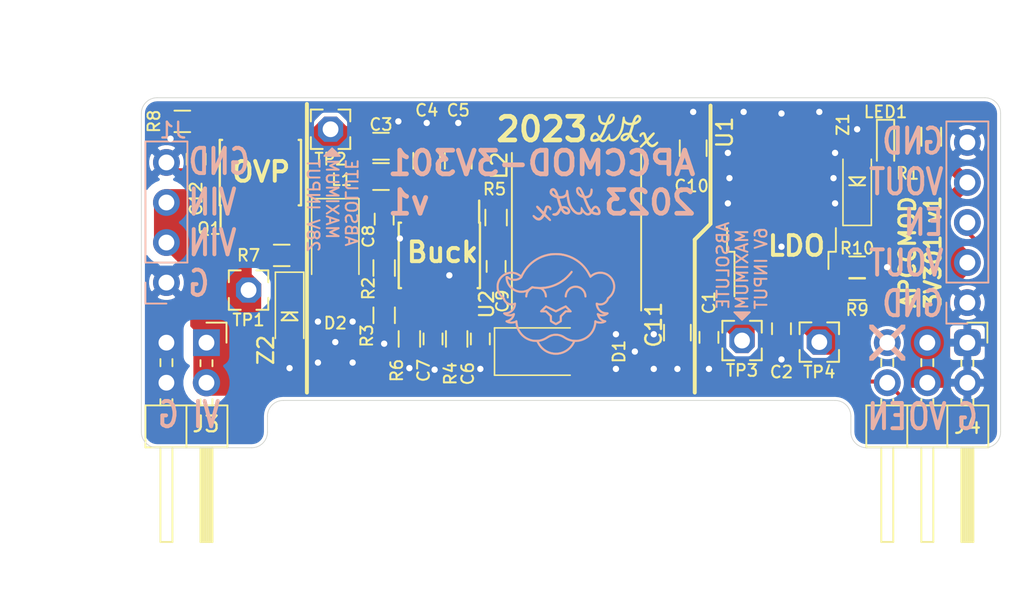
<source format=kicad_pcb>
(kicad_pcb (version 20171130) (host pcbnew "(5.1.10)-1")

  (general
    (thickness 1.6)
    (drawings 57)
    (tracks 185)
    (zones 0)
    (modules 44)
    (nets 20)
  )

  (page A4)
  (layers
    (0 F.Cu signal)
    (31 B.Cu signal)
    (32 B.Adhes user)
    (33 F.Adhes user)
    (34 B.Paste user)
    (35 F.Paste user)
    (36 B.SilkS user)
    (37 F.SilkS user)
    (38 B.Mask user)
    (39 F.Mask user)
    (40 Dwgs.User user)
    (41 Cmts.User user)
    (42 Eco1.User user)
    (43 Eco2.User user)
    (44 Edge.Cuts user)
    (45 Margin user)
    (46 B.CrtYd user)
    (47 F.CrtYd user)
    (48 B.Fab user hide)
    (49 F.Fab user hide)
  )

  (setup
    (last_trace_width 0.5)
    (user_trace_width 0.25)
    (user_trace_width 0.4)
    (user_trace_width 0.5)
    (user_trace_width 0.6)
    (user_trace_width 0.7)
    (user_trace_width 0.75)
    (user_trace_width 0.8)
    (user_trace_width 1)
    (user_trace_width 1.2)
    (user_trace_width 2)
    (user_trace_width 2.54)
    (user_trace_width 3)
    (user_trace_width 5)
    (user_trace_width 7)
    (user_trace_width 10)
    (trace_clearance 0.2)
    (zone_clearance 0.2)
    (zone_45_only no)
    (trace_min 0.1524)
    (via_size 0.8)
    (via_drill 0.4)
    (via_min_size 0.508)
    (via_min_drill 0.254)
    (user_via 0.508 0.254)
    (user_via 0.6 0.3)
    (user_via 0.7 0.3)
    (user_via 0.75 0.3)
    (user_via 0.8 0.35)
    (user_via 0.9 0.425)
    (user_via 1 0.5)
    (user_via 1.25 0.6)
    (user_via 1.5 0.8)
    (uvia_size 0.3)
    (uvia_drill 0.1)
    (uvias_allowed no)
    (uvia_min_size 0.2)
    (uvia_min_drill 0.1)
    (edge_width 0.05)
    (segment_width 0.2)
    (pcb_text_width 0.3)
    (pcb_text_size 1.5 1.5)
    (mod_edge_width 0.12)
    (mod_text_size 1 1)
    (mod_text_width 0.15)
    (pad_size 1.1 0.9)
    (pad_drill 0)
    (pad_to_mask_clearance 0.051)
    (solder_mask_min_width 0.25)
    (aux_axis_origin 0 0)
    (visible_elements 7FFDFF7F)
    (pcbplotparams
      (layerselection 0x010fc_ffffffff)
      (usegerberextensions false)
      (usegerberattributes false)
      (usegerberadvancedattributes false)
      (creategerberjobfile false)
      (excludeedgelayer true)
      (linewidth 0.100000)
      (plotframeref false)
      (viasonmask false)
      (mode 1)
      (useauxorigin false)
      (hpglpennumber 1)
      (hpglpenspeed 20)
      (hpglpendiameter 15.000000)
      (psnegative false)
      (psa4output false)
      (plotreference true)
      (plotvalue true)
      (plotinvisibletext false)
      (padsonsilk false)
      (subtractmaskfromsilk false)
      (outputformat 1)
      (mirror false)
      (drillshape 1)
      (scaleselection 1)
      (outputdirectory ""))
  )

  (net 0 "")
  (net 1 GND)
  (net 2 +3V3)
  (net 3 Vh)
  (net 4 /EN)
  (net 5 /VHp)
  (net 6 /LED_EN)
  (net 7 /LED_R)
  (net 8 /OVP/OVP_SW)
  (net 9 /OVP/OVP_TRIG)
  (net 10 /3V6/BuckIn)
  (net 11 /3V6/COMP)
  (net 12 /3V6/SS)
  (net 13 /3V6/VBsw)
  (net 14 /3V6/FB)
  (net 15 /LDO_In)
  (net 16 /3V6/COMP_Z)
  (net 17 /3V6/BOOT)
  (net 18 /LDO_ADJ)
  (net 19 "Net-(J4-Pad5)")

  (net_class Default "This is the default net class."
    (clearance 0.2)
    (trace_width 0.25)
    (via_dia 0.8)
    (via_drill 0.4)
    (uvia_dia 0.3)
    (uvia_drill 0.1)
    (add_net +3V3)
    (add_net /3V6/BuckIn)
    (add_net /3V6/COMP)
    (add_net /3V6/COMP_Z)
    (add_net /3V6/FB)
    (add_net /3V6/SS)
    (add_net /EN)
    (add_net /LDO_ADJ)
    (add_net /LDO_In)
    (add_net /LED_EN)
    (add_net /LED_R)
    (add_net /OVP/OVP_TRIG)
    (add_net GND)
    (add_net "Net-(J4-Pad5)")
  )

  (net_class 120VAC ""
    (clearance 3.25)
    (trace_width 0.325)
    (via_dia 0.8)
    (via_drill 0.4)
    (uvia_dia 0.3)
    (uvia_drill 0.1)
    (diff_pair_width 0.25)
    (diff_pair_gap 3.25)
  )

  (net_class 12V ""
    (clearance 0.2)
    (trace_width 0.25)
    (via_dia 0.8)
    (via_drill 0.4)
    (uvia_dia 0.3)
    (uvia_drill 0.1)
    (diff_pair_width 0.175)
    (diff_pair_gap 0.175)
  )

  (net_class 240VAC ""
    (clearance 12.75)
    (trace_width 0.35)
    (via_dia 0.8)
    (via_drill 0.4)
    (uvia_dia 0.3)
    (uvia_drill 0.1)
    (diff_pair_width 0.275)
    (diff_pair_gap 12.75)
  )

  (net_class 24V ""
    (clearance 0.25)
    (trace_width 0.25)
    (via_dia 0.8)
    (via_drill 0.4)
    (uvia_dia 0.3)
    (uvia_drill 0.1)
    (add_net /3V6/BOOT)
    (add_net /3V6/VBsw)
    (add_net /VHp)
  )

  (net_class 48V ""
    (clearance 0.6)
    (trace_width 0.3)
    (via_dia 0.8)
    (via_drill 0.4)
    (uvia_dia 0.3)
    (uvia_drill 0.1)
    (diff_pair_width 0.225)
    (diff_pair_gap 0.4)
    (add_net /OVP/OVP_SW)
    (add_net Vh)
  )

  (module TPW-Passive:DO-214AC_V2_Handsolder (layer F.Cu) (tedit 6583EEAA) (tstamp 64FB1541)
    (at 32.3 33.1 270)
    (descr "SMA/DO-214AC Diode")
    (tags "DO-214AC SMA")
    (path /65E107A1/65EF04D4)
    (attr smd)
    (fp_text reference D2 (at 4.4 0 180) (layer F.SilkS)
      (effects (font (size 0.75 0.75) (thickness 0.125)))
    )
    (fp_text value 3.5A+ (at 0 -2.159 90) (layer F.Fab) hide
      (effects (font (size 1 1) (thickness 0.15)))
    )
    (fp_line (start 3.5 1.397) (end 3.5 -1.397) (layer F.CrtYd) (width 0.15))
    (fp_line (start -3.5 1.4) (end 3.5 1.4) (layer F.CrtYd) (width 0.15))
    (fp_line (start -3.5 -1.4) (end -3.5 1.394) (layer F.CrtYd) (width 0.15))
    (fp_line (start 3.5 -1.397) (end -3.5 -1.4) (layer F.CrtYd) (width 0.15))
    (fp_line (start 1.3 -1.5) (end -3.5 -1.5) (layer F.SilkS) (width 0.1))
    (fp_line (start -3.5 -1.5) (end -3.5 1.5) (layer F.SilkS) (width 0.1))
    (fp_line (start -3.5 1.5) (end 1.3 1.5) (layer F.SilkS) (width 0.1))
    (pad 2 smd rect (at 1.875 0 270) (size 2.2 2.2) (drill (offset 0.425 0)) (layers F.Cu F.Paste F.Mask)
      (net 1 GND))
    (pad 1 smd rect (at -1.875 0 270) (size 2.2 2.2) (drill (offset -0.425 0)) (layers F.Cu F.Paste F.Mask)
      (net 5 /VHp))
    (model ${KISYS3DMOD}/Diode_SMD.3dshapes/D_SMA.step
      (at (xyz 0 0 0))
      (scale (xyz 1 1 1))
      (rotate (xyz 0 0 0))
    )
  )

  (module TPW-Passive:DO-214AC_V2_Handsolder (layer F.Cu) (tedit 6583EEAA) (tstamp 64F654FC)
    (at 45.9 39.3)
    (descr "SMA/DO-214AC Diode")
    (tags "DO-214AC SMA")
    (path /6319899A/631695C6)
    (attr smd)
    (fp_text reference D1 (at 4.4 0 90) (layer F.SilkS)
      (effects (font (size 0.75 0.75) (thickness 0.125)))
    )
    (fp_text value 3A (at 0 -2.159) (layer F.Fab) hide
      (effects (font (size 1 1) (thickness 0.15)))
    )
    (fp_line (start 3.5 1.397) (end 3.5 -1.397) (layer F.CrtYd) (width 0.15))
    (fp_line (start -3.5 1.4) (end 3.5 1.4) (layer F.CrtYd) (width 0.15))
    (fp_line (start -3.5 -1.4) (end -3.5 1.394) (layer F.CrtYd) (width 0.15))
    (fp_line (start 3.5 -1.397) (end -3.5 -1.4) (layer F.CrtYd) (width 0.15))
    (fp_line (start 1.3 -1.5) (end -3.5 -1.5) (layer F.SilkS) (width 0.1))
    (fp_line (start -3.5 -1.5) (end -3.5 1.5) (layer F.SilkS) (width 0.1))
    (fp_line (start -3.5 1.5) (end 1.3 1.5) (layer F.SilkS) (width 0.1))
    (pad 2 smd rect (at 1.875 0) (size 2.2 2.2) (drill (offset 0.425 0)) (layers F.Cu F.Paste F.Mask)
      (net 1 GND))
    (pad 1 smd rect (at -1.875 0) (size 2.2 2.2) (drill (offset -0.425 0)) (layers F.Cu F.Paste F.Mask)
      (net 13 /3V6/VBsw))
    (model ${KISYS3DMOD}/Diode_SMD.3dshapes/D_SMA.step
      (at (xyz 0 0 0))
      (scale (xyz 1 1 1))
      (rotate (xyz 0 0 0))
    )
  )

  (module TPW-Passive:D_SOD-123_HS (layer F.Cu) (tedit 61085281) (tstamp 658440DA)
    (at 29.4 37.065 270)
    (path /65E107A1/65129A0D)
    (solder_paste_margin -0.05)
    (attr smd)
    (fp_text reference Z2 (at 2.135 1.5 90) (layer F.SilkS)
      (effects (font (size 1 1) (thickness 0.15)))
    )
    (fp_text value 24 (at 0 -1.6 90) (layer F.Fab)
      (effects (font (size 1 1) (thickness 0.15)))
    )
    (fp_line (start -2.8 -0.9) (end -2.8 0.9) (layer F.SilkS) (width 0.1))
    (fp_line (start -1.4 -0.8) (end 1.4 -0.8) (layer F.Fab) (width 0.127))
    (fp_line (start 1.4 -0.8) (end 1.4 0.8) (layer F.Fab) (width 0.127))
    (fp_line (start 1.4 0.8) (end -1.4 0.8) (layer F.Fab) (width 0.127))
    (fp_line (start -1.4 0.8) (end -1.4 -0.8) (layer F.Fab) (width 0.127))
    (fp_line (start -0.25 -0.5) (end -0.25 0.5) (layer F.SilkS) (width 0.127))
    (fp_line (start 0.25 -0.5) (end -0.25 0) (layer F.SilkS) (width 0.127))
    (fp_line (start -0.25 0) (end 0.25 0.5) (layer F.SilkS) (width 0.127))
    (fp_line (start 0.25 0.5) (end 0.25 -0.5) (layer F.SilkS) (width 0.127))
    (fp_line (start -2.8 -0.9) (end 1.4 -0.9) (layer F.SilkS) (width 0.1))
    (fp_line (start -2.8 0.9) (end 1.4 0.9) (layer F.SilkS) (width 0.1))
    (pad 1 smd rect (at -1.635 0 270) (size 1.5 1.22) (drill (offset -0.295 0)) (layers F.Cu F.Paste F.Mask)
      (net 9 /OVP/OVP_TRIG))
    (pad 2 smd rect (at 1.635 0 270) (size 1.5 1.22) (drill (offset 0.295 0)) (layers F.Cu F.Paste F.Mask)
      (net 1 GND))
    (pad "" smd circle (at 0 0 270) (size 1.2 1.2) (layers F.Adhes))
    (model ${KISYS3DMOD}/Diode_SMD.3dshapes/D_SOD-123.step
      (at (xyz 0 0 0))
      (scale (xyz 1 1 1))
      (rotate (xyz 0 0 0))
    )
  )

  (module Pin_Headers:Pin_Header_Angled_2x03_Pitch2.54mm (layer F.Cu) (tedit 659115CC) (tstamp 64F802D9)
    (at 72.39 38.735 270)
    (descr "Through hole angled pin header, 2x03, 2.54mm pitch, 6mm pin length, double rows")
    (tags "Through hole angled pin header THT 2x03 2.54mm double row")
    (path /6504E13C)
    (fp_text reference J4 (at 5.265 -0.01 180) (layer F.SilkS)
      (effects (font (size 1 1) (thickness 0.15)))
    )
    (fp_text value V_OUT (at 5.655 7.35 90) (layer F.Fab)
      (effects (font (size 1 1) (thickness 0.15)))
    )
    (fp_line (start 13.1 -1.8) (end -1.8 -1.8) (layer F.CrtYd) (width 0.05))
    (fp_line (start 13.1 6.85) (end 13.1 -1.8) (layer F.CrtYd) (width 0.05))
    (fp_line (start -1.8 6.85) (end 13.1 6.85) (layer F.CrtYd) (width 0.05))
    (fp_line (start -1.8 -1.8) (end -1.8 6.85) (layer F.CrtYd) (width 0.05))
    (fp_line (start -1.27 -1.27) (end 0 -1.27) (layer F.SilkS) (width 0.12))
    (fp_line (start -1.27 0) (end -1.27 -1.27) (layer F.SilkS) (width 0.12))
    (fp_line (start 1.042929 5.46) (end 1.497071 5.46) (layer F.SilkS) (width 0.12))
    (fp_line (start 1.042929 4.7) (end 1.497071 4.7) (layer F.SilkS) (width 0.12))
    (fp_line (start 3.582929 5.46) (end 3.98 5.46) (layer F.SilkS) (width 0.12))
    (fp_line (start 3.582929 4.7) (end 3.98 4.7) (layer F.SilkS) (width 0.12))
    (fp_line (start 12.64 5.46) (end 6.64 5.46) (layer F.SilkS) (width 0.12))
    (fp_line (start 12.64 4.7) (end 12.64 5.46) (layer F.SilkS) (width 0.12))
    (fp_line (start 6.64 4.7) (end 12.64 4.7) (layer F.SilkS) (width 0.12))
    (fp_line (start 3.98 3.81) (end 6.64 3.81) (layer F.SilkS) (width 0.12))
    (fp_line (start 1.042929 2.92) (end 1.497071 2.92) (layer F.SilkS) (width 0.12))
    (fp_line (start 1.042929 2.16) (end 1.497071 2.16) (layer F.SilkS) (width 0.12))
    (fp_line (start 3.582929 2.92) (end 3.98 2.92) (layer F.SilkS) (width 0.12))
    (fp_line (start 3.582929 2.16) (end 3.98 2.16) (layer F.SilkS) (width 0.12))
    (fp_line (start 12.64 2.92) (end 6.64 2.92) (layer F.SilkS) (width 0.12))
    (fp_line (start 12.64 2.16) (end 12.64 2.92) (layer F.SilkS) (width 0.12))
    (fp_line (start 6.64 2.16) (end 12.64 2.16) (layer F.SilkS) (width 0.12))
    (fp_line (start 3.98 1.27) (end 6.64 1.27) (layer F.SilkS) (width 0.12))
    (fp_line (start 1.11 0.38) (end 1.497071 0.38) (layer F.SilkS) (width 0.12))
    (fp_line (start 1.11 -0.38) (end 1.497071 -0.38) (layer F.SilkS) (width 0.12))
    (fp_line (start 3.582929 0.38) (end 3.98 0.38) (layer F.SilkS) (width 0.12))
    (fp_line (start 3.582929 -0.38) (end 3.98 -0.38) (layer F.SilkS) (width 0.12))
    (fp_line (start 6.64 0.28) (end 12.64 0.28) (layer F.SilkS) (width 0.12))
    (fp_line (start 6.64 0.16) (end 12.64 0.16) (layer F.SilkS) (width 0.12))
    (fp_line (start 6.64 0.04) (end 12.64 0.04) (layer F.SilkS) (width 0.12))
    (fp_line (start 6.64 -0.08) (end 12.64 -0.08) (layer F.SilkS) (width 0.12))
    (fp_line (start 6.64 -0.2) (end 12.64 -0.2) (layer F.SilkS) (width 0.12))
    (fp_line (start 6.64 -0.32) (end 12.64 -0.32) (layer F.SilkS) (width 0.12))
    (fp_line (start 12.64 0.38) (end 6.64 0.38) (layer F.SilkS) (width 0.12))
    (fp_line (start 12.64 -0.38) (end 12.64 0.38) (layer F.SilkS) (width 0.12))
    (fp_line (start 6.64 -0.38) (end 12.64 -0.38) (layer F.SilkS) (width 0.12))
    (fp_line (start 6.64 -1.33) (end 3.98 -1.33) (layer F.SilkS) (width 0.12))
    (fp_line (start 6.64 6.41) (end 6.64 -1.33) (layer F.SilkS) (width 0.12))
    (fp_line (start 3.98 6.41) (end 6.64 6.41) (layer F.SilkS) (width 0.12))
    (fp_line (start 3.98 -1.33) (end 3.98 6.41) (layer F.SilkS) (width 0.12))
    (fp_line (start 6.58 5.4) (end 12.58 5.4) (layer F.Fab) (width 0.1))
    (fp_line (start 12.58 4.76) (end 12.58 5.4) (layer F.Fab) (width 0.1))
    (fp_line (start 6.58 4.76) (end 12.58 4.76) (layer F.Fab) (width 0.1))
    (fp_line (start -0.32 5.4) (end 4.04 5.4) (layer F.Fab) (width 0.1))
    (fp_line (start -0.32 4.76) (end -0.32 5.4) (layer F.Fab) (width 0.1))
    (fp_line (start -0.32 4.76) (end 4.04 4.76) (layer F.Fab) (width 0.1))
    (fp_line (start 6.58 2.86) (end 12.58 2.86) (layer F.Fab) (width 0.1))
    (fp_line (start 12.58 2.22) (end 12.58 2.86) (layer F.Fab) (width 0.1))
    (fp_line (start 6.58 2.22) (end 12.58 2.22) (layer F.Fab) (width 0.1))
    (fp_line (start -0.32 2.86) (end 4.04 2.86) (layer F.Fab) (width 0.1))
    (fp_line (start -0.32 2.22) (end -0.32 2.86) (layer F.Fab) (width 0.1))
    (fp_line (start -0.32 2.22) (end 4.04 2.22) (layer F.Fab) (width 0.1))
    (fp_line (start 6.58 0.32) (end 12.58 0.32) (layer F.Fab) (width 0.1))
    (fp_line (start 12.58 -0.32) (end 12.58 0.32) (layer F.Fab) (width 0.1))
    (fp_line (start 6.58 -0.32) (end 12.58 -0.32) (layer F.Fab) (width 0.1))
    (fp_line (start -0.32 0.32) (end 4.04 0.32) (layer F.Fab) (width 0.1))
    (fp_line (start -0.32 -0.32) (end -0.32 0.32) (layer F.Fab) (width 0.1))
    (fp_line (start -0.32 -0.32) (end 4.04 -0.32) (layer F.Fab) (width 0.1))
    (fp_line (start 4.04 -0.635) (end 4.675 -1.27) (layer F.Fab) (width 0.1))
    (fp_line (start 4.04 6.35) (end 4.04 -0.635) (layer F.Fab) (width 0.1))
    (fp_line (start 6.58 6.35) (end 4.04 6.35) (layer F.Fab) (width 0.1))
    (fp_line (start 6.58 -1.27) (end 6.58 6.35) (layer F.Fab) (width 0.1))
    (fp_line (start 4.675 -1.27) (end 6.58 -1.27) (layer F.Fab) (width 0.1))
    (fp_text user %R (at 5.31 2.54) (layer F.Fab)
      (effects (font (size 1 1) (thickness 0.15)))
    )
    (pad 6 thru_hole oval (at 2.54 5.08 270) (size 1.7 1.7) (drill 1) (layers *.Cu *.Mask)
      (net 4 /EN))
    (pad 5 thru_hole oval (at 0 5.08 270) (size 1.7 1.7) (drill 1) (layers *.Cu *.Mask)
      (net 19 "Net-(J4-Pad5)"))
    (pad 4 thru_hole oval (at 2.54 2.54 270) (size 1.7 1.7) (drill 1) (layers *.Cu *.Mask)
      (net 2 +3V3) (zone_connect 2))
    (pad 3 thru_hole oval (at 0 2.54 270) (size 1.7 1.7) (drill 1) (layers *.Cu *.Mask)
      (net 2 +3V3) (zone_connect 2))
    (pad 2 thru_hole oval (at 2.54 0 270) (size 1.7 1.7) (drill 1) (layers *.Cu *.Mask)
      (net 1 GND))
    (pad 1 thru_hole roundrect (at 0 0 270) (size 1.7 1.7) (drill 1) (layers *.Cu *.Mask) (roundrect_rratio 0.25)
      (net 1 GND))
    (model ${KISYS3DMOD}/Connector_PinHeader_2.54mm.3dshapes/PinHeader_2x03_P2.54mm_Horizontal.wrl
      (at (xyz 0 0 0))
      (scale (xyz 1 1 1))
      (rotate (xyz 0 0 0))
    )
  )

  (module Pin_Headers:Pin_Header_Angled_2x02_Pitch2.54mm (layer F.Cu) (tedit 6583CC71) (tstamp 64F324A4)
    (at 24.13 38.735 270)
    (descr "Through hole angled pin header, 2x02, 2.54mm pitch, 6mm pin length, double rows")
    (tags "Through hole angled pin header THT 2x02 2.54mm double row")
    (path /6504DC08)
    (fp_text reference J3 (at 5.165 0.03 180) (layer F.SilkS)
      (effects (font (size 1 1) (thickness 0.15)))
    )
    (fp_text value V_IN (at 5.655 4.81 90) (layer F.Fab)
      (effects (font (size 1 1) (thickness 0.15)))
    )
    (fp_line (start 13.1 -1.8) (end -1.8 -1.8) (layer F.CrtYd) (width 0.05))
    (fp_line (start 13.1 4.35) (end 13.1 -1.8) (layer F.CrtYd) (width 0.05))
    (fp_line (start -1.8 4.35) (end 13.1 4.35) (layer F.CrtYd) (width 0.05))
    (fp_line (start -1.8 -1.8) (end -1.8 4.35) (layer F.CrtYd) (width 0.05))
    (fp_line (start -1.27 -1.27) (end 0 -1.27) (layer F.SilkS) (width 0.12))
    (fp_line (start -1.27 0) (end -1.27 -1.27) (layer F.SilkS) (width 0.12))
    (fp_line (start 1.042929 2.92) (end 1.497071 2.92) (layer F.SilkS) (width 0.12))
    (fp_line (start 1.042929 2.16) (end 1.497071 2.16) (layer F.SilkS) (width 0.12))
    (fp_line (start 3.582929 2.92) (end 3.98 2.92) (layer F.SilkS) (width 0.12))
    (fp_line (start 3.582929 2.16) (end 3.98 2.16) (layer F.SilkS) (width 0.12))
    (fp_line (start 12.64 2.92) (end 6.64 2.92) (layer F.SilkS) (width 0.12))
    (fp_line (start 12.64 2.16) (end 12.64 2.92) (layer F.SilkS) (width 0.12))
    (fp_line (start 6.64 2.16) (end 12.64 2.16) (layer F.SilkS) (width 0.12))
    (fp_line (start 3.98 1.27) (end 6.64 1.27) (layer F.SilkS) (width 0.12))
    (fp_line (start 1.11 0.38) (end 1.497071 0.38) (layer F.SilkS) (width 0.12))
    (fp_line (start 1.11 -0.38) (end 1.497071 -0.38) (layer F.SilkS) (width 0.12))
    (fp_line (start 3.582929 0.38) (end 3.98 0.38) (layer F.SilkS) (width 0.12))
    (fp_line (start 3.582929 -0.38) (end 3.98 -0.38) (layer F.SilkS) (width 0.12))
    (fp_line (start 6.64 0.28) (end 12.64 0.28) (layer F.SilkS) (width 0.12))
    (fp_line (start 6.64 0.16) (end 12.64 0.16) (layer F.SilkS) (width 0.12))
    (fp_line (start 6.64 0.04) (end 12.64 0.04) (layer F.SilkS) (width 0.12))
    (fp_line (start 6.64 -0.08) (end 12.64 -0.08) (layer F.SilkS) (width 0.12))
    (fp_line (start 6.64 -0.2) (end 12.64 -0.2) (layer F.SilkS) (width 0.12))
    (fp_line (start 6.64 -0.32) (end 12.64 -0.32) (layer F.SilkS) (width 0.12))
    (fp_line (start 12.64 0.38) (end 6.64 0.38) (layer F.SilkS) (width 0.12))
    (fp_line (start 12.64 -0.38) (end 12.64 0.38) (layer F.SilkS) (width 0.12))
    (fp_line (start 6.64 -0.38) (end 12.64 -0.38) (layer F.SilkS) (width 0.12))
    (fp_line (start 6.64 -1.33) (end 3.98 -1.33) (layer F.SilkS) (width 0.12))
    (fp_line (start 6.64 3.87) (end 6.64 -1.33) (layer F.SilkS) (width 0.12))
    (fp_line (start 3.98 3.87) (end 6.64 3.87) (layer F.SilkS) (width 0.12))
    (fp_line (start 3.98 -1.33) (end 3.98 3.87) (layer F.SilkS) (width 0.12))
    (fp_line (start 6.58 2.86) (end 12.58 2.86) (layer F.Fab) (width 0.1))
    (fp_line (start 12.58 2.22) (end 12.58 2.86) (layer F.Fab) (width 0.1))
    (fp_line (start 6.58 2.22) (end 12.58 2.22) (layer F.Fab) (width 0.1))
    (fp_line (start -0.32 2.86) (end 4.04 2.86) (layer F.Fab) (width 0.1))
    (fp_line (start -0.32 2.22) (end -0.32 2.86) (layer F.Fab) (width 0.1))
    (fp_line (start -0.32 2.22) (end 4.04 2.22) (layer F.Fab) (width 0.1))
    (fp_line (start 6.58 0.32) (end 12.58 0.32) (layer F.Fab) (width 0.1))
    (fp_line (start 12.58 -0.32) (end 12.58 0.32) (layer F.Fab) (width 0.1))
    (fp_line (start 6.58 -0.32) (end 12.58 -0.32) (layer F.Fab) (width 0.1))
    (fp_line (start -0.32 0.32) (end 4.04 0.32) (layer F.Fab) (width 0.1))
    (fp_line (start -0.32 -0.32) (end -0.32 0.32) (layer F.Fab) (width 0.1))
    (fp_line (start -0.32 -0.32) (end 4.04 -0.32) (layer F.Fab) (width 0.1))
    (fp_line (start 4.04 -0.635) (end 4.675 -1.27) (layer F.Fab) (width 0.1))
    (fp_line (start 4.04 3.81) (end 4.04 -0.635) (layer F.Fab) (width 0.1))
    (fp_line (start 6.58 3.81) (end 4.04 3.81) (layer F.Fab) (width 0.1))
    (fp_line (start 6.58 -1.27) (end 6.58 3.81) (layer F.Fab) (width 0.1))
    (fp_line (start 4.675 -1.27) (end 6.58 -1.27) (layer F.Fab) (width 0.1))
    (fp_text user %R (at 5.31 1.27) (layer F.Fab)
      (effects (font (size 1 1) (thickness 0.15)))
    )
    (pad 4 thru_hole oval (at 2.54 2.54 270) (size 1.7 1.7) (drill 1) (layers *.Cu *.Mask)
      (net 1 GND) (zone_connect 2))
    (pad 3 thru_hole oval (at 0 2.54 270) (size 1.7 1.7) (drill 1) (layers *.Cu *.Mask)
      (net 1 GND) (zone_connect 2))
    (pad 2 thru_hole circle (at 2.54 0 270) (size 1.73 1.73) (drill 1) (layers *.Cu *.Mask)
      (net 3 Vh))
    (pad 1 thru_hole rect (at 0 0 270) (size 1.7 1.7) (drill 1) (layers *.Cu *.Mask)
      (net 3 Vh))
    (model ${KISYS3DMOD}/Connector_PinHeader_2.54mm.3dshapes/PinHeader_2x02_P2.54mm_Horizontal.wrl
      (at (xyz 0 0 0))
      (scale (xyz 1 1 1))
      (rotate (xyz 0 0 0))
    )
  )

  (module TPW-Passive:R_0603_HandSoldering-Medium (layer F.Cu) (tedit 64F431FB) (tstamp 65813104)
    (at 65.4 33.95 180)
    (descr "Resistor SMD 0603, reflow soldering, Vishay (see dcrcw.pdf)")
    (tags "resistor 0603")
    (path /6580E721)
    (attr smd)
    (fp_text reference R10 (at 0 1.2) (layer F.SilkS)
      (effects (font (size 0.75 0.75) (thickness 0.125)))
    )
    (fp_text value 4k7 (at 0 1.3) (layer F.Fab)
      (effects (font (size 0.75 0.75) (thickness 0.125)))
    )
    (fp_line (start -0.8 0.4) (end -0.8 -0.4) (layer F.Fab) (width 0.1))
    (fp_line (start 0.8 0.4) (end -0.8 0.4) (layer F.Fab) (width 0.1))
    (fp_line (start 0.8 -0.4) (end 0.8 0.4) (layer F.Fab) (width 0.1))
    (fp_line (start -0.8 -0.4) (end 0.8 -0.4) (layer F.Fab) (width 0.1))
    (fp_line (start 0.5 0.68) (end -0.5 0.68) (layer F.SilkS) (width 0.12))
    (fp_line (start -0.5 -0.68) (end 0.5 -0.68) (layer F.SilkS) (width 0.12))
    (fp_line (start -1.3 -0.7) (end 1.3 -0.7) (layer F.CrtYd) (width 0.05))
    (fp_line (start -1.3 -0.7) (end -1.3 0.7) (layer F.CrtYd) (width 0.05))
    (fp_line (start 1.3 0.7) (end 1.3 -0.7) (layer F.CrtYd) (width 0.05))
    (fp_line (start 1.3 0.7) (end -1.3 0.7) (layer F.CrtYd) (width 0.05))
    (fp_text user %R (at 0 0) (layer F.Fab)
      (effects (font (size 0.4 0.4) (thickness 0.075)))
    )
    (pad 2 smd rect (at 0.75 0 180) (size 0.75 0.9) (drill (offset 0.125 0)) (layers F.Cu F.Paste F.Mask)
      (net 18 /LDO_ADJ))
    (pad 1 smd rect (at -0.75 0 180) (size 0.75 0.9) (drill (offset -0.125 0)) (layers F.Cu F.Paste F.Mask)
      (net 1 GND))
    (model ${KISYS3DMOD}/Resistors_SMD.3dshapes/R_0603.wrl
      (at (xyz 0 0 0))
      (scale (xyz 1 1 1))
      (rotate (xyz 0 0 0))
    )
    (model ${KISYS3DMOD}/Resistor_SMD.3dshapes/R_0603_1608Metric.wrl
      (at (xyz 0 0 0))
      (scale (xyz 1 1 1))
      (rotate (xyz 0 0 0))
    )
  )

  (module TPW-Passive:R_0603_HandSoldering-Medium (layer F.Cu) (tedit 64F431FB) (tstamp 65813134)
    (at 65.4 35.35 180)
    (descr "Resistor SMD 0603, reflow soldering, Vishay (see dcrcw.pdf)")
    (tags "resistor 0603")
    (path /6580E282)
    (attr smd)
    (fp_text reference R9 (at 0 -1.3) (layer F.SilkS)
      (effects (font (size 0.75 0.75) (thickness 0.125)))
    )
    (fp_text value 8k25 (at 0 1.3) (layer F.Fab)
      (effects (font (size 0.75 0.75) (thickness 0.125)))
    )
    (fp_line (start -0.8 0.4) (end -0.8 -0.4) (layer F.Fab) (width 0.1))
    (fp_line (start 0.8 0.4) (end -0.8 0.4) (layer F.Fab) (width 0.1))
    (fp_line (start 0.8 -0.4) (end 0.8 0.4) (layer F.Fab) (width 0.1))
    (fp_line (start -0.8 -0.4) (end 0.8 -0.4) (layer F.Fab) (width 0.1))
    (fp_line (start 0.5 0.68) (end -0.5 0.68) (layer F.SilkS) (width 0.12))
    (fp_line (start -0.5 -0.68) (end 0.5 -0.68) (layer F.SilkS) (width 0.12))
    (fp_line (start -1.3 -0.7) (end 1.3 -0.7) (layer F.CrtYd) (width 0.05))
    (fp_line (start -1.3 -0.7) (end -1.3 0.7) (layer F.CrtYd) (width 0.05))
    (fp_line (start 1.3 0.7) (end 1.3 -0.7) (layer F.CrtYd) (width 0.05))
    (fp_line (start 1.3 0.7) (end -1.3 0.7) (layer F.CrtYd) (width 0.05))
    (fp_text user %R (at 0 0) (layer F.Fab)
      (effects (font (size 0.4 0.4) (thickness 0.075)))
    )
    (pad 2 smd rect (at 0.75 0 180) (size 0.75 0.9) (drill (offset 0.125 0)) (layers F.Cu F.Paste F.Mask)
      (net 18 /LDO_ADJ))
    (pad 1 smd rect (at -0.75 0 180) (size 0.75 0.9) (drill (offset -0.125 0)) (layers F.Cu F.Paste F.Mask)
      (net 2 +3V3))
    (model ${KISYS3DMOD}/Resistors_SMD.3dshapes/R_0603.wrl
      (at (xyz 0 0 0))
      (scale (xyz 1 1 1))
      (rotate (xyz 0 0 0))
    )
    (model ${KISYS3DMOD}/Resistor_SMD.3dshapes/R_0603_1608Metric.wrl
      (at (xyz 0 0 0))
      (scale (xyz 1 1 1))
      (rotate (xyz 0 0 0))
    )
  )

  (module TPW-Passive:D_SOD-123_HS (layer F.Cu) (tedit 61085281) (tstamp 6580DAAA)
    (at 65.4 28.5 90)
    (path /64B3433A)
    (solder_paste_margin -0.05)
    (attr smd)
    (fp_text reference Z1 (at 3.6 -0.9 90) (layer F.SilkS)
      (effects (font (size 0.75 0.75) (thickness 0.125)))
    )
    (fp_text value 3V6 (at 0 -1.6 90) (layer F.Fab)
      (effects (font (size 1 1) (thickness 0.15)))
    )
    (fp_line (start -2.8 -0.9) (end -2.8 0.9) (layer F.SilkS) (width 0.1))
    (fp_line (start -1.4 -0.8) (end 1.4 -0.8) (layer F.Fab) (width 0.127))
    (fp_line (start 1.4 -0.8) (end 1.4 0.8) (layer F.Fab) (width 0.127))
    (fp_line (start 1.4 0.8) (end -1.4 0.8) (layer F.Fab) (width 0.127))
    (fp_line (start -1.4 0.8) (end -1.4 -0.8) (layer F.Fab) (width 0.127))
    (fp_line (start -0.25 -0.5) (end -0.25 0.5) (layer F.SilkS) (width 0.127))
    (fp_line (start 0.25 -0.5) (end -0.25 0) (layer F.SilkS) (width 0.127))
    (fp_line (start -0.25 0) (end 0.25 0.5) (layer F.SilkS) (width 0.127))
    (fp_line (start 0.25 0.5) (end 0.25 -0.5) (layer F.SilkS) (width 0.127))
    (fp_line (start -2.8 -0.9) (end 1.4 -0.9) (layer F.SilkS) (width 0.1))
    (fp_line (start -2.8 0.9) (end 1.4 0.9) (layer F.SilkS) (width 0.1))
    (pad 1 smd rect (at -1.635 0 90) (size 1.5 1.22) (drill (offset -0.295 0)) (layers F.Cu F.Paste F.Mask)
      (net 2 +3V3))
    (pad 2 smd rect (at 1.635 0 90) (size 1.5 1.22) (drill (offset 0.295 0)) (layers F.Cu F.Paste F.Mask)
      (net 1 GND))
    (pad "" smd circle (at 0 0 90) (size 1.2 1.2) (layers F.Adhes))
    (model ${KISYS3DMOD}/Diode_SMD.3dshapes/D_SOD-123.step
      (at (xyz 0 0 0))
      (scale (xyz 1 1 1))
      (rotate (xyz 0 0 0))
    )
  )

  (module TO_SOT_Packages_SMD:TO-252-5_TabPin3 (layer F.Cu) (tedit 6580F7ED) (tstamp 6580E9E1)
    (at 60.6 30.5 90)
    (descr "TO-252 / DPAK SMD package, http://www.infineon.com/cms/en/product/packages/PG-TO252/PG-TO252-5-11/")
    (tags "DPAK TO-252 DPAK-5 TO-252-5")
    (path /65808937)
    (attr smd)
    (fp_text reference U1 (at 5.1 -3.6 270) (layer F.SilkS)
      (effects (font (size 1 1) (thickness 0.15)))
    )
    (fp_text value LD39150DT33 (at 0 4.5 270) (layer F.Fab)
      (effects (font (size 1 1) (thickness 0.15)))
    )
    (fp_line (start 5.55 -3.5) (end -5.55 -3.5) (layer F.CrtYd) (width 0.05))
    (fp_line (start 5.55 3.5) (end 5.55 -3.5) (layer F.CrtYd) (width 0.05))
    (fp_line (start -5.55 3.5) (end 5.55 3.5) (layer F.CrtYd) (width 0.05))
    (fp_line (start -5.55 -3.5) (end -5.55 3.5) (layer F.CrtYd) (width 0.05))
    (fp_line (start -2.47 2.98) (end -3.57 2.98) (layer F.SilkS) (width 0.12))
    (fp_line (start -2.47 3.45) (end -2.47 2.98) (layer F.SilkS) (width 0.12))
    (fp_line (start -0.97 3.45) (end -2.47 3.45) (layer F.SilkS) (width 0.12))
    (fp_line (start -2.47 -2.98) (end -5.3 -2.98) (layer F.SilkS) (width 0.12))
    (fp_line (start -2.47 -3.45) (end -2.47 -2.98) (layer F.SilkS) (width 0.12))
    (fp_line (start -0.97 -3.45) (end -2.47 -3.45) (layer F.SilkS) (width 0.12))
    (fp_line (start -4.97 2.58) (end -2.27 2.58) (layer F.Fab) (width 0.1))
    (fp_line (start -4.97 1.98) (end -4.97 2.58) (layer F.Fab) (width 0.1))
    (fp_line (start -2.27 1.98) (end -4.97 1.98) (layer F.Fab) (width 0.1))
    (fp_line (start -4.97 1.44) (end -2.27 1.44) (layer F.Fab) (width 0.1))
    (fp_line (start -4.97 0.84) (end -4.97 1.44) (layer F.Fab) (width 0.1))
    (fp_line (start -2.27 0.84) (end -4.97 0.84) (layer F.Fab) (width 0.1))
    (fp_line (start -4.97 0.3) (end -2.27 0.3) (layer F.Fab) (width 0.1))
    (fp_line (start -4.97 -0.3) (end -4.97 0.3) (layer F.Fab) (width 0.1))
    (fp_line (start -2.27 -0.3) (end -4.97 -0.3) (layer F.Fab) (width 0.1))
    (fp_line (start -4.97 -0.84) (end -2.27 -0.84) (layer F.Fab) (width 0.1))
    (fp_line (start -4.97 -1.44) (end -4.97 -0.84) (layer F.Fab) (width 0.1))
    (fp_line (start -2.27 -1.44) (end -4.97 -1.44) (layer F.Fab) (width 0.1))
    (fp_line (start -4.97 -1.98) (end -2.27 -1.98) (layer F.Fab) (width 0.1))
    (fp_line (start -4.97 -2.58) (end -4.97 -1.98) (layer F.Fab) (width 0.1))
    (fp_line (start -1.94 -2.58) (end -4.97 -2.58) (layer F.Fab) (width 0.1))
    (fp_line (start -1.27 -3.25) (end 3.95 -3.25) (layer F.Fab) (width 0.1))
    (fp_line (start -2.27 -2.25) (end -1.27 -3.25) (layer F.Fab) (width 0.1))
    (fp_line (start -2.27 3.25) (end -2.27 -2.25) (layer F.Fab) (width 0.1))
    (fp_line (start 3.95 3.25) (end -2.27 3.25) (layer F.Fab) (width 0.1))
    (fp_line (start 3.95 -3.25) (end 3.95 3.25) (layer F.Fab) (width 0.1))
    (fp_line (start 4.95 2.7) (end 3.95 2.7) (layer F.Fab) (width 0.1))
    (fp_line (start 4.95 -2.7) (end 4.95 2.7) (layer F.Fab) (width 0.1))
    (fp_line (start 3.95 -2.7) (end 4.95 -2.7) (layer F.Fab) (width 0.1))
    (fp_text user %R (at 0 0 270) (layer F.Fab)
      (effects (font (size 1 1) (thickness 0.15)))
    )
    (pad 3 smd rect (at 0.425 1.525 90) (size 3.05 2.75) (layers F.Cu F.Paste)
      (net 1 GND))
    (pad 3 smd rect (at 3.775 -1.525 90) (size 3.05 2.75) (layers F.Cu F.Paste)
      (net 1 GND))
    (pad 3 smd rect (at 0.425 -1.525 90) (size 3.05 2.75) (layers F.Cu F.Paste)
      (net 1 GND))
    (pad 3 smd rect (at 3.775 1.525 90) (size 3.05 2.75) (layers F.Cu F.Paste)
      (net 1 GND))
    (pad 3 smd rect (at 2.1 0 90) (size 6.4 5.8) (layers F.Cu F.Mask)
      (net 1 GND))
    (pad 5 smd rect (at -4.2 2.28 90) (size 2.2 0.8) (layers F.Cu F.Paste F.Mask)
      (net 18 /LDO_ADJ))
    (pad 4 smd rect (at -4.2 1.14 90) (size 2.2 0.8) (layers F.Cu F.Paste F.Mask)
      (net 2 +3V3) (zone_connect 2))
    (pad 3 smd rect (at -4.2 0 90) (size 2.2 0.8) (layers F.Cu F.Paste F.Mask)
      (net 1 GND))
    (pad 2 smd rect (at -4.2 -1.14 90) (size 2.2 0.8) (layers F.Cu F.Paste F.Mask)
      (net 15 /LDO_In) (zone_connect 2))
    (pad 1 smd rect (at -4.2 -2.28 90) (size 2.2 0.8) (layers F.Cu F.Paste F.Mask)
      (net 15 /LDO_In))
    (model ${KISYS3DMOD}/Package_TO_SOT_SMD.3dshapes/TO-252-5_TabPin3.wrl
      (at (xyz 0 0 0))
      (scale (xyz 1 1 1))
      (rotate (xyz 0 0 0))
    )
  )

  (module TPW-Passive:C_0805_0603_HandSoldering-Medium (layer F.Cu) (tedit 63747D5B) (tstamp 657E0D26)
    (at 54 38.1 90)
    (descr "Capacitor SMD 0805, reflow soldering, AVX (see smccp.pdf)")
    (tags "capacitor 0805")
    (path /6319899A/657DE6E9)
    (attr smd)
    (fp_text reference C11 (at 0.5 -1.5 90) (layer F.SilkS)
      (effects (font (size 1 1) (thickness 0.15)))
    )
    (fp_text value 22u (at 0 1.75 90) (layer F.Fab)
      (effects (font (size 1 1) (thickness 0.15)))
    )
    (fp_line (start -1 0.62) (end -1 -0.62) (layer F.Fab) (width 0.1))
    (fp_line (start 1 0.62) (end -1 0.62) (layer F.Fab) (width 0.1))
    (fp_line (start 1 -0.62) (end 1 0.62) (layer F.Fab) (width 0.1))
    (fp_line (start -1 -0.62) (end 1 -0.62) (layer F.Fab) (width 0.1))
    (fp_line (start 0.5 -0.85) (end -0.5 -0.85) (layer F.SilkS) (width 0.12))
    (fp_line (start -0.5 0.85) (end 0.5 0.85) (layer F.SilkS) (width 0.12))
    (fp_line (start -1.75 -0.88) (end 1.75 -0.88) (layer F.CrtYd) (width 0.05))
    (fp_line (start -1.75 -0.88) (end -1.75 0.87) (layer F.CrtYd) (width 0.05))
    (fp_line (start 1.75 0.87) (end 1.75 -0.88) (layer F.CrtYd) (width 0.05))
    (fp_line (start 1.75 0.87) (end -1.75 0.87) (layer F.CrtYd) (width 0.05))
    (fp_text user %R (at 0 -1.5 90) (layer F.Fab)
      (effects (font (size 1 1) (thickness 0.15)))
    )
    (pad 2 smd custom (at 1.1 0 90) (size 1.2 1.25) (layers F.Cu F.Paste F.Mask)
      (net 15 /LDO_In)
      (options (clearance outline) (anchor rect))
      (primitives
        (gr_poly (pts
           (xy -0.6 0.375) (xy -0.75 0.375) (xy -0.75 -0.375) (xy -0.6 -0.375)) (width 0))
      ))
    (pad 1 smd custom (at -1.1 0 90) (size 1.2 1.25) (layers F.Cu F.Paste F.Mask)
      (net 1 GND)
      (options (clearance outline) (anchor rect))
      (primitives
        (gr_poly (pts
           (xy 0.75 0.375) (xy 0.6 0.375) (xy 0.6 -0.375) (xy 0.75 -0.375)) (width 0))
      ))
    (model ${KISYS3DMOD}/Capacitor_SMD.3dshapes/C_0805_2012Metric.wrl
      (at (xyz 0 0 0))
      (scale (xyz 1 1 1))
      (rotate (xyz 0 0 0))
    )
  )

  (module TPW-Connectors:Jumper-Solder-Wedge-30V (layer F.Cu) (tedit 64FB8C0E) (tstamp 64F6E051)
    (at 70.1 25.8 270)
    (descr "Jumper Solder 1mm Wedge Shape Approx 30V 1A")
    (tags "Jumper Solder 30V")
    (path /65026DDD)
    (attr virtual)
    (fp_text reference JP1 (at -0.9 1.2 90) (layer F.SilkS) hide
      (effects (font (size 0.75 0.75) (thickness 0.125)))
    )
    (fp_text value LED_EN (at 0 -1.1 90) (layer F.Fab) hide
      (effects (font (size 0.75 0.75) (thickness 0.125)))
    )
    (fp_poly (pts (xy 0.25 0) (xy -0.25 0.5) (xy -0.5 0.5) (xy 0 0)
      (xy -0.5 -0.5) (xy -0.25 -0.5)) (layer F.Paste) (width 0))
    (fp_line (start -0.7 -0.625) (end 0.45 -0.625) (layer F.SilkS) (width 0.125))
    (fp_line (start -0.7 0.625) (end 0.45 0.625) (layer F.SilkS) (width 0.125))
    (fp_poly (pts (xy 0.25 0) (xy -0.25 0.5) (xy -0.5 0.5) (xy 0 0)
      (xy -0.5 -0.5) (xy -0.25 -0.5)) (layer F.Mask) (width 0))
    (pad 2 smd custom (at 0.5 0 270) (size 0.5 0.5) (layers F.Cu F.Paste F.Mask)
      (net 1 GND) (zone_connect 0)
      (options (clearance outline) (anchor circle))
      (primitives
        (gr_arc (start 0 0) (end 0 -0.25) (angle 180) (width 0.5))
        (gr_poly (pts
           (xy 0 0.5) (xy -0.75 0.5) (xy -0.25 0) (xy -0.75 -0.5) (xy 0 -0.5)
) (width 0))
      ))
    (pad 1 smd custom (at -0.75 0 270) (size 1 1) (layers F.Cu F.Paste F.Mask)
      (net 6 /LED_EN) (zone_connect 0)
      (options (clearance outline) (anchor circle))
      (primitives
        (gr_poly (pts
           (xy 0.75 0) (xy 0.25 0.5) (xy 0 0.5) (xy 0 -0.5) (xy 0.25 -0.5)
) (width 0))
      ))
  )

  (module TPW-Connectors:TestPoint-PTH-1.0mm-Octagon (layer F.Cu) (tedit 64FAB24D) (tstamp 65817A9F)
    (at 63 38.7 180)
    (descr "Through hole straight pin header, 1x01, 2.54mm pitch, single row, test point")
    (tags "Through hole pin header THT 1x01 2.54mm single row test point")
    (path /650D6919)
    (zone_connect 2)
    (fp_text reference TP4 (at 0 -1.9) (layer F.SilkS)
      (effects (font (size 0.75 0.75) (thickness 0.125)))
    )
    (fp_text value 3V6 (at 0 1.9) (layer F.Fab) hide
      (effects (font (size 0.75 0.75) (thickness 0.125)))
    )
    (fp_line (start -0.635 -1.27) (end 1.27 -1.27) (layer F.Fab) (width 0.1))
    (fp_line (start 1.27 -1.27) (end 1.27 1.27) (layer F.Fab) (width 0.1))
    (fp_line (start 1.27 1.27) (end -1.27 1.27) (layer F.Fab) (width 0.1))
    (fp_line (start -1.27 1.27) (end -1.27 -0.635) (layer F.Fab) (width 0.1))
    (fp_line (start -1.27 -0.635) (end -0.635 -1.27) (layer F.Fab) (width 0.1))
    (fp_line (start -1.35 -1.35) (end -1.35 1.35) (layer F.CrtYd) (width 0.05))
    (fp_line (start -1.35 1.35) (end 1.35 1.35) (layer F.CrtYd) (width 0.05))
    (fp_line (start 1.35 1.35) (end 1.35 -1.35) (layer F.CrtYd) (width 0.05))
    (fp_line (start 1.35 -1.35) (end -1.35 -1.35) (layer F.CrtYd) (width 0.05))
    (fp_line (start 1.25 1.25) (end 1.25 0.5) (layer F.SilkS) (width 0.125))
    (fp_line (start 1.25 1.25) (end 0.5 1.25) (layer F.SilkS) (width 0.125))
    (fp_line (start -1.25 1.25) (end -0.5 1.25) (layer F.SilkS) (width 0.125))
    (fp_line (start -1.25 1.25) (end -1.25 0.5) (layer F.SilkS) (width 0.125))
    (fp_line (start 1.25 -1.25) (end 0.5 -1.25) (layer F.SilkS) (width 0.125))
    (fp_line (start 1.25 -1.25) (end 1.25 -0.5) (layer F.SilkS) (width 0.125))
    (fp_line (start -1.25 -1.25) (end -1.25 -0.5) (layer F.SilkS) (width 0.125))
    (fp_line (start -1.25 -1.25) (end -0.5 -1.25) (layer F.SilkS) (width 0.125))
    (pad 1 thru_hole custom (at 0 0 180) (size 1.1 1.1) (drill 1) (layers *.Cu *.Mask)
      (net 2 +3V3) (zone_connect 2)
      (options (clearance outline) (anchor circle))
      (primitives
        (gr_poly (pts
           (xy 0.8 -0.4) (xy 0.8 0.4) (xy 0.4 0.8) (xy -0.4 0.8) (xy -0.8 0.4)
           (xy -0.8 -0.4) (xy -0.4 -0.8) (xy 0.4 -0.8)) (width 0))
      ))
  )

  (module TPW-Decorative:sig-wlx (layer B.Cu) (tedit 637727B1) (tstamp 64FAE137)
    (at 47 29.85 180)
    (path /650D0D7F)
    (attr virtual)
    (fp_text reference G3 (at 0 -0.1) (layer B.SilkS) hide
      (effects (font (size 1.524 1.524) (thickness 0.3)) (justify mirror))
    )
    (fp_text value WLX (at 0.75 -0.1) (layer B.SilkS) hide
      (effects (font (size 1.524 1.524) (thickness 0.3)) (justify mirror))
    )
    (fp_poly (pts (xy 1.270162 -0.189318) (xy 1.312612 -0.205475) (xy 1.317698 -0.208672) (xy 1.339905 -0.226479)
      (xy 1.359767 -0.249876) (xy 1.378349 -0.280946) (xy 1.396711 -0.321772) (xy 1.415917 -0.374434)
      (xy 1.437029 -0.441016) (xy 1.438159 -0.444765) (xy 1.451608 -0.488549) (xy 1.463825 -0.526589)
      (xy 1.473908 -0.556209) (xy 1.480954 -0.574733) (xy 1.483664 -0.579713) (xy 1.490863 -0.575184)
      (xy 1.507276 -0.560344) (xy 1.531077 -0.536991) (xy 1.560434 -0.506921) (xy 1.593519 -0.471929)
      (xy 1.594597 -0.470772) (xy 1.656141 -0.404967) (xy 1.707845 -0.350434) (xy 1.75075 -0.30619)
      (xy 1.785895 -0.271251) (xy 1.814323 -0.244635) (xy 1.837072 -0.225359) (xy 1.855183 -0.212441)
      (xy 1.869697 -0.204896) (xy 1.878923 -0.202159) (xy 1.912265 -0.202587) (xy 1.938706 -0.215403)
      (xy 1.955757 -0.237668) (xy 1.96093 -0.266444) (xy 1.954941 -0.291946) (xy 1.943679 -0.310993)
      (xy 1.921657 -0.340664) (xy 1.889711 -0.380001) (xy 1.848672 -0.428045) (xy 1.799374 -0.483839)
      (xy 1.74265 -0.546424) (xy 1.679335 -0.614842) (xy 1.612019 -0.686284) (xy 1.556652 -0.74456)
      (xy 1.590152 -0.796392) (xy 1.618986 -0.836839) (xy 1.652274 -0.876916) (xy 1.686786 -0.91323)
      (xy 1.719293 -0.942386) (xy 1.746566 -0.96099) (xy 1.746948 -0.961186) (xy 1.782484 -0.973647)
      (xy 1.820259 -0.975125) (xy 1.861493 -0.965107) (xy 1.907406 -0.943083) (xy 1.959219 -0.908541)
      (xy 2.018151 -0.860969) (xy 2.047101 -0.835371) (xy 2.081355 -0.807187) (xy 2.108858 -0.791777)
      (xy 2.132185 -0.788438) (xy 2.153912 -0.796471) (xy 2.163828 -0.803589) (xy 2.180343 -0.824021)
      (xy 2.18367 -0.848842) (xy 2.173563 -0.879277) (xy 2.149776 -0.916552) (xy 2.138106 -0.931522)
      (xy 2.105154 -0.968271) (xy 2.065119 -1.006906) (xy 2.022199 -1.043838) (xy 1.98059 -1.075476)
      (xy 1.94449 -1.098232) (xy 1.941096 -1.100008) (xy 1.892405 -1.119873) (xy 1.839934 -1.133011)
      (xy 1.790151 -1.138064) (xy 1.765607 -1.136825) (xy 1.704627 -1.1213) (xy 1.643535 -1.090543)
      (xy 1.5838 -1.045636) (xy 1.526892 -0.987659) (xy 1.48096 -0.927626) (xy 1.436436 -0.862546)
      (xy 1.350878 -0.94216) (xy 1.288492 -1.000122) (xy 1.236833 -1.047788) (xy 1.194691 -1.086087)
      (xy 1.160854 -1.115948) (xy 1.134111 -1.1383) (xy 1.113251 -1.15407) (xy 1.097062 -1.164189)
      (xy 1.084333 -1.169586) (xy 1.073852 -1.171188) (xy 1.06441 -1.169925) (xy 1.056968 -1.167542)
      (xy 1.030613 -1.150359) (xy 1.017342 -1.123943) (xy 1.016 -1.110388) (xy 1.017468 -1.0977)
      (xy 1.022985 -1.083974) (xy 1.03422 -1.066827) (xy 1.052842 -1.043873) (xy 1.08052 -1.012728)
      (xy 1.09684 -0.9949) (xy 1.127233 -0.962122) (xy 1.155126 -0.932487) (xy 1.177959 -0.908684)
      (xy 1.193166 -0.893406) (xy 1.196093 -0.890677) (xy 1.208505 -0.878568) (xy 1.229221 -0.857228)
      (xy 1.255497 -0.829527) (xy 1.284586 -0.798334) (xy 1.288617 -0.79397) (xy 1.36273 -0.713651)
      (xy 1.333372 -0.626003) (xy 1.318218 -0.579026) (xy 1.301529 -0.524543) (xy 1.285836 -0.470924)
      (xy 1.278228 -0.443664) (xy 1.267608 -0.405754) (xy 1.257932 -0.373172) (xy 1.250288 -0.349466)
      (xy 1.245857 -0.33832) (xy 1.232708 -0.331197) (xy 1.211104 -0.334462) (xy 1.184315 -0.347056)
      (xy 1.156251 -0.367369) (xy 1.134677 -0.388485) (xy 1.124409 -0.406792) (xy 1.122256 -0.422235)
      (xy 1.115244 -0.454017) (xy 1.097028 -0.476084) (xy 1.070755 -0.486337) (xy 1.039572 -0.482674)
      (xy 1.034558 -0.480749) (xy 1.015281 -0.468507) (xy 1.003526 -0.448475) (xy 0.999589 -0.435846)
      (xy 0.995237 -0.389285) (xy 1.00616 -0.342453) (xy 1.031457 -0.297703) (xy 1.066678 -0.260377)
      (xy 1.118533 -0.223097) (xy 1.171088 -0.198548) (xy 1.222309 -0.187148) (xy 1.270162 -0.189318)) (layer B.SilkS) (width 0.01))
    (fp_poly (pts (xy -0.686487 0.985852) (xy -0.64677 0.966117) (xy -0.621096 0.943361) (xy -0.596402 0.911024)
      (xy -0.580605 0.873701) (xy -0.572521 0.827634) (xy -0.570807 0.783825) (xy -0.578782 0.700799)
      (xy -0.602051 0.622) (xy -0.639862 0.54835) (xy -0.691459 0.48077) (xy -0.756087 0.420181)
      (xy -0.832992 0.367504) (xy -0.921419 0.32366) (xy -0.960014 0.308743) (xy -0.9914 0.296734)
      (xy -1.01592 0.285865) (xy -1.030167 0.277724) (xy -1.032387 0.275003) (xy -1.035385 0.263552)
      (xy -1.043804 0.239129) (xy -1.056786 0.203895) (xy -1.073471 0.160013) (xy -1.092999 0.109646)
      (xy -1.11451 0.054955) (xy -1.137146 -0.001896) (xy -1.160046 -0.058745) (xy -1.182351 -0.113431)
      (xy -1.203201 -0.163789) (xy -1.221737 -0.207659) (xy -1.237098 -0.242876) (xy -1.24574 -0.261723)
      (xy -1.285242 -0.340822) (xy -1.325822 -0.414531) (xy -1.365608 -0.479651) (xy -1.40273 -0.532984)
      (xy -1.409738 -0.542041) (xy -1.426652 -0.5652) (xy -1.438353 -0.584587) (xy -1.442064 -0.594772)
      (xy -1.435571 -0.608434) (xy -1.418834 -0.626659) (xy -1.395973 -0.646116) (xy -1.371106 -0.663476)
      (xy -1.34835 -0.675407) (xy -1.338718 -0.678359) (xy -1.311401 -0.67712) (xy -1.275873 -0.666335)
      (xy -1.235766 -0.647788) (xy -1.194711 -0.623262) (xy -1.156338 -0.594541) (xy -1.141957 -0.581714)
      (xy -1.101703 -0.539048) (xy -1.058843 -0.485636) (xy -1.016703 -0.426009) (xy -0.978611 -0.364697)
      (xy -0.966074 -0.34224) (xy -0.945295 -0.306017) (xy -0.928975 -0.283815) (xy -0.915527 -0.274424)
      (xy -0.903363 -0.276632) (xy -0.893004 -0.286532) (xy -0.886819 -0.297677) (xy -0.882183 -0.315402)
      (xy -0.878698 -0.342416) (xy -0.875968 -0.381428) (xy -0.874479 -0.41285) (xy -0.870341 -0.479113)
      (xy -0.863457 -0.530669) (xy -0.852747 -0.569112) (xy -0.837137 -0.596035) (xy -0.815547 -0.613034)
      (xy -0.7869 -0.621702) (xy -0.750119 -0.623633) (xy -0.732547 -0.622855) (xy -0.685493 -0.615655)
      (xy -0.639899 -0.599354) (xy -0.593475 -0.572626) (xy -0.543929 -0.534147) (xy -0.488972 -0.482593)
      (xy -0.487516 -0.481132) (xy -0.397375 -0.379286) (xy -0.320183 -0.267782) (xy -0.255744 -0.146277)
      (xy -0.203866 -0.014427) (xy -0.181231 0.060369) (xy -0.164717 0.127513) (xy -0.147905 0.208667)
      (xy -0.131185 0.301468) (xy -0.114948 0.403553) (xy -0.099587 0.512559) (xy -0.085493 0.626125)
      (xy -0.081113 0.664864) (xy -0.073789 0.716964) (xy -0.064261 0.754658) (xy -0.051363 0.779894)
      (xy -0.033929 0.794621) (xy -0.010793 0.800785) (xy 0.000539 0.80129) (xy 0.023928 0.79795)
      (xy 0.04099 0.786489) (xy 0.05303 0.764748) (xy 0.061356 0.730567) (xy 0.066229 0.692734)
      (xy 0.072527 0.63867) (xy 0.07976 0.597606) (xy 0.089094 0.566157) (xy 0.101692 0.540938)
      (xy 0.118721 0.518563) (xy 0.130425 0.506214) (xy 0.183764 0.464335) (xy 0.247966 0.434024)
      (xy 0.321996 0.415577) (xy 0.404822 0.40929) (xy 0.459737 0.411597) (xy 0.528919 0.41736)
      (xy 0.547607 0.472519) (xy 0.712839 0.472519) (xy 0.713997 0.467285) (xy 0.719457 0.466592)
      (xy 0.732195 0.471332) (xy 0.755189 0.482395) (xy 0.76903 0.489348) (xy 0.825095 0.521486)
      (xy 0.873109 0.556653) (xy 0.910795 0.592832) (xy 0.935877 0.628007) (xy 0.942466 0.643031)
      (xy 0.946786 0.67339) (xy 0.941571 0.70452) (xy 0.928803 0.732198) (xy 0.910461 0.752201)
      (xy 0.888527 0.760305) (xy 0.887462 0.760323) (xy 0.871884 0.753928) (xy 0.850998 0.736996)
      (xy 0.828148 0.712906) (xy 0.806678 0.685039) (xy 0.795615 0.667501) (xy 0.783821 0.644895)
      (xy 0.769392 0.614391) (xy 0.753905 0.579701) (xy 0.738935 0.544537) (xy 0.726057 0.512613)
      (xy 0.71685 0.48764) (xy 0.712887 0.47333) (xy 0.712839 0.472519) (xy 0.547607 0.472519)
      (xy 0.564117 0.521244) (xy 0.602492 0.624063) (xy 0.64256 0.710821) (xy 0.684497 0.781774)
      (xy 0.728477 0.837179) (xy 0.774676 0.877291) (xy 0.823269 0.902366) (xy 0.825366 0.903094)
      (xy 0.860114 0.912787) (xy 0.890633 0.915117) (xy 0.924078 0.91008) (xy 0.950148 0.903041)
      (xy 0.997937 0.880776) (xy 1.037917 0.84624) (xy 1.069114 0.802054) (xy 1.090553 0.750842)
      (xy 1.101259 0.695226) (xy 1.100257 0.637828) (xy 1.086572 0.581271) (xy 1.077623 0.560082)
      (xy 1.046127 0.510033) (xy 1.000899 0.460318) (xy 0.944526 0.412741) (xy 0.879595 0.369107)
      (xy 0.808695 0.33122) (xy 0.734414 0.300886) (xy 0.684161 0.285716) (xy 0.651387 0.277289)
      (xy 0.60699 0.11937) (xy 0.589624 0.059313) (xy 0.569869 -0.006211) (xy 0.549511 -0.071451)
      (xy 0.530336 -0.130653) (xy 0.51853 -0.165548) (xy 0.500044 -0.218682) (xy 0.486372 -0.258692)
      (xy 0.477217 -0.288026) (xy 0.472277 -0.309128) (xy 0.471255 -0.324444) (xy 0.47385 -0.336421)
      (xy 0.479762 -0.347503) (xy 0.488693 -0.360136) (xy 0.493825 -0.367273) (xy 0.510557 -0.392646)
      (xy 0.531441 -0.426781) (xy 0.553007 -0.463938) (xy 0.562173 -0.480412) (xy 0.603077 -0.547805)
      (xy 0.644541 -0.600262) (xy 0.688424 -0.639184) (xy 0.736583 -0.665969) (xy 0.790877 -0.682018)
      (xy 0.837599 -0.687911) (xy 0.871257 -0.690839) (xy 0.89285 -0.694873) (xy 0.906698 -0.701345)
      (xy 0.917122 -0.711589) (xy 0.918022 -0.712719) (xy 0.932373 -0.740453) (xy 0.931404 -0.766219)
      (xy 0.916147 -0.789122) (xy 0.887633 -0.808268) (xy 0.846895 -0.822761) (xy 0.794964 -0.831708)
      (xy 0.779257 -0.83305) (xy 0.745474 -0.833826) (xy 0.713337 -0.83203) (xy 0.694276 -0.829002)
      (xy 0.637501 -0.809311) (xy 0.586598 -0.779609) (xy 0.54015 -0.738505) (xy 0.496739 -0.684607)
      (xy 0.45495 -0.616523) (xy 0.431179 -0.570563) (xy 0.388041 -0.48256) (xy 0.348076 -0.543232)
      (xy 0.308786 -0.596623) (xy 0.265005 -0.645485) (xy 0.219976 -0.686639) (xy 0.176944 -0.716904)
      (xy 0.163686 -0.723984) (xy 0.099098 -0.748176) (xy 0.035745 -0.758437) (xy -0.024483 -0.755219)
      (xy -0.079698 -0.73897) (xy -0.128012 -0.710141) (xy -0.167535 -0.669183) (xy -0.185305 -0.640774)
      (xy -0.197524 -0.603616) (xy -0.201645 -0.557725) (xy -0.201311 -0.55338) (xy -0.053906 -0.55338)
      (xy -0.045359 -0.578901) (xy -0.034712 -0.59021) (xy -0.011773 -0.598807) (xy 0.020062 -0.599293)
      (xy 0.055896 -0.592407) (xy 0.090837 -0.57889) (xy 0.108399 -0.568555) (xy 0.146454 -0.536196)
      (xy 0.185886 -0.491521) (xy 0.223763 -0.438024) (xy 0.238941 -0.413005) (xy 0.263546 -0.370387)
      (xy 0.214572 -0.370387) (xy 0.157233 -0.376259) (xy 0.097407 -0.392373) (xy 0.042413 -0.416475)
      (xy 0.019558 -0.430441) (xy -0.012983 -0.458498) (xy -0.036732 -0.490276) (xy -0.050701 -0.522871)
      (xy -0.053906 -0.55338) (xy -0.201311 -0.55338) (xy -0.197856 -0.508504) (xy -0.186345 -0.461359)
      (xy -0.178388 -0.441597) (xy -0.144379 -0.387217) (xy -0.096485 -0.337881) (xy -0.036823 -0.295105)
      (xy 0.03249 -0.260402) (xy 0.109338 -0.235285) (xy 0.110613 -0.234971) (xy 0.149483 -0.227342)
      (xy 0.189095 -0.224182) (xy 0.236395 -0.225017) (xy 0.247405 -0.225622) (xy 0.326842 -0.230356)
      (xy 0.344191 -0.183985) (xy 0.353468 -0.15774) (xy 0.365812 -0.120725) (xy 0.380351 -0.075765)
      (xy 0.396215 -0.02569) (xy 0.41253 0.026674) (xy 0.428426 0.078498) (xy 0.443029 0.126955)
      (xy 0.455468 0.169218) (xy 0.464871 0.202458) (xy 0.470366 0.223848) (xy 0.471158 0.227742)
      (xy 0.476113 0.256419) (xy 0.395755 0.25782) (xy 0.352722 0.259918) (xy 0.308065 0.264286)
      (xy 0.269467 0.270111) (xy 0.258997 0.272301) (xy 0.205737 0.288863) (xy 0.151197 0.313072)
      (xy 0.101047 0.342011) (xy 0.060955 0.372762) (xy 0.057541 0.375995) (xy 0.025206 0.407375)
      (xy 0.021176 0.381059) (xy 0.018509 0.361534) (xy 0.014669 0.330796) (xy 0.01028 0.29392)
      (xy 0.007852 0.272807) (xy -0.013316 0.13204) (xy -0.04412 0.001609) (xy -0.08557 -0.122086)
      (xy -0.135028 -0.235193) (xy -0.191773 -0.340885) (xy -0.254295 -0.437446) (xy -0.321516 -0.523827)
      (xy -0.392358 -0.598978) (xy -0.465741 -0.661849) (xy -0.540589 -0.711391) (xy -0.615822 -0.746555)
      (xy -0.678426 -0.764192) (xy -0.743744 -0.77088) (xy -0.806012 -0.766033) (xy -0.862952 -0.750588)
      (xy -0.912287 -0.725478) (xy -0.951739 -0.691638) (xy -0.97903 -0.650004) (xy -0.983501 -0.639001)
      (xy -0.99371 -0.610768) (xy -1.072452 -0.68946) (xy -1.120826 -0.735415) (xy -1.163026 -0.769491)
      (xy -1.20211 -0.793344) (xy -1.24114 -0.808633) (xy -1.283175 -0.817015) (xy -1.312486 -0.819491)
      (xy -1.366865 -0.817662) (xy -1.414492 -0.805076) (xy -1.459078 -0.780161) (xy -1.504333 -0.741343)
      (xy -1.509889 -0.735773) (xy -1.555386 -0.689542) (xy -1.597646 -0.714459) (xy -1.684251 -0.756411)
      (xy -1.776652 -0.783381) (xy -1.875639 -0.795576) (xy -1.909922 -0.796394) (xy -1.970303 -0.793939)
      (xy -2.017375 -0.785762) (xy -2.053545 -0.770792) (xy -2.081215 -0.747959) (xy -2.102792 -0.716192)
      (xy -2.106473 -0.70891) (xy -2.121902 -0.659509) (xy -2.125164 -0.607759) (xy -1.973403 -0.607759)
      (xy -1.971673 -0.625121) (xy -1.965461 -0.633898) (xy -1.950093 -0.637568) (xy -1.922783 -0.637845)
      (xy -1.887542 -0.63508) (xy -1.848382 -0.629625) (xy -1.809313 -0.621832) (xy -1.799069 -0.619313)
      (xy -1.750903 -0.603777) (xy -1.704654 -0.583337) (xy -1.666503 -0.560849) (xy -1.656851 -0.553554)
      (xy -1.638278 -0.538355) (xy -1.66922 -0.485335) (xy -1.691984 -0.45058) (xy -1.719695 -0.414138)
      (xy -1.741593 -0.389061) (xy -1.765679 -0.365412) (xy -1.783843 -0.352096) (xy -1.80023 -0.346518)
      (xy -1.810696 -0.345806) (xy -1.837304 -0.353314) (xy -1.865839 -0.374003) (xy -1.894402 -0.405117)
      (xy -1.921094 -0.443902) (xy -1.944016 -0.487605) (xy -1.961271 -0.533471) (xy -1.97089 -0.578185)
      (xy -1.973403 -0.607759) (xy -2.125164 -0.607759) (xy -2.125508 -0.602319) (xy -2.118037 -0.540066)
      (xy -2.100231 -0.475478) (xy -2.072835 -0.411281) (xy -2.036594 -0.350202) (xy -1.994001 -0.296847)
      (xy -1.944725 -0.251116) (xy -1.895576 -0.221009) (xy -1.845216 -0.205828) (xy -1.815036 -0.203587)
      (xy -1.763306 -0.210365) (xy -1.71431 -0.230858) (xy -1.667037 -0.265769) (xy -1.62048 -0.315801)
      (xy -1.58539 -0.363723) (xy -1.566681 -0.391395) (xy -1.551256 -0.413967) (xy -1.541541 -0.427899)
      (xy -1.539786 -0.430273) (xy -1.533195 -0.427121) (xy -1.520238 -0.411765) (xy -1.502317 -0.386431)
      (xy -1.480837 -0.353346) (xy -1.4572 -0.314733) (xy -1.432809 -0.272818) (xy -1.409066 -0.229828)
      (xy -1.388612 -0.190464) (xy -1.376145 -0.164387) (xy -1.35997 -0.128762) (xy -1.341013 -0.085809)
      (xy -1.320201 -0.037744) (xy -1.298464 0.013214) (xy -1.276726 0.064847) (xy -1.255916 0.114936)
      (xy -1.236962 0.161265) (xy -1.220789 0.201615) (xy -1.208326 0.233767) (xy -1.2005 0.255504)
      (xy -1.198239 0.264608) (xy -1.198318 0.26472) (xy -1.206716 0.266837) (xy -1.2274 0.271251)
      (xy -1.256565 0.277161) (xy -1.27 0.279813) (xy -1.3547 0.302927) (xy -1.427141 0.33678)
      (xy -1.487625 0.381588) (xy -1.536453 0.437566) (xy -1.568237 0.492438) (xy -1.598059 0.568749)
      (xy -1.615531 0.64792) (xy -1.621464 0.734136) (xy -1.621029 0.764839) (xy -1.61956 0.803764)
      (xy -1.617571 0.829908) (xy -1.61419 0.846873) (xy -1.608548 0.858262) (xy -1.599775 0.867676)
      (xy -1.595237 0.87166) (xy -1.569281 0.886525) (xy -1.541249 0.891216) (xy -1.516639 0.885399)
      (xy -1.506103 0.877081) (xy -1.499043 0.860434) (xy -1.492467 0.827801) (xy -1.486447 0.779579)
      (xy -1.484596 0.760323) (xy -1.474007 0.677037) (xy -1.458334 0.608264) (xy -1.437034 0.552772)
      (xy -1.409568 0.509329) (xy -1.375394 0.476704) (xy -1.354173 0.463267) (xy -1.301143 0.440099)
      (xy -1.24249 0.423785) (xy -1.186116 0.416412) (xy -1.17599 0.416194) (xy -1.134584 0.416194)
      (xy -1.109124 0.476457) (xy -0.94561 0.476457) (xy -0.943767 0.473548) (xy -0.934408 0.477746)
      (xy -0.91551 0.488769) (xy -0.891107 0.504259) (xy -0.890336 0.504765) (xy -0.824471 0.554755)
      (xy -0.773926 0.608456) (xy -0.737827 0.667082) (xy -0.715296 0.731848) (xy -0.710882 0.753643)
      (xy -0.706448 0.785539) (xy -0.706601 0.807431) (xy -0.711565 0.825114) (xy -0.713871 0.830145)
      (xy -0.728505 0.848518) (xy -0.746649 0.850904) (xy -0.76829 0.83732) (xy -0.793413 0.807784)
      (xy -0.822004 0.762312) (xy -0.854051 0.700921) (xy -0.889538 0.623629) (xy -0.89774 0.604645)
      (xy -0.919466 0.552935) (xy -0.934452 0.514999) (xy -0.94305 0.48984) (xy -0.94561 0.476457)
      (xy -1.109124 0.476457) (xy -1.078332 0.549339) (xy -1.036378 0.64647) (xy -0.998497 0.729024)
      (xy -0.963862 0.798059) (xy -0.931648 0.854635) (xy -0.901026 0.899812) (xy -0.871172 0.93465)
      (xy -0.841259 0.960207) (xy -0.810461 0.977545) (xy -0.77795 0.987722) (xy -0.742902 0.991797)
      (xy -0.733131 0.991989) (xy -0.686487 0.985852)) (layer B.SilkS) (width 0.01))
  )

  (module TPW-Passive:C_0603_HandSoldering-Medium (layer F.Cu) (tedit 64F431CD) (tstamp 64F64785)
    (at 38.5 38.5 270)
    (descr "Capacitor SMD 0603, reflow soldering, AVX (see smccp.pdf)")
    (tags "capacitor 0603")
    (path /6319899A/6316296B)
    (attr smd)
    (fp_text reference C7 (at 2 0.6 90) (layer F.SilkS)
      (effects (font (size 0.75 0.75) (thickness 0.125)))
    )
    (fp_text value 47p (at 0 1.25 90) (layer F.Fab)
      (effects (font (size 0.75 0.75) (thickness 0.125)))
    )
    (fp_line (start 1.4 0.65) (end -1.4 0.65) (layer F.CrtYd) (width 0.05))
    (fp_line (start 1.4 0.65) (end 1.4 -0.65) (layer F.CrtYd) (width 0.05))
    (fp_line (start -1.4 -0.65) (end -1.4 0.65) (layer F.CrtYd) (width 0.05))
    (fp_line (start -1.4 -0.65) (end 1.4 -0.65) (layer F.CrtYd) (width 0.05))
    (fp_line (start 0.35 0.6) (end -0.35 0.6) (layer F.SilkS) (width 0.12))
    (fp_line (start -0.35 -0.6) (end 0.35 -0.6) (layer F.SilkS) (width 0.12))
    (fp_line (start -0.8 -0.4) (end 0.8 -0.4) (layer F.Fab) (width 0.1))
    (fp_line (start 0.8 -0.4) (end 0.8 0.4) (layer F.Fab) (width 0.1))
    (fp_line (start 0.8 0.4) (end -0.8 0.4) (layer F.Fab) (width 0.1))
    (fp_line (start -0.8 0.4) (end -0.8 -0.4) (layer F.Fab) (width 0.1))
    (fp_text user %R (at 0 0 90) (layer F.Fab)
      (effects (font (size 0.3 0.3) (thickness 0.075)))
    )
    (pad 2 smd rect (at 0.75 0 270) (size 1 0.75) (drill (offset 0.1 0)) (layers F.Cu F.Paste F.Mask)
      (net 1 GND))
    (pad 1 smd rect (at -0.75 0 270) (size 1 0.75) (drill (offset -0.1 0)) (layers F.Cu F.Paste F.Mask)
      (net 11 /3V6/COMP))
    (model ${KISYS3DMOD}/Capacitor_SMD.3dshapes/C_0603_1608Metric.wrl
      (at (xyz 0 0 0))
      (scale (xyz 1 1 1))
      (rotate (xyz 0 0 0))
    )
  )

  (module TPW-Passive:C_0603_HandSoldering-Medium (layer F.Cu) (tedit 659114CD) (tstamp 64F4125F)
    (at 23.475 27.1 270)
    (descr "Capacitor SMD 0603, reflow soldering, AVX (see smccp.pdf)")
    (tags "capacitor 0603")
    (path /65E107A1/65C10717)
    (attr smd)
    (fp_text reference C12 (at 2.5 0 270) (layer F.SilkS)
      (effects (font (size 0.75 0.75) (thickness 0.125)))
    )
    (fp_text value OPT/100n (at 0 1.25 90) (layer F.Fab)
      (effects (font (size 0.75 0.75) (thickness 0.125)))
    )
    (fp_text user %R (at 0 0 90) (layer F.Fab)
      (effects (font (size 0.3 0.3) (thickness 0.075)))
    )
    (fp_line (start -0.8 0.4) (end -0.8 -0.4) (layer F.Fab) (width 0.1))
    (fp_line (start 0.8 0.4) (end -0.8 0.4) (layer F.Fab) (width 0.1))
    (fp_line (start 0.8 -0.4) (end 0.8 0.4) (layer F.Fab) (width 0.1))
    (fp_line (start -0.8 -0.4) (end 0.8 -0.4) (layer F.Fab) (width 0.1))
    (fp_line (start -0.35 -0.6) (end 0.35 -0.6) (layer F.SilkS) (width 0.12))
    (fp_line (start 0.35 0.6) (end -0.35 0.6) (layer F.SilkS) (width 0.12))
    (fp_line (start -1.4 -0.65) (end 1.4 -0.65) (layer F.CrtYd) (width 0.05))
    (fp_line (start -1.4 -0.65) (end -1.4 0.65) (layer F.CrtYd) (width 0.05))
    (fp_line (start 1.4 0.65) (end 1.4 -0.65) (layer F.CrtYd) (width 0.05))
    (fp_line (start 1.4 0.65) (end -1.4 0.65) (layer F.CrtYd) (width 0.05))
    (pad 1 smd rect (at -0.7 0 270) (size 0.9 0.75) (drill (offset -0.1 0)) (layers F.Cu F.Paste F.Mask)
      (net 8 /OVP/OVP_SW))
    (pad 2 smd rect (at 0.7 0 270) (size 0.9 0.75) (drill (offset 0.1 0)) (layers F.Cu F.Paste F.Mask)
      (net 1 GND))
    (model ${KISYS3DMOD}/Capacitor_SMD.3dshapes/C_0603_1608Metric.wrl
      (at (xyz 0 0 0))
      (scale (xyz 1 1 1))
      (rotate (xyz 0 0 0))
    )
  )

  (module TPW-Passive:C_0603_HandSoldering-Medium (layer F.Cu) (tedit 64F431CD) (tstamp 64F647B5)
    (at 42.5 33.9 90)
    (descr "Capacitor SMD 0603, reflow soldering, AVX (see smccp.pdf)")
    (tags "capacitor 0603")
    (path /6319899A/63166360)
    (attr smd)
    (fp_text reference C9 (at -2.2 0.4 90) (layer F.SilkS)
      (effects (font (size 0.75 0.75) (thickness 0.125)))
    )
    (fp_text value 100n (at 0 1.25 90) (layer F.Fab)
      (effects (font (size 0.75 0.75) (thickness 0.125)))
    )
    (fp_line (start 1.4 0.65) (end -1.4 0.65) (layer F.CrtYd) (width 0.05))
    (fp_line (start 1.4 0.65) (end 1.4 -0.65) (layer F.CrtYd) (width 0.05))
    (fp_line (start -1.4 -0.65) (end -1.4 0.65) (layer F.CrtYd) (width 0.05))
    (fp_line (start -1.4 -0.65) (end 1.4 -0.65) (layer F.CrtYd) (width 0.05))
    (fp_line (start 0.35 0.6) (end -0.35 0.6) (layer F.SilkS) (width 0.12))
    (fp_line (start -0.35 -0.6) (end 0.35 -0.6) (layer F.SilkS) (width 0.12))
    (fp_line (start -0.8 -0.4) (end 0.8 -0.4) (layer F.Fab) (width 0.1))
    (fp_line (start 0.8 -0.4) (end 0.8 0.4) (layer F.Fab) (width 0.1))
    (fp_line (start 0.8 0.4) (end -0.8 0.4) (layer F.Fab) (width 0.1))
    (fp_line (start -0.8 0.4) (end -0.8 -0.4) (layer F.Fab) (width 0.1))
    (fp_text user %R (at 0 0 90) (layer F.Fab)
      (effects (font (size 0.3 0.3) (thickness 0.075)))
    )
    (pad 2 smd rect (at 0.75 0 90) (size 1 0.75) (drill (offset 0.1 0)) (layers F.Cu F.Paste F.Mask)
      (net 17 /3V6/BOOT))
    (pad 1 smd rect (at -0.75 0 90) (size 1 0.75) (drill (offset -0.1 0)) (layers F.Cu F.Paste F.Mask)
      (net 13 /3V6/VBsw))
    (model ${KISYS3DMOD}/Capacitor_SMD.3dshapes/C_0603_1608Metric.wrl
      (at (xyz 0 0 0))
      (scale (xyz 1 1 1))
      (rotate (xyz 0 0 0))
    )
  )

  (module TPW-Passive:C_0603_HandSoldering-Medium (layer F.Cu) (tedit 64F431CD) (tstamp 64FB14FE)
    (at 35.4 30.9 270)
    (descr "Capacitor SMD 0603, reflow soldering, AVX (see smccp.pdf)")
    (tags "capacitor 0603")
    (path /6319899A/63162979)
    (attr smd)
    (fp_text reference C8 (at 1.1 1 270) (layer F.SilkS)
      (effects (font (size 0.7 0.75) (thickness 0.125)))
    )
    (fp_text value 10n (at 0 1.25 90) (layer F.Fab)
      (effects (font (size 0.75 0.75) (thickness 0.125)))
    )
    (fp_line (start 1.4 0.65) (end -1.4 0.65) (layer F.CrtYd) (width 0.05))
    (fp_line (start 1.4 0.65) (end 1.4 -0.65) (layer F.CrtYd) (width 0.05))
    (fp_line (start -1.4 -0.65) (end -1.4 0.65) (layer F.CrtYd) (width 0.05))
    (fp_line (start -1.4 -0.65) (end 1.4 -0.65) (layer F.CrtYd) (width 0.05))
    (fp_line (start 0.35 0.6) (end -0.35 0.6) (layer F.SilkS) (width 0.12))
    (fp_line (start -0.35 -0.6) (end 0.35 -0.6) (layer F.SilkS) (width 0.12))
    (fp_line (start -0.8 -0.4) (end 0.8 -0.4) (layer F.Fab) (width 0.1))
    (fp_line (start 0.8 -0.4) (end 0.8 0.4) (layer F.Fab) (width 0.1))
    (fp_line (start 0.8 0.4) (end -0.8 0.4) (layer F.Fab) (width 0.1))
    (fp_line (start -0.8 0.4) (end -0.8 -0.4) (layer F.Fab) (width 0.1))
    (fp_text user %R (at 0 0 90) (layer F.Fab)
      (effects (font (size 0.3 0.3) (thickness 0.075)))
    )
    (pad 2 smd rect (at 0.75 0 270) (size 1 0.75) (drill (offset 0.1 0)) (layers F.Cu F.Paste F.Mask)
      (net 1 GND))
    (pad 1 smd rect (at -0.75 0 270) (size 1 0.75) (drill (offset -0.1 0)) (layers F.Cu F.Paste F.Mask)
      (net 12 /3V6/SS))
    (model ${KISYS3DMOD}/Capacitor_SMD.3dshapes/C_0603_1608Metric.wrl
      (at (xyz 0 0 0))
      (scale (xyz 1 1 1))
      (rotate (xyz 0 0 0))
    )
  )

  (module TPW-Passive:C_0603_HandSoldering-Medium (layer F.Cu) (tedit 64F431CD) (tstamp 64F64815)
    (at 41.5 38.5 270)
    (descr "Capacitor SMD 0603, reflow soldering, AVX (see smccp.pdf)")
    (tags "capacitor 0603")
    (path /6319899A/63162963)
    (attr smd)
    (fp_text reference C6 (at 2.2 0.8 90) (layer F.SilkS)
      (effects (font (size 0.75 0.75) (thickness 0.125)))
    )
    (fp_text value 1n (at 0 1.25 90) (layer F.Fab)
      (effects (font (size 0.75 0.75) (thickness 0.125)))
    )
    (fp_line (start 1.4 0.65) (end -1.4 0.65) (layer F.CrtYd) (width 0.05))
    (fp_line (start 1.4 0.65) (end 1.4 -0.65) (layer F.CrtYd) (width 0.05))
    (fp_line (start -1.4 -0.65) (end -1.4 0.65) (layer F.CrtYd) (width 0.05))
    (fp_line (start -1.4 -0.65) (end 1.4 -0.65) (layer F.CrtYd) (width 0.05))
    (fp_line (start 0.35 0.6) (end -0.35 0.6) (layer F.SilkS) (width 0.12))
    (fp_line (start -0.35 -0.6) (end 0.35 -0.6) (layer F.SilkS) (width 0.12))
    (fp_line (start -0.8 -0.4) (end 0.8 -0.4) (layer F.Fab) (width 0.1))
    (fp_line (start 0.8 -0.4) (end 0.8 0.4) (layer F.Fab) (width 0.1))
    (fp_line (start 0.8 0.4) (end -0.8 0.4) (layer F.Fab) (width 0.1))
    (fp_line (start -0.8 0.4) (end -0.8 -0.4) (layer F.Fab) (width 0.1))
    (fp_text user %R (at 0 0 90) (layer F.Fab)
      (effects (font (size 0.3 0.3) (thickness 0.075)))
    )
    (pad 2 smd rect (at 0.75 0 270) (size 1 0.75) (drill (offset 0.1 0)) (layers F.Cu F.Paste F.Mask)
      (net 1 GND))
    (pad 1 smd rect (at -0.75 0 270) (size 1 0.75) (drill (offset -0.1 0)) (layers F.Cu F.Paste F.Mask)
      (net 16 /3V6/COMP_Z))
    (model ${KISYS3DMOD}/Capacitor_SMD.3dshapes/C_0603_1608Metric.wrl
      (at (xyz 0 0 0))
      (scale (xyz 1 1 1))
      (rotate (xyz 0 0 0))
    )
  )

  (module TPW-Passive:C_0603_HandSoldering-Medium (layer F.Cu) (tedit 64F431CD) (tstamp 658135AC)
    (at 60.6 37.849999 270)
    (descr "Capacitor SMD 0603, reflow soldering, AVX (see smccp.pdf)")
    (tags "capacitor 0603")
    (path /630DCA14)
    (attr smd)
    (fp_text reference C2 (at 2.750001 0 180) (layer F.SilkS)
      (effects (font (size 0.75 0.75) (thickness 0.125)))
    )
    (fp_text value 2u2 (at 0 1.25 90) (layer F.Fab)
      (effects (font (size 0.75 0.75) (thickness 0.125)))
    )
    (fp_line (start 1.4 0.65) (end -1.4 0.65) (layer F.CrtYd) (width 0.05))
    (fp_line (start 1.4 0.65) (end 1.4 -0.65) (layer F.CrtYd) (width 0.05))
    (fp_line (start -1.4 -0.65) (end -1.4 0.65) (layer F.CrtYd) (width 0.05))
    (fp_line (start -1.4 -0.65) (end 1.4 -0.65) (layer F.CrtYd) (width 0.05))
    (fp_line (start 0.35 0.6) (end -0.35 0.6) (layer F.SilkS) (width 0.12))
    (fp_line (start -0.35 -0.6) (end 0.35 -0.6) (layer F.SilkS) (width 0.12))
    (fp_line (start -0.8 -0.4) (end 0.8 -0.4) (layer F.Fab) (width 0.1))
    (fp_line (start 0.8 -0.4) (end 0.8 0.4) (layer F.Fab) (width 0.1))
    (fp_line (start 0.8 0.4) (end -0.8 0.4) (layer F.Fab) (width 0.1))
    (fp_line (start -0.8 0.4) (end -0.8 -0.4) (layer F.Fab) (width 0.1))
    (fp_text user %R (at 0 0 90) (layer F.Fab)
      (effects (font (size 0.3 0.3) (thickness 0.075)))
    )
    (pad 2 smd rect (at 0.75 0 270) (size 1 0.75) (drill (offset 0.1 0)) (layers F.Cu F.Paste F.Mask)
      (net 1 GND))
    (pad 1 smd rect (at -0.75 0 270) (size 1 0.75) (drill (offset -0.1 0)) (layers F.Cu F.Paste F.Mask)
      (net 2 +3V3))
    (model ${KISYS3DMOD}/Capacitor_SMD.3dshapes/C_0603_1608Metric.wrl
      (at (xyz 0 0 0))
      (scale (xyz 1 1 1))
      (rotate (xyz 0 0 0))
    )
  )

  (module TPW-Passive:C_0603_HandSoldering-Medium (layer F.Cu) (tedit 64F431CD) (tstamp 64F6DF11)
    (at 56 38.4 270)
    (descr "Capacitor SMD 0603, reflow soldering, AVX (see smccp.pdf)")
    (tags "capacitor 0603")
    (path /630DDE35)
    (attr smd)
    (fp_text reference C1 (at -2.2 0 90) (layer F.SilkS)
      (effects (font (size 0.75 0.75) (thickness 0.125)))
    )
    (fp_text value 1u (at 0 1.25 90) (layer F.Fab)
      (effects (font (size 0.75 0.75) (thickness 0.125)))
    )
    (fp_line (start 1.4 0.65) (end -1.4 0.65) (layer F.CrtYd) (width 0.05))
    (fp_line (start 1.4 0.65) (end 1.4 -0.65) (layer F.CrtYd) (width 0.05))
    (fp_line (start -1.4 -0.65) (end -1.4 0.65) (layer F.CrtYd) (width 0.05))
    (fp_line (start -1.4 -0.65) (end 1.4 -0.65) (layer F.CrtYd) (width 0.05))
    (fp_line (start 0.35 0.6) (end -0.35 0.6) (layer F.SilkS) (width 0.12))
    (fp_line (start -0.35 -0.6) (end 0.35 -0.6) (layer F.SilkS) (width 0.12))
    (fp_line (start -0.8 -0.4) (end 0.8 -0.4) (layer F.Fab) (width 0.1))
    (fp_line (start 0.8 -0.4) (end 0.8 0.4) (layer F.Fab) (width 0.1))
    (fp_line (start 0.8 0.4) (end -0.8 0.4) (layer F.Fab) (width 0.1))
    (fp_line (start -0.8 0.4) (end -0.8 -0.4) (layer F.Fab) (width 0.1))
    (fp_text user %R (at 0 0 90) (layer F.Fab)
      (effects (font (size 0.3 0.3) (thickness 0.075)))
    )
    (pad 2 smd rect (at 0.75 0 270) (size 1 0.75) (drill (offset 0.1 0)) (layers F.Cu F.Paste F.Mask)
      (net 1 GND))
    (pad 1 smd rect (at -0.75 0 270) (size 1 0.75) (drill (offset -0.1 0)) (layers F.Cu F.Paste F.Mask)
      (net 15 /LDO_In))
    (model ${KISYS3DMOD}/Capacitor_SMD.3dshapes/C_0603_1608Metric.wrl
      (at (xyz 0 0 0))
      (scale (xyz 1 1 1))
      (rotate (xyz 0 0 0))
    )
  )

  (module TPW-Connectors:TestPoint-PTH-1.0mm-Octagon (layer F.Cu) (tedit 64F4D8E6) (tstamp 65843DB8)
    (at 26.8 35.4 90)
    (descr "Through hole straight pin header, 1x01, 2.54mm pitch, single row, test point")
    (tags "Through hole pin header THT 1x01 2.54mm single row test point")
    (path /6505D441)
    (zone_connect 2)
    (fp_text reference TP1 (at -1.9 0) (layer F.SilkS)
      (effects (font (size 0.75 0.75) (thickness 0.125)))
    )
    (fp_text value Vh (at 0 1.9 90) (layer F.Fab) hide
      (effects (font (size 0.75 0.75) (thickness 0.125)))
    )
    (fp_line (start -0.635 -1.27) (end 1.27 -1.27) (layer F.Fab) (width 0.1))
    (fp_line (start 1.27 -1.27) (end 1.27 1.27) (layer F.Fab) (width 0.1))
    (fp_line (start 1.27 1.27) (end -1.27 1.27) (layer F.Fab) (width 0.1))
    (fp_line (start -1.27 1.27) (end -1.27 -0.635) (layer F.Fab) (width 0.1))
    (fp_line (start -1.27 -0.635) (end -0.635 -1.27) (layer F.Fab) (width 0.1))
    (fp_line (start -1.35 -1.35) (end -1.35 1.35) (layer F.CrtYd) (width 0.05))
    (fp_line (start -1.35 1.35) (end 1.35 1.35) (layer F.CrtYd) (width 0.05))
    (fp_line (start 1.35 1.35) (end 1.35 -1.35) (layer F.CrtYd) (width 0.05))
    (fp_line (start 1.35 -1.35) (end -1.35 -1.35) (layer F.CrtYd) (width 0.05))
    (fp_line (start 1.25 1.25) (end 1.25 0.5) (layer F.SilkS) (width 0.125))
    (fp_line (start 1.25 1.25) (end 0.5 1.25) (layer F.SilkS) (width 0.125))
    (fp_line (start -1.25 1.25) (end -0.5 1.25) (layer F.SilkS) (width 0.125))
    (fp_line (start -1.25 1.25) (end -1.25 0.5) (layer F.SilkS) (width 0.125))
    (fp_line (start 1.25 -1.25) (end 0.5 -1.25) (layer F.SilkS) (width 0.125))
    (fp_line (start 1.25 -1.25) (end 1.25 -0.5) (layer F.SilkS) (width 0.125))
    (fp_line (start -1.25 -1.25) (end -1.25 -0.5) (layer F.SilkS) (width 0.125))
    (fp_line (start -1.25 -1.25) (end -0.5 -1.25) (layer F.SilkS) (width 0.125))
    (pad 1 thru_hole custom (at 0 0 90) (size 1.1 1.1) (drill 1) (layers *.Cu *.Mask)
      (net 3 Vh) (zone_connect 2)
      (options (clearance outline) (anchor circle))
      (primitives
        (gr_poly (pts
           (xy 0.8 -0.4) (xy 0.8 0.4) (xy 0.4 0.8) (xy -0.4 0.8) (xy -0.8 0.4)
           (xy -0.8 -0.4) (xy -0.4 -0.8) (xy 0.4 -0.8)) (width 0))
      ))
  )

  (module TPW-Connectors:TestPoint-PTH-1.0mm-Octagon (layer F.Cu) (tedit 64F4388A) (tstamp 64F68C52)
    (at 32 25.2)
    (descr "Through hole straight pin header, 1x01, 2.54mm pitch, single row, test point")
    (tags "Through hole pin header THT 1x01 2.54mm single row test point")
    (path /64F8CE78)
    (zone_connect 2)
    (fp_text reference TP2 (at 0 1.9) (layer F.SilkS)
      (effects (font (size 0.75 0.75) (thickness 0.125)))
    )
    (fp_text value Vhp (at 0 1.9) (layer F.Fab) hide
      (effects (font (size 0.75 0.75) (thickness 0.125)))
    )
    (fp_line (start -1.25 -1.25) (end -0.5 -1.25) (layer F.SilkS) (width 0.125))
    (fp_line (start -1.25 -1.25) (end -1.25 -0.5) (layer F.SilkS) (width 0.125))
    (fp_line (start 1.25 -1.25) (end 1.25 -0.5) (layer F.SilkS) (width 0.125))
    (fp_line (start 1.25 -1.25) (end 0.5 -1.25) (layer F.SilkS) (width 0.125))
    (fp_line (start -1.25 1.25) (end -1.25 0.5) (layer F.SilkS) (width 0.125))
    (fp_line (start -1.25 1.25) (end -0.5 1.25) (layer F.SilkS) (width 0.125))
    (fp_line (start 1.25 1.25) (end 0.5 1.25) (layer F.SilkS) (width 0.125))
    (fp_line (start 1.25 1.25) (end 1.25 0.5) (layer F.SilkS) (width 0.125))
    (fp_line (start 1.4 -1.4) (end -1.4 -1.4) (layer F.CrtYd) (width 0.05))
    (fp_line (start 1.4 1.4) (end 1.4 -1.4) (layer F.CrtYd) (width 0.05))
    (fp_line (start -1.4 1.4) (end 1.4 1.4) (layer F.CrtYd) (width 0.05))
    (fp_line (start -1.4 -1.4) (end -1.4 1.4) (layer F.CrtYd) (width 0.05))
    (fp_line (start -1.27 -0.635) (end -0.635 -1.27) (layer F.Fab) (width 0.1))
    (fp_line (start -1.27 1.27) (end -1.27 -0.635) (layer F.Fab) (width 0.1))
    (fp_line (start 1.27 1.27) (end -1.27 1.27) (layer F.Fab) (width 0.1))
    (fp_line (start 1.27 -1.27) (end 1.27 1.27) (layer F.Fab) (width 0.1))
    (fp_line (start -0.635 -1.27) (end 1.27 -1.27) (layer F.Fab) (width 0.1))
    (pad 1 thru_hole custom (at 0 0) (size 1.1 1.1) (drill 1) (layers *.Cu *.Mask)
      (net 5 /VHp) (zone_connect 2)
      (options (clearance outline) (anchor circle))
      (primitives
        (gr_poly (pts
           (xy 0.8 -0.4) (xy 0.8 0.4) (xy 0.4 0.8) (xy -0.4 0.8) (xy -0.8 0.4)
           (xy -0.8 -0.4) (xy -0.4 -0.8) (xy 0.4 -0.8)) (width 0))
      ))
  )

  (module TPW-Connectors:TestPoint-PTH-1.0mm-Octagon (layer F.Cu) (tedit 64F438A9) (tstamp 64F7515B)
    (at 58.1 38.6 180)
    (descr "Through hole straight pin header, 1x01, 2.54mm pitch, single row, test point")
    (tags "Through hole pin header THT 1x01 2.54mm single row test point")
    (path /6507C214)
    (zone_connect 2)
    (fp_text reference TP3 (at 0 -1.9 180) (layer F.SilkS)
      (effects (font (size 0.75 0.75) (thickness 0.125)))
    )
    (fp_text value 3V6 (at 0 1.9) (layer F.Fab) hide
      (effects (font (size 0.75 0.75) (thickness 0.125)))
    )
    (fp_line (start -1.25 -1.25) (end -0.5 -1.25) (layer F.SilkS) (width 0.125))
    (fp_line (start -1.25 -1.25) (end -1.25 -0.5) (layer F.SilkS) (width 0.125))
    (fp_line (start 1.25 -1.25) (end 1.25 -0.5) (layer F.SilkS) (width 0.125))
    (fp_line (start 1.25 -1.25) (end 0.5 -1.25) (layer F.SilkS) (width 0.125))
    (fp_line (start -1.25 1.25) (end -1.25 0.5) (layer F.SilkS) (width 0.125))
    (fp_line (start -1.25 1.25) (end -0.5 1.25) (layer F.SilkS) (width 0.125))
    (fp_line (start 1.25 1.25) (end 0.5 1.25) (layer F.SilkS) (width 0.125))
    (fp_line (start 1.25 1.25) (end 1.25 0.5) (layer F.SilkS) (width 0.125))
    (fp_line (start 1.4 -1.4) (end -1.4 -1.4) (layer F.CrtYd) (width 0.05))
    (fp_line (start 1.4 1.4) (end 1.4 -1.4) (layer F.CrtYd) (width 0.05))
    (fp_line (start -1.4 1.4) (end 1.4 1.4) (layer F.CrtYd) (width 0.05))
    (fp_line (start -1.4 -1.4) (end -1.4 1.4) (layer F.CrtYd) (width 0.05))
    (fp_line (start -1.27 -0.635) (end -0.635 -1.27) (layer F.Fab) (width 0.1))
    (fp_line (start -1.27 1.27) (end -1.27 -0.635) (layer F.Fab) (width 0.1))
    (fp_line (start 1.27 1.27) (end -1.27 1.27) (layer F.Fab) (width 0.1))
    (fp_line (start 1.27 -1.27) (end 1.27 1.27) (layer F.Fab) (width 0.1))
    (fp_line (start -0.635 -1.27) (end 1.27 -1.27) (layer F.Fab) (width 0.1))
    (pad 1 thru_hole custom (at 0 0 180) (size 1.1 1.1) (drill 1) (layers *.Cu *.Mask)
      (net 15 /LDO_In) (zone_connect 2)
      (options (clearance outline) (anchor circle))
      (primitives
        (gr_poly (pts
           (xy 0.8 -0.4) (xy 0.8 0.4) (xy 0.4 0.8) (xy -0.4 0.8) (xy -0.8 0.4)
           (xy -0.8 -0.4) (xy -0.4 -0.8) (xy 0.4 -0.8)) (width 0))
      ))
  )

  (module TPW-Passive:R_0603_HandSoldering-Medium (layer F.Cu) (tedit 64F431FB) (tstamp 65911D49)
    (at 22.6 24.7 180)
    (descr "Resistor SMD 0603, reflow soldering, Vishay (see dcrcw.pdf)")
    (tags "resistor 0603")
    (path /65E107A1/65C0F058)
    (attr smd)
    (fp_text reference R8 (at 1.8 0 90) (layer F.SilkS)
      (effects (font (size 0.75 0.75) (thickness 0.125)))
    )
    (fp_text value 10k (at 0 1.3) (layer F.Fab)
      (effects (font (size 0.75 0.75) (thickness 0.125)))
    )
    (fp_line (start -0.8 0.4) (end -0.8 -0.4) (layer F.Fab) (width 0.1))
    (fp_line (start 0.8 0.4) (end -0.8 0.4) (layer F.Fab) (width 0.1))
    (fp_line (start 0.8 -0.4) (end 0.8 0.4) (layer F.Fab) (width 0.1))
    (fp_line (start -0.8 -0.4) (end 0.8 -0.4) (layer F.Fab) (width 0.1))
    (fp_line (start 0.5 0.68) (end -0.5 0.68) (layer F.SilkS) (width 0.12))
    (fp_line (start -0.5 -0.68) (end 0.5 -0.68) (layer F.SilkS) (width 0.12))
    (fp_line (start -1.3 -0.7) (end 1.3 -0.7) (layer F.CrtYd) (width 0.05))
    (fp_line (start -1.3 -0.7) (end -1.3 0.7) (layer F.CrtYd) (width 0.05))
    (fp_line (start 1.3 0.7) (end 1.3 -0.7) (layer F.CrtYd) (width 0.05))
    (fp_line (start 1.3 0.7) (end -1.3 0.7) (layer F.CrtYd) (width 0.05))
    (fp_text user %R (at 0 0) (layer F.Fab)
      (effects (font (size 0.4 0.4) (thickness 0.075)))
    )
    (pad 2 smd rect (at 0.75 0 180) (size 0.75 0.9) (drill (offset 0.125 0)) (layers F.Cu F.Paste F.Mask)
      (net 1 GND))
    (pad 1 smd rect (at -0.75 0 180) (size 0.75 0.9) (drill (offset -0.125 0)) (layers F.Cu F.Paste F.Mask)
      (net 8 /OVP/OVP_SW))
    (model ${KISYS3DMOD}/Resistors_SMD.3dshapes/R_0603.wrl
      (at (xyz 0 0 0))
      (scale (xyz 1 1 1))
      (rotate (xyz 0 0 0))
    )
    (model ${KISYS3DMOD}/Resistor_SMD.3dshapes/R_0603_1608Metric.wrl
      (at (xyz 0 0 0))
      (scale (xyz 1 1 1))
      (rotate (xyz 0 0 0))
    )
  )

  (module TPW-Passive:R_0603_HandSoldering-Medium (layer F.Cu) (tedit 64F431FB) (tstamp 64F54C2B)
    (at 28.9 33.2)
    (descr "Resistor SMD 0603, reflow soldering, Vishay (see dcrcw.pdf)")
    (tags "resistor 0603")
    (path /65E107A1/65129A13)
    (attr smd)
    (fp_text reference R7 (at -2.1 0) (layer F.SilkS)
      (effects (font (size 0.75 0.75) (thickness 0.125)))
    )
    (fp_text value 10k (at 0 1.3) (layer F.Fab)
      (effects (font (size 0.75 0.75) (thickness 0.125)))
    )
    (fp_line (start -0.8 0.4) (end -0.8 -0.4) (layer F.Fab) (width 0.1))
    (fp_line (start 0.8 0.4) (end -0.8 0.4) (layer F.Fab) (width 0.1))
    (fp_line (start 0.8 -0.4) (end 0.8 0.4) (layer F.Fab) (width 0.1))
    (fp_line (start -0.8 -0.4) (end 0.8 -0.4) (layer F.Fab) (width 0.1))
    (fp_line (start 0.5 0.68) (end -0.5 0.68) (layer F.SilkS) (width 0.12))
    (fp_line (start -0.5 -0.68) (end 0.5 -0.68) (layer F.SilkS) (width 0.12))
    (fp_line (start -1.3 -0.7) (end 1.3 -0.7) (layer F.CrtYd) (width 0.05))
    (fp_line (start -1.3 -0.7) (end -1.3 0.7) (layer F.CrtYd) (width 0.05))
    (fp_line (start 1.3 0.7) (end 1.3 -0.7) (layer F.CrtYd) (width 0.05))
    (fp_line (start 1.3 0.7) (end -1.3 0.7) (layer F.CrtYd) (width 0.05))
    (fp_text user %R (at 0 0) (layer F.Fab)
      (effects (font (size 0.4 0.4) (thickness 0.075)))
    )
    (pad 2 smd rect (at 0.75 0) (size 0.75 0.9) (drill (offset 0.125 0)) (layers F.Cu F.Paste F.Mask)
      (net 9 /OVP/OVP_TRIG))
    (pad 1 smd rect (at -0.75 0) (size 0.75 0.9) (drill (offset -0.125 0)) (layers F.Cu F.Paste F.Mask)
      (net 3 Vh))
    (model ${KISYS3DMOD}/Resistors_SMD.3dshapes/R_0603.wrl
      (at (xyz 0 0 0))
      (scale (xyz 1 1 1))
      (rotate (xyz 0 0 0))
    )
    (model ${KISYS3DMOD}/Resistor_SMD.3dshapes/R_0603_1608Metric.wrl
      (at (xyz 0 0 0))
      (scale (xyz 1 1 1))
      (rotate (xyz 0 0 0))
    )
  )

  (module TPW-Passive:R_0603_HandSoldering-Medium (layer F.Cu) (tedit 64F431FB) (tstamp 64F64890)
    (at 37 38.499999 270)
    (descr "Resistor SMD 0603, reflow soldering, Vishay (see dcrcw.pdf)")
    (tags "resistor 0603")
    (path /6319899A/631744A4)
    (attr smd)
    (fp_text reference R6 (at 2.000001 0.8 90) (layer F.SilkS)
      (effects (font (size 0.75 0.75) (thickness 0.125)))
    )
    (fp_text value 2k87 (at 0 1.3 90) (layer F.Fab)
      (effects (font (size 0.75 0.75) (thickness 0.125)))
    )
    (fp_line (start -0.8 0.4) (end -0.8 -0.4) (layer F.Fab) (width 0.1))
    (fp_line (start 0.8 0.4) (end -0.8 0.4) (layer F.Fab) (width 0.1))
    (fp_line (start 0.8 -0.4) (end 0.8 0.4) (layer F.Fab) (width 0.1))
    (fp_line (start -0.8 -0.4) (end 0.8 -0.4) (layer F.Fab) (width 0.1))
    (fp_line (start 0.5 0.68) (end -0.5 0.68) (layer F.SilkS) (width 0.12))
    (fp_line (start -0.5 -0.68) (end 0.5 -0.68) (layer F.SilkS) (width 0.12))
    (fp_line (start -1.3 -0.7) (end 1.3 -0.7) (layer F.CrtYd) (width 0.05))
    (fp_line (start -1.3 -0.7) (end -1.3 0.7) (layer F.CrtYd) (width 0.05))
    (fp_line (start 1.3 0.7) (end 1.3 -0.7) (layer F.CrtYd) (width 0.05))
    (fp_line (start 1.3 0.7) (end -1.3 0.7) (layer F.CrtYd) (width 0.05))
    (fp_text user %R (at 0 0 90) (layer F.Fab)
      (effects (font (size 0.4 0.4) (thickness 0.075)))
    )
    (pad 2 smd rect (at 0.75 0 270) (size 0.75 0.9) (drill (offset 0.125 0)) (layers F.Cu F.Paste F.Mask)
      (net 1 GND))
    (pad 1 smd rect (at -0.75 0 270) (size 0.75 0.9) (drill (offset -0.125 0)) (layers F.Cu F.Paste F.Mask)
      (net 14 /3V6/FB))
    (model ${KISYS3DMOD}/Resistors_SMD.3dshapes/R_0603.wrl
      (at (xyz 0 0 0))
      (scale (xyz 1 1 1))
      (rotate (xyz 0 0 0))
    )
    (model ${KISYS3DMOD}/Resistor_SMD.3dshapes/R_0603_1608Metric.wrl
      (at (xyz 0 0 0))
      (scale (xyz 1 1 1))
      (rotate (xyz 0 0 0))
    )
  )

  (module TPW-Passive:R_0603_HandSoldering-Medium (layer F.Cu) (tedit 64F431FB) (tstamp 64F64860)
    (at 42.5 30.8 270)
    (descr "Resistor SMD 0603, reflow soldering, Vishay (see dcrcw.pdf)")
    (tags "resistor 0603")
    (path /6319899A/63171D83)
    (attr smd)
    (fp_text reference R5 (at -1.8 0.1 180) (layer F.SilkS)
      (effects (font (size 0.75 0.75) (thickness 0.125)))
    )
    (fp_text value 10k (at 0 1.3 90) (layer F.Fab)
      (effects (font (size 0.75 0.75) (thickness 0.125)))
    )
    (fp_line (start -0.8 0.4) (end -0.8 -0.4) (layer F.Fab) (width 0.1))
    (fp_line (start 0.8 0.4) (end -0.8 0.4) (layer F.Fab) (width 0.1))
    (fp_line (start 0.8 -0.4) (end 0.8 0.4) (layer F.Fab) (width 0.1))
    (fp_line (start -0.8 -0.4) (end 0.8 -0.4) (layer F.Fab) (width 0.1))
    (fp_line (start 0.5 0.68) (end -0.5 0.68) (layer F.SilkS) (width 0.12))
    (fp_line (start -0.5 -0.68) (end 0.5 -0.68) (layer F.SilkS) (width 0.12))
    (fp_line (start -1.3 -0.7) (end 1.3 -0.7) (layer F.CrtYd) (width 0.05))
    (fp_line (start -1.3 -0.7) (end -1.3 0.7) (layer F.CrtYd) (width 0.05))
    (fp_line (start 1.3 0.7) (end 1.3 -0.7) (layer F.CrtYd) (width 0.05))
    (fp_line (start 1.3 0.7) (end -1.3 0.7) (layer F.CrtYd) (width 0.05))
    (fp_text user %R (at 0 0 90) (layer F.Fab)
      (effects (font (size 0.4 0.4) (thickness 0.075)))
    )
    (pad 2 smd rect (at 0.75 0 270) (size 0.75 0.9) (drill (offset 0.125 0)) (layers F.Cu F.Paste F.Mask)
      (net 14 /3V6/FB))
    (pad 1 smd rect (at -0.75 0 270) (size 0.75 0.9) (drill (offset -0.125 0)) (layers F.Cu F.Paste F.Mask)
      (net 15 /LDO_In))
    (model ${KISYS3DMOD}/Resistors_SMD.3dshapes/R_0603.wrl
      (at (xyz 0 0 0))
      (scale (xyz 1 1 1))
      (rotate (xyz 0 0 0))
    )
    (model ${KISYS3DMOD}/Resistor_SMD.3dshapes/R_0603_1608Metric.wrl
      (at (xyz 0 0 0))
      (scale (xyz 1 1 1))
      (rotate (xyz 0 0 0))
    )
  )

  (module TPW-Passive:R_0603_HandSoldering-Medium (layer F.Cu) (tedit 64F431FB) (tstamp 64F648F0)
    (at 40 38.5 270)
    (descr "Resistor SMD 0603, reflow soldering, Vishay (see dcrcw.pdf)")
    (tags "resistor 0603")
    (path /6319899A/63162971)
    (attr smd)
    (fp_text reference R4 (at 2.2 0.4 270) (layer F.SilkS)
      (effects (font (size 0.75 0.75) (thickness 0.125)))
    )
    (fp_text value 29k4 (at 0 1.3 90) (layer F.Fab)
      (effects (font (size 0.75 0.75) (thickness 0.125)))
    )
    (fp_line (start -0.8 0.4) (end -0.8 -0.4) (layer F.Fab) (width 0.1))
    (fp_line (start 0.8 0.4) (end -0.8 0.4) (layer F.Fab) (width 0.1))
    (fp_line (start 0.8 -0.4) (end 0.8 0.4) (layer F.Fab) (width 0.1))
    (fp_line (start -0.8 -0.4) (end 0.8 -0.4) (layer F.Fab) (width 0.1))
    (fp_line (start 0.5 0.68) (end -0.5 0.68) (layer F.SilkS) (width 0.12))
    (fp_line (start -0.5 -0.68) (end 0.5 -0.68) (layer F.SilkS) (width 0.12))
    (fp_line (start -1.3 -0.7) (end 1.3 -0.7) (layer F.CrtYd) (width 0.05))
    (fp_line (start -1.3 -0.7) (end -1.3 0.7) (layer F.CrtYd) (width 0.05))
    (fp_line (start 1.3 0.7) (end 1.3 -0.7) (layer F.CrtYd) (width 0.05))
    (fp_line (start 1.3 0.7) (end -1.3 0.7) (layer F.CrtYd) (width 0.05))
    (fp_text user %R (at 0 0 90) (layer F.Fab)
      (effects (font (size 0.4 0.4) (thickness 0.075)))
    )
    (pad 2 smd rect (at 0.75 0 270) (size 0.75 0.9) (drill (offset 0.125 0)) (layers F.Cu F.Paste F.Mask)
      (net 16 /3V6/COMP_Z))
    (pad 1 smd rect (at -0.75 0 270) (size 0.75 0.9) (drill (offset -0.125 0)) (layers F.Cu F.Paste F.Mask)
      (net 11 /3V6/COMP))
    (model ${KISYS3DMOD}/Resistors_SMD.3dshapes/R_0603.wrl
      (at (xyz 0 0 0))
      (scale (xyz 1 1 1))
      (rotate (xyz 0 0 0))
    )
    (model ${KISYS3DMOD}/Resistor_SMD.3dshapes/R_0603_1608Metric.wrl
      (at (xyz 0 0 0))
      (scale (xyz 1 1 1))
      (rotate (xyz 0 0 0))
    )
  )

  (module TPW-Passive:R_0603_HandSoldering-Medium (layer F.Cu) (tedit 64F431FB) (tstamp 64F64920)
    (at 35.4 37 270)
    (descr "Resistor SMD 0603, reflow soldering, Vishay (see dcrcw.pdf)")
    (tags "resistor 0603")
    (path /6319899A/63162947)
    (attr smd)
    (fp_text reference R3 (at 1.3 1.1 270) (layer F.SilkS)
      (effects (font (size 0.75 0.75) (thickness 0.125)))
    )
    (fp_text value 22k (at 0 1.3 90) (layer F.Fab)
      (effects (font (size 0.75 0.75) (thickness 0.125)))
    )
    (fp_line (start -0.8 0.4) (end -0.8 -0.4) (layer F.Fab) (width 0.1))
    (fp_line (start 0.8 0.4) (end -0.8 0.4) (layer F.Fab) (width 0.1))
    (fp_line (start 0.8 -0.4) (end 0.8 0.4) (layer F.Fab) (width 0.1))
    (fp_line (start -0.8 -0.4) (end 0.8 -0.4) (layer F.Fab) (width 0.1))
    (fp_line (start 0.5 0.68) (end -0.5 0.68) (layer F.SilkS) (width 0.12))
    (fp_line (start -0.5 -0.68) (end 0.5 -0.68) (layer F.SilkS) (width 0.12))
    (fp_line (start -1.3 -0.7) (end 1.3 -0.7) (layer F.CrtYd) (width 0.05))
    (fp_line (start -1.3 -0.7) (end -1.3 0.7) (layer F.CrtYd) (width 0.05))
    (fp_line (start 1.3 0.7) (end 1.3 -0.7) (layer F.CrtYd) (width 0.05))
    (fp_line (start 1.3 0.7) (end -1.3 0.7) (layer F.CrtYd) (width 0.05))
    (fp_text user %R (at 0 0 90) (layer F.Fab)
      (effects (font (size 0.4 0.4) (thickness 0.075)))
    )
    (pad 2 smd rect (at 0.75 0 270) (size 0.75 0.9) (drill (offset 0.125 0)) (layers F.Cu F.Paste F.Mask)
      (net 1 GND))
    (pad 1 smd rect (at -0.75 0 270) (size 0.75 0.9) (drill (offset -0.125 0)) (layers F.Cu F.Paste F.Mask)
      (net 4 /EN))
    (model ${KISYS3DMOD}/Resistors_SMD.3dshapes/R_0603.wrl
      (at (xyz 0 0 0))
      (scale (xyz 1 1 1))
      (rotate (xyz 0 0 0))
    )
    (model ${KISYS3DMOD}/Resistor_SMD.3dshapes/R_0603_1608Metric.wrl
      (at (xyz 0 0 0))
      (scale (xyz 1 1 1))
      (rotate (xyz 0 0 0))
    )
  )

  (module TPW-Passive:R_0603_HandSoldering-Medium (layer F.Cu) (tedit 64F431FB) (tstamp 64F6563E)
    (at 35.4 34 90)
    (descr "Resistor SMD 0603, reflow soldering, Vishay (see dcrcw.pdf)")
    (tags "resistor 0603")
    (path /6319899A/63162941)
    (attr smd)
    (fp_text reference R2 (at -1.3 -1 270) (layer F.SilkS)
      (effects (font (size 0.75 0.75) (thickness 0.125)))
    )
    (fp_text value 169k (at 0 1.3 90) (layer F.Fab)
      (effects (font (size 0.75 0.75) (thickness 0.125)))
    )
    (fp_line (start -0.8 0.4) (end -0.8 -0.4) (layer F.Fab) (width 0.1))
    (fp_line (start 0.8 0.4) (end -0.8 0.4) (layer F.Fab) (width 0.1))
    (fp_line (start 0.8 -0.4) (end 0.8 0.4) (layer F.Fab) (width 0.1))
    (fp_line (start -0.8 -0.4) (end 0.8 -0.4) (layer F.Fab) (width 0.1))
    (fp_line (start 0.5 0.68) (end -0.5 0.68) (layer F.SilkS) (width 0.12))
    (fp_line (start -0.5 -0.68) (end 0.5 -0.68) (layer F.SilkS) (width 0.12))
    (fp_line (start -1.3 -0.7) (end 1.3 -0.7) (layer F.CrtYd) (width 0.05))
    (fp_line (start -1.3 -0.7) (end -1.3 0.7) (layer F.CrtYd) (width 0.05))
    (fp_line (start 1.3 0.7) (end 1.3 -0.7) (layer F.CrtYd) (width 0.05))
    (fp_line (start 1.3 0.7) (end -1.3 0.7) (layer F.CrtYd) (width 0.05))
    (fp_text user %R (at 0 0 90) (layer F.Fab)
      (effects (font (size 0.4 0.4) (thickness 0.075)))
    )
    (pad 2 smd rect (at 0.75 0 90) (size 0.75 0.9) (drill (offset 0.125 0)) (layers F.Cu F.Paste F.Mask)
      (net 4 /EN))
    (pad 1 smd rect (at -0.75 0 90) (size 0.75 0.9) (drill (offset -0.125 0)) (layers F.Cu F.Paste F.Mask)
      (net 10 /3V6/BuckIn))
    (model ${KISYS3DMOD}/Resistors_SMD.3dshapes/R_0603.wrl
      (at (xyz 0 0 0))
      (scale (xyz 1 1 1))
      (rotate (xyz 0 0 0))
    )
    (model ${KISYS3DMOD}/Resistor_SMD.3dshapes/R_0603_1608Metric.wrl
      (at (xyz 0 0 0))
      (scale (xyz 1 1 1))
      (rotate (xyz 0 0 0))
    )
  )

  (module TPW-Passive:R_0603_HandSoldering-Medium (layer F.Cu) (tedit 64F431FB) (tstamp 64F6DF92)
    (at 68.6 26.1 90)
    (descr "Resistor SMD 0603, reflow soldering, Vishay (see dcrcw.pdf)")
    (tags "resistor 0603")
    (path /6360F62D)
    (attr smd)
    (fp_text reference R1 (at -1.9 0 180) (layer F.SilkS)
      (effects (font (size 0.75 0.75) (thickness 0.125)))
    )
    (fp_text value 2k? (at 0 1.3 90) (layer F.Fab)
      (effects (font (size 0.75 0.75) (thickness 0.125)))
    )
    (fp_line (start -0.8 0.4) (end -0.8 -0.4) (layer F.Fab) (width 0.1))
    (fp_line (start 0.8 0.4) (end -0.8 0.4) (layer F.Fab) (width 0.1))
    (fp_line (start 0.8 -0.4) (end 0.8 0.4) (layer F.Fab) (width 0.1))
    (fp_line (start -0.8 -0.4) (end 0.8 -0.4) (layer F.Fab) (width 0.1))
    (fp_line (start 0.5 0.68) (end -0.5 0.68) (layer F.SilkS) (width 0.12))
    (fp_line (start -0.5 -0.68) (end 0.5 -0.68) (layer F.SilkS) (width 0.12))
    (fp_line (start -1.3 -0.7) (end 1.3 -0.7) (layer F.CrtYd) (width 0.05))
    (fp_line (start -1.3 -0.7) (end -1.3 0.7) (layer F.CrtYd) (width 0.05))
    (fp_line (start 1.3 0.7) (end 1.3 -0.7) (layer F.CrtYd) (width 0.05))
    (fp_line (start 1.3 0.7) (end -1.3 0.7) (layer F.CrtYd) (width 0.05))
    (fp_text user %R (at 0 0 90) (layer F.Fab)
      (effects (font (size 0.4 0.4) (thickness 0.075)))
    )
    (pad 2 smd rect (at 0.75 0 90) (size 0.75 0.9) (drill (offset 0.125 0)) (layers F.Cu F.Paste F.Mask)
      (net 7 /LED_R))
    (pad 1 smd rect (at -0.75 0 90) (size 0.75 0.9) (drill (offset -0.125 0)) (layers F.Cu F.Paste F.Mask)
      (net 2 +3V3))
    (model ${KISYS3DMOD}/Resistors_SMD.3dshapes/R_0603.wrl
      (at (xyz 0 0 0))
      (scale (xyz 1 1 1))
      (rotate (xyz 0 0 0))
    )
    (model ${KISYS3DMOD}/Resistor_SMD.3dshapes/R_0603_1608Metric.wrl
      (at (xyz 0 0 0))
      (scale (xyz 1 1 1))
      (rotate (xyz 0 0 0))
    )
  )

  (module TPW-Decorative:webster-face (layer B.Cu) (tedit 0) (tstamp 64F2E5D2)
    (at 46.2 36.25 180)
    (path /65097E7A)
    (fp_text reference G2 (at 0 0) (layer B.SilkS) hide
      (effects (font (size 1.524 1.524) (thickness 0.3)) (justify mirror))
    )
    (fp_text value WebsterFace (at 0.75 0) (layer B.SilkS) hide
      (effects (font (size 1.524 1.524) (thickness 0.3)) (justify mirror))
    )
    (fp_poly (pts (xy -1.235895 1.119585) (xy -1.135598 1.097215) (xy -1.041341 1.060394) (xy -0.953916 1.0095)
      (xy -0.874119 0.944911) (xy -0.807646 0.873125) (xy -0.75488 0.797213) (xy -0.712027 0.713397)
      (xy -0.68046 0.62527) (xy -0.66155 0.536426) (xy -0.656625 0.4776) (xy -0.656109 0.444644)
      (xy -0.657279 0.423561) (xy -0.660966 0.410374) (xy -0.667997 0.401104) (xy -0.673583 0.396241)
      (xy -0.699811 0.3833) (xy -0.728144 0.382272) (xy -0.752963 0.392983) (xy -0.759243 0.398859)
      (xy -0.76816 0.413601) (xy -0.775361 0.437165) (xy -0.781583 0.472371) (xy -0.784565 0.49526)
      (xy -0.799444 0.580946) (xy -0.823058 0.655952) (xy -0.857105 0.723834) (xy -0.903289 0.788145)
      (xy -0.948532 0.837812) (xy -0.984137 0.872081) (xy -1.015876 0.897941) (xy -1.049483 0.919623)
      (xy -1.084959 0.938511) (xy -1.152388 0.968414) (xy -1.21601 0.987619) (xy -1.281548 0.997336)
      (xy -1.354724 0.998773) (xy -1.36801 0.998294) (xy -1.462218 0.987413) (xy -1.548569 0.962873)
      (xy -1.627963 0.924259) (xy -1.7013 0.871155) (xy -1.755073 0.819194) (xy -1.812875 0.745234)
      (xy -1.857001 0.66357) (xy -1.886941 0.575365) (xy -1.90205 0.48344) (xy -1.90771 0.439622)
      (xy -1.916992 0.409508) (xy -1.931194 0.3911) (xy -1.951612 0.382398) (xy -1.9685 0.381)
      (xy -1.993426 0.384327) (xy -2.010994 0.396537) (xy -2.015549 0.401914) (xy -2.02556 0.419603)
      (xy -2.030738 0.442719) (xy -2.031154 0.473823) (xy -2.026879 0.515474) (xy -2.019939 0.559214)
      (xy -1.994512 0.65975) (xy -1.954494 0.754239) (xy -1.900199 0.842092) (xy -1.83194 0.922722)
      (xy -1.817987 0.936625) (xy -1.738383 1.003305) (xy -1.651602 1.055893) (xy -1.55816 1.094181)
      (xy -1.458574 1.117964) (xy -1.35336 1.127034) (xy -1.341438 1.127125) (xy -1.235895 1.119585)) (layer B.SilkS) (width 0.01))
    (fp_poly (pts (xy 0.5513 -0.123318) (xy 0.568863 -0.136446) (xy 0.59478 -0.158984) (xy 0.629645 -0.191472)
      (xy 0.67405 -0.23445) (xy 0.728589 -0.288457) (xy 0.736006 -0.295868) (xy 0.788412 -0.348406)
      (xy 0.830382 -0.391103) (xy 0.862756 -0.425297) (xy 0.886374 -0.452323) (xy 0.902075 -0.473517)
      (xy 0.910698 -0.490215) (xy 0.913082 -0.503753) (xy 0.910067 -0.515468) (xy 0.902493 -0.526694)
      (xy 0.891198 -0.538769) (xy 0.88961 -0.540361) (xy 0.866408 -0.563563) (xy 0.559423 -0.563563)
      (xy 0.422586 -0.700567) (xy 0.28575 -0.837572) (xy 0.28575 -0.98852) (xy 0.285518 -1.043813)
      (xy 0.284722 -1.085397) (xy 0.283206 -1.115434) (xy 0.280816 -1.136084) (xy 0.277398 -1.149509)
      (xy 0.273758 -1.156588) (xy 0.262297 -1.167188) (xy 0.239519 -1.183732) (xy 0.207771 -1.204835)
      (xy 0.169401 -1.229112) (xy 0.126754 -1.255181) (xy 0.082179 -1.281656) (xy 0.038022 -1.307153)
      (xy -0.00337 -1.330288) (xy -0.039649 -1.349677) (xy -0.068469 -1.363935) (xy -0.087482 -1.371679)
      (xy -0.092625 -1.372674) (xy -0.107536 -1.368166) (xy -0.134611 -1.355402) (xy -0.17281 -1.334938)
      (xy -0.221094 -1.307331) (xy -0.277813 -1.273507) (xy -0.324284 -1.244991) (xy -0.366763 -1.218277)
      (xy -0.40316 -1.194733) (xy -0.431386 -1.175723) (xy -0.449352 -1.162614) (xy -0.454422 -1.158048)
      (xy -0.459321 -1.150435) (xy -0.462931 -1.139625) (xy -0.465442 -1.123319) (xy -0.467044 -1.099213)
      (xy -0.467926 -1.065006) (xy -0.468277 -1.018397) (xy -0.468313 -0.989239) (xy -0.468313 -0.837236)
      (xy -0.605318 -0.700399) (xy -0.742322 -0.563563) (xy -1.048972 -0.563563) (xy -1.073102 -0.539432)
      (xy -1.08433 -0.527316) (xy -1.091722 -0.515829) (xy -1.094441 -0.503661) (xy -1.091647 -0.489504)
      (xy -1.082503 -0.472051) (xy -1.06617 -0.449992) (xy -1.054476 -0.436563) (xy -0.876824 -0.436563)
      (xy -0.686996 -0.436563) (xy -0.514154 -0.609404) (xy -0.341313 -0.782245) (xy -0.341313 -1.086448)
      (xy -0.216362 -1.161631) (xy -0.176552 -1.185354) (xy -0.14154 -1.20578) (xy -0.113531 -1.221658)
      (xy -0.094731 -1.231738) (xy -0.087377 -1.234791) (xy -0.079606 -1.230214) (xy -0.060513 -1.218753)
      (xy -0.032344 -1.201762) (xy 0.002652 -1.180597) (xy 0.037703 -1.159359) (xy 0.15875 -1.08595)
      (xy 0.15875 -0.782245) (xy 0.504432 -0.436563) (xy 0.69426 -0.436563) (xy 0.52138 -0.263145)
      (xy 0.221043 -0.413354) (xy 0.156796 -0.445348) (xy 0.096692 -0.475014) (xy 0.042266 -0.501614)
      (xy -0.004945 -0.524409) (xy -0.043406 -0.542659) (xy -0.07158 -0.555628) (xy -0.087932 -0.562575)
      (xy -0.091282 -0.563563) (xy -0.100739 -0.56011) (xy -0.122833 -0.550244) (xy -0.156028 -0.534704)
      (xy -0.198788 -0.514228) (xy -0.249577 -0.489554) (xy -0.30686 -0.461423) (xy -0.369101 -0.430571)
      (xy -0.403606 -0.413354) (xy -0.703943 -0.263145) (xy -0.790383 -0.349854) (xy -0.876824 -0.436563)
      (xy -1.054476 -0.436563) (xy -1.041809 -0.422019) (xy -1.008582 -0.386824) (xy -0.965651 -0.343099)
      (xy -0.91435 -0.291703) (xy -0.862494 -0.240227) (xy -0.820531 -0.199291) (xy -0.787402 -0.167947)
      (xy -0.762044 -0.145244) (xy -0.743398 -0.130234) (xy -0.730402 -0.121967) (xy -0.721996 -0.119493)
      (xy -0.721948 -0.119494) (xy -0.710896 -0.123064) (xy -0.687261 -0.133092) (xy -0.652609 -0.148837)
      (xy -0.608506 -0.169557) (xy -0.556519 -0.194513) (xy -0.498213 -0.222962) (xy -0.435155 -0.254164)
      (xy -0.396877 -0.273303) (xy -0.091284 -0.426681) (xy 0.216256 -0.272872) (xy 0.281512 -0.240434)
      (xy 0.342856 -0.210325) (xy 0.398736 -0.183276) (xy 0.447602 -0.160022) (xy 0.487902 -0.141296)
      (xy 0.518085 -0.127832) (xy 0.536602 -0.120362) (xy 0.541498 -0.119063) (xy 0.5513 -0.123318)) (layer B.SilkS) (width 0.01))
    (fp_poly (pts (xy 0.012964 3.193345) (xy 0.089369 3.19105) (xy 0.157684 3.186917) (xy 0.221785 3.18054)
      (xy 0.285549 3.171511) (xy 0.352851 3.159426) (xy 0.427568 3.143875) (xy 0.448568 3.139241)
      (xy 0.634463 3.0898) (xy 0.815016 3.025741) (xy 0.989474 2.947643) (xy 1.157088 2.856085)
      (xy 1.317107 2.751644) (xy 1.468779 2.6349) (xy 1.611354 2.506431) (xy 1.74408 2.366816)
      (xy 1.866208 2.216633) (xy 1.976986 2.056461) (xy 2.075663 1.886878) (xy 2.076888 1.884566)
      (xy 2.099144 1.844461) (xy 2.115781 1.818843) (xy 2.126719 1.807827) (xy 2.129925 1.807761)
      (xy 2.140089 1.814443) (xy 2.160253 1.82778) (xy 2.187196 1.845642) (xy 2.209092 1.860177)
      (xy 2.312417 1.919622) (xy 2.420532 1.964562) (xy 2.532101 1.995139) (xy 2.645788 2.011496)
      (xy 2.760257 2.013774) (xy 2.874172 2.002113) (xy 2.986198 1.976655) (xy 3.094997 1.937543)
      (xy 3.199235 1.884917) (xy 3.297575 1.818919) (xy 3.388682 1.73969) (xy 3.393672 1.734735)
      (xy 3.475852 1.641906) (xy 3.543754 1.542201) (xy 3.597223 1.435997) (xy 3.636103 1.323669)
      (xy 3.66024 1.205593) (xy 3.669477 1.082145) (xy 3.669577 1.067594) (xy 3.663472 0.951083)
      (xy 3.644656 0.841666) (xy 3.612372 0.736829) (xy 3.565868 0.634057) (xy 3.511983 0.542408)
      (xy 3.473747 0.489328) (xy 3.427447 0.434158) (xy 3.37759 0.381832) (xy 3.328681 0.337288)
      (xy 3.313959 0.325479) (xy 3.282159 0.296778) (xy 3.264159 0.269944) (xy 3.261614 0.263264)
      (xy 3.226902 0.180763) (xy 3.179617 0.105927) (xy 3.121438 0.039773) (xy 3.054044 -0.016681)
      (xy 2.979114 -0.062421) (xy 2.898327 -0.096427) (xy 2.813362 -0.117685) (xy 2.725897 -0.125176)
      (xy 2.637611 -0.117884) (xy 2.633492 -0.117165) (xy 2.572203 -0.106199) (xy 2.576948 -0.126521)
      (xy 2.605474 -0.214131) (xy 2.648544 -0.296303) (xy 2.705336 -0.371576) (xy 2.729825 -0.39755)
      (xy 2.79665 -0.456034) (xy 2.867267 -0.500808) (xy 2.943796 -0.532767) (xy 3.028361 -0.552806)
      (xy 3.118942 -0.561655) (xy 3.160781 -0.563662) (xy 3.189872 -0.565927) (xy 3.20934 -0.569051)
      (xy 3.222308 -0.573634) (xy 3.231899 -0.580278) (xy 3.236021 -0.584174) (xy 3.252168 -0.608784)
      (xy 3.252807 -0.634982) (xy 3.237873 -0.662958) (xy 3.207301 -0.692905) (xy 3.19643 -0.701299)
      (xy 3.131974 -0.742621) (xy 3.060607 -0.777524) (xy 3.012281 -0.795417) (xy 2.967024 -0.805988)
      (xy 2.913114 -0.812705) (xy 2.854999 -0.81556) (xy 2.797125 -0.814541) (xy 2.743941 -0.809639)
      (xy 2.699895 -0.800843) (xy 2.685667 -0.796169) (xy 2.679574 -0.797611) (xy 2.682366 -0.808879)
      (xy 2.69263 -0.827716) (xy 2.708955 -0.851863) (xy 2.729931 -0.879063) (xy 2.754144 -0.907059)
      (xy 2.756793 -0.909926) (xy 2.809815 -0.959217) (xy 2.869448 -1.001392) (xy 2.931878 -1.034235)
      (xy 2.99329 -1.055529) (xy 3.015163 -1.060065) (xy 3.055794 -1.069411) (xy 3.082715 -1.082668)
      (xy 3.097931 -1.101492) (xy 3.103445 -1.127535) (xy 3.103562 -1.133024) (xy 3.101551 -1.151334)
      (xy 3.093939 -1.166435) (xy 3.078359 -1.180497) (xy 3.052444 -1.195692) (xy 3.01625 -1.213082)
      (xy 2.965298 -1.235453) (xy 2.921972 -1.251655) (xy 2.881745 -1.262618) (xy 2.840091 -1.269269)
      (xy 2.792482 -1.272537) (xy 2.734392 -1.273349) (xy 2.722562 -1.273307) (xy 2.659517 -1.271941)
      (xy 2.608317 -1.268176) (xy 2.565028 -1.261382) (xy 2.52572 -1.250926) (xy 2.48646 -1.236176)
      (xy 2.483428 -1.234888) (xy 2.47621 -1.234189) (xy 2.471301 -1.241493) (xy 2.467569 -1.259668)
      (xy 2.464905 -1.281733) (xy 2.452681 -1.360424) (xy 2.432738 -1.446632) (xy 2.406665 -1.535013)
      (xy 2.376051 -1.620226) (xy 2.342486 -1.696929) (xy 2.339692 -1.702594) (xy 2.269135 -1.827143)
      (xy 2.186723 -1.942078) (xy 2.09348 -2.046725) (xy 1.990425 -2.140412) (xy 1.87858 -2.222466)
      (xy 1.758967 -2.292215) (xy 1.632607 -2.348986) (xy 1.500521 -2.392108) (xy 1.36373 -2.420907)
      (xy 1.228165 -2.434492) (xy 1.126798 -2.439224) (xy 1.075009 -2.539846) (xy 1.003113 -2.662583)
      (xy 0.918829 -2.77626) (xy 0.823236 -2.879934) (xy 0.717416 -2.972664) (xy 0.602447 -3.053506)
      (xy 0.47941 -3.12152) (xy 0.349385 -3.175762) (xy 0.343882 -3.177692) (xy 0.213046 -3.215865)
      (xy 0.079161 -3.240812) (xy -0.054851 -3.252187) (xy -0.186068 -3.249646) (xy -0.230188 -3.245475)
      (xy -0.372017 -3.221433) (xy -0.508926 -3.182848) (xy -0.639909 -3.130412) (xy -0.763959 -3.064815)
      (xy -0.880073 -2.986748) (xy -0.987243 -2.896901) (xy -1.084465 -2.795966) (xy -1.170732 -2.684632)
      (xy -1.24504 -2.563591) (xy -1.257563 -2.539864) (xy -1.309362 -2.439224) (xy -1.410728 -2.434661)
      (xy -1.464902 -2.429194) (xy -1.174818 -2.429194) (xy -1.151787 -2.474675) (xy -1.137254 -2.501262)
      (xy -1.116996 -2.535587) (xy -1.094235 -2.572275) (xy -1.081019 -2.592729) (xy -1.000817 -2.700604)
      (xy -0.909801 -2.797653) (xy -0.809188 -2.883302) (xy -0.700195 -2.956973) (xy -0.584038 -3.01809)
      (xy -0.461932 -3.066078) (xy -0.335094 -3.100361) (xy -0.20474 -3.120361) (xy -0.072087 -3.125504)
      (xy 0.030078 -3.119061) (xy 0.16711 -3.096559) (xy 0.298277 -3.059545) (xy 0.422804 -3.008542)
      (xy 0.539915 -2.944072) (xy 0.648838 -2.866661) (xy 0.748797 -2.776831) (xy 0.839017 -2.675107)
      (xy 0.918725 -2.562011) (xy 0.960585 -2.49002) (xy 0.976138 -2.460891) (xy 0.984792 -2.44281)
      (xy 0.987195 -2.432862) (xy 0.98399 -2.428128) (xy 0.975824 -2.425689) (xy 0.974863 -2.425481)
      (xy 0.958734 -2.422171) (xy 0.931973 -2.416847) (xy 0.899538 -2.410493) (xy 0.889 -2.408447)
      (xy 0.776133 -2.379825) (xy 0.660644 -2.337632) (xy 0.545548 -2.283139) (xy 0.433859 -2.217614)
      (xy 0.430401 -2.215366) (xy 0.334266 -2.157679) (xy 0.242497 -2.113138) (xy 0.152599 -2.080572)
      (xy 0.128633 -2.073764) (xy 0.098831 -2.066162) (xy 0.072501 -2.060676) (xy 0.046037 -2.056969)
      (xy 0.015831 -2.0547) (xy -0.021722 -2.053531) (xy -0.07023 -2.053122) (xy -0.091282 -2.053096)
      (xy -0.14421 -2.053274) (xy -0.184868 -2.05406) (xy -0.216862 -2.055805) (xy -0.243794 -2.058861)
      (xy -0.269268 -2.063577) (xy -0.296889 -2.070306) (xy -0.313253 -2.074704) (xy -0.398244 -2.102491)
      (xy -0.482299 -2.139592) (xy -0.569096 -2.187732) (xy -0.612964 -2.215366) (xy -0.730982 -2.284861)
      (xy -0.85153 -2.341414) (xy -0.972474 -2.384128) (xy -1.071563 -2.408415) (xy -1.104668 -2.414884)
      (xy -1.133571 -2.420606) (xy -1.153355 -2.424605) (xy -1.156925 -2.425355) (xy -1.174818 -2.429194)
      (xy -1.464902 -2.429194) (xy -1.55141 -2.420464) (xy -1.689058 -2.390851) (xy -1.822864 -2.346127)
      (xy -1.952024 -2.286593) (xy -2.075729 -2.212554) (xy -2.155032 -2.155081) (xy -2.236169 -2.084812)
      (xy -2.315556 -2.002731) (xy -2.389921 -1.912829) (xy -2.455992 -1.819093) (xy -2.5105 -1.725512)
      (xy -2.515695 -1.715308) (xy -2.553951 -1.630532) (xy -2.587878 -1.538752) (xy -2.615956 -1.444962)
      (xy -2.636661 -1.354155) (xy -2.647266 -1.283623) (xy -2.652672 -1.233143) (xy -2.717383 -1.253026)
      (xy -2.74491 -1.260931) (xy -2.770018 -1.266466) (xy -2.796617 -1.270054) (xy -2.82862 -1.272119)
      (xy -2.869937 -1.273082) (xy -2.905125 -1.273324) (xy -2.966929 -1.272677) (xy -3.017335 -1.269674)
      (xy -3.060755 -1.263416) (xy -3.101601 -1.253005) (xy -3.144284 -1.237545) (xy -3.193214 -1.216136)
      (xy -3.198813 -1.213544) (xy -3.236431 -1.195196) (xy -3.261576 -1.180118) (xy -3.276643 -1.166006)
      (xy -3.284025 -1.150559) (xy -3.286115 -1.131476) (xy -3.286125 -1.129577) (xy -3.278903 -1.100357)
      (xy -3.258993 -1.078355) (xy -3.232749 -1.067338) (xy -3.189162 -1.057715) (xy -3.155981 -1.048954)
      (xy -3.127943 -1.039357) (xy -3.099788 -1.027226) (xy -3.081986 -1.018681) (xy -3.028602 -0.986638)
      (xy -2.97507 -0.94424) (xy -2.926566 -0.89609) (xy -2.888265 -0.846787) (xy -2.887781 -0.846041)
      (xy -2.873109 -0.822711) (xy -2.862967 -0.805328) (xy -2.85939 -0.797396) (xy -2.859449 -0.797274)
      (xy -2.86761 -0.797851) (xy -2.887038 -0.80114) (xy -2.913063 -0.806333) (xy -2.969944 -0.814301)
      (xy -3.034263 -0.816803) (xy -3.098561 -0.813851) (xy -3.153046 -0.805959) (xy -3.201243 -0.792086)
      (xy -3.255561 -0.77058) (xy -3.310094 -0.744171) (xy -3.358934 -0.715585) (xy -3.378994 -0.701612)
      (xy -3.413725 -0.670921) (xy -3.432849 -0.642395) (xy -3.436451 -0.615788) (xy -3.424613 -0.59085)
      (xy -3.418584 -0.584174) (xy -3.409496 -0.576386) (xy -3.398463 -0.570933) (xy -3.382361 -0.567215)
      (xy -3.358067 -0.564631) (xy -3.322456 -0.562581) (xy -3.301506 -0.561655) (xy -3.207245 -0.552203)
      (xy -3.123054 -0.531689) (xy -3.046811 -0.499219) (xy -2.976393 -0.453896) (xy -2.912388 -0.39755)
      (xy -2.850697 -0.325218) (xy -2.80242 -0.245444) (xy -2.768382 -0.159689) (xy -2.759512 -0.126521)
      (xy -2.754766 -0.106199) (xy -2.816055 -0.117165) (xy -2.903911 -0.125089) (xy -2.991176 -0.11821)
      (xy -3.076146 -0.097558) (xy -3.157118 -0.064165) (xy -3.232388 -0.019064) (xy -3.300253 0.036714)
      (xy -3.359008 0.102137) (xy -3.406951 0.176174) (xy -3.442377 0.257792) (xy -3.444183 0.263264)
      (xy -3.458842 0.289775) (xy -3.48678 0.317677) (xy -3.496681 0.325601) (xy -3.538766 0.36164)
      (xy -3.584399 0.406707) (xy -3.629147 0.456104) (xy -3.66858 0.505134) (xy -3.67709 0.516787)
      (xy -3.74211 0.620928) (xy -3.792053 0.729981) (xy -3.826972 0.84411) (xy -3.846918 0.963478)
      (xy -3.85214 1.067594) (xy -3.849947 1.104137) (xy -3.72563 1.104137) (xy -3.723834 0.99351)
      (xy -3.707163 0.884405) (xy -3.698138 0.848337) (xy -3.679507 0.792579) (xy -3.653571 0.730905)
      (xy -3.623239 0.669428) (xy -3.591419 0.614261) (xy -3.575248 0.590093) (xy -3.541194 0.546745)
      (xy -3.500353 0.501536) (xy -3.456914 0.458685) (xy -3.415064 0.422412) (xy -3.391364 0.404812)
      (xy -3.368121 0.388068) (xy -3.352181 0.372807) (xy -3.340634 0.354637) (xy -3.330571 0.32917)
      (xy -3.321088 0.298763) (xy -3.293689 0.233464) (xy -3.252873 0.172549) (xy -3.200919 0.118032)
      (xy -3.140107 0.071925) (xy -3.072718 0.036242) (xy -3.00103 0.012998) (xy -2.996407 0.011993)
      (xy -2.916618 0.001769) (xy -2.840549 0.006169) (xy -2.765087 0.025484) (xy -2.736693 0.036472)
      (xy -2.702473 0.049441) (xy -2.678008 0.054322) (xy -2.659354 0.051056) (xy -2.642571 0.039582)
      (xy -2.637733 0.034954) (xy -2.627843 0.024187) (xy -2.622067 0.013539) (xy -2.619679 -0.001081)
      (xy -2.619952 -0.023763) (xy -2.621864 -0.054343) (xy -2.636314 -0.151475) (xy -2.66538 -0.246296)
      (xy -2.707824 -0.33652) (xy -2.762408 -0.419864) (xy -2.827894 -0.494045) (xy -2.888398 -0.546085)
      (xy -2.945778 -0.585402) (xy -3.005676 -0.619476) (xy -3.063496 -0.645897) (xy -3.105547 -0.660005)
      (xy -3.127288 -0.666761) (xy -3.140912 -0.672856) (xy -3.143251 -0.675295) (xy -3.135781 -0.680509)
      (xy -3.115233 -0.684953) (xy -3.084398 -0.688276) (xy -3.046068 -0.690122) (xy -3.024188 -0.690381)
      (xy -2.969963 -0.687342) (xy -2.918787 -0.677349) (xy -2.865585 -0.659069) (xy -2.812285 -0.634681)
      (xy -2.78086 -0.619412) (xy -2.759792 -0.610644) (xy -2.745407 -0.607453) (xy -2.734029 -0.608913)
      (xy -2.724879 -0.612687) (xy -2.705298 -0.627714) (xy -2.691832 -0.646255) (xy -2.687052 -0.658607)
      (xy -2.685678 -0.671771) (xy -2.688131 -0.689607) (xy -2.694833 -0.715972) (xy -2.702239 -0.741433)
      (xy -2.737659 -0.834735) (xy -2.785685 -0.920219) (xy -2.845168 -0.996407) (xy -2.914961 -1.061825)
      (xy -2.992116 -1.113985) (xy -3.03545 -1.138454) (xy -3.004022 -1.145308) (xy -2.982905 -1.147843)
      (xy -2.950868 -1.149243) (xy -2.912834 -1.14937) (xy -2.885282 -1.148629) (xy -2.818083 -1.142518)
      (xy -2.754969 -1.130313) (xy -2.699406 -1.112947) (xy -2.654858 -1.091349) (xy -2.643524 -1.083717)
      (xy -2.611541 -1.067164) (xy -2.581265 -1.064856) (xy -2.554973 -1.076817) (xy -2.548643 -1.082719)
      (xy -2.539875 -1.094124) (xy -2.534148 -1.108396) (xy -2.530592 -1.129399) (xy -2.528339 -1.160998)
      (xy -2.527668 -1.175984) (xy -2.514467 -1.309561) (xy -2.486462 -1.439141) (xy -2.444442 -1.563691)
      (xy -2.389193 -1.682179) (xy -2.321506 -1.793571) (xy -2.242167 -1.896834) (xy -2.151964 -1.990935)
      (xy -2.051685 -2.074841) (xy -1.942119 -2.147518) (xy -1.824054 -2.207935) (xy -1.706563 -2.252453)
      (xy -1.644434 -2.270406) (xy -1.578095 -2.28647) (xy -1.514564 -2.299047) (xy -1.476375 -2.304815)
      (xy -1.441495 -2.307312) (xy -1.394892 -2.307984) (xy -1.34059 -2.307029) (xy -1.282611 -2.304644)
      (xy -1.224978 -2.301027) (xy -1.171716 -2.296374) (xy -1.126846 -2.290882) (xy -1.101733 -2.286464)
      (xy -0.969751 -2.250387) (xy -0.842759 -2.199661) (xy -0.719776 -2.133867) (xy -0.670719 -2.102729)
      (xy -0.610508 -2.064205) (xy -0.557098 -2.033679) (xy -0.505411 -2.008617) (xy -0.450372 -1.986481)
      (xy -0.408882 -1.971954) (xy -0.291019 -1.940731) (xy -0.169336 -1.924139) (xy -0.046171 -1.92218)
      (xy 0.076139 -1.934852) (xy 0.195254 -1.962156) (xy 0.226319 -1.971954) (xy 0.287698 -1.994037)
      (xy 0.342245 -2.01749) (xy 0.39523 -2.044935) (xy 0.451927 -2.078991) (xy 0.485475 -2.100743)
      (xy 0.605523 -2.172041) (xy 0.727877 -2.228405) (xy 0.854739 -2.270773) (xy 0.923223 -2.287587)
      (xy 0.955947 -2.294128) (xy 0.987205 -2.298884) (xy 1.020573 -2.302125) (xy 1.059626 -2.304122)
      (xy 1.107937 -2.305147) (xy 1.158875 -2.305456) (xy 1.236131 -2.304541) (xy 1.302113 -2.301015)
      (xy 1.361299 -2.294214) (xy 1.418171 -2.283468) (xy 1.477208 -2.268113) (xy 1.538414 -2.248968)
      (xy 1.66173 -2.199984) (xy 1.777633 -2.137705) (xy 1.885256 -2.063229) (xy 1.983732 -1.977652)
      (xy 2.072193 -1.882071) (xy 2.149772 -1.777585) (xy 2.215602 -1.66529) (xy 2.268816 -1.546284)
      (xy 2.308546 -1.421664) (xy 2.333925 -1.292528) (xy 2.340345 -1.234281) (xy 2.343372 -1.196292)
      (xy 2.345813 -1.162091) (xy 2.34737 -1.136053) (xy 2.347781 -1.124521) (xy 2.354966 -1.098205)
      (xy 2.373185 -1.076732) (xy 2.397857 -1.064736) (xy 2.408003 -1.063625) (xy 2.430003 -1.068165)
      (xy 2.454597 -1.079429) (xy 2.460198 -1.082994) (xy 2.506444 -1.107844) (xy 2.564041 -1.127794)
      (xy 2.628918 -1.141726) (xy 2.697007 -1.14852) (xy 2.69875 -1.148591) (xy 2.737991 -1.149333)
      (xy 2.775394 -1.148695) (xy 2.805542 -1.146829) (xy 2.817658 -1.145229) (xy 2.853224 -1.138644)
      (xy 2.809625 -1.114039) (xy 2.731615 -1.061074) (xy 2.662353 -0.995851) (xy 2.603252 -0.920192)
      (xy 2.555723 -0.835915) (xy 2.521179 -0.744842) (xy 2.519944 -0.740585) (xy 2.510293 -0.705484)
      (xy 2.505117 -0.681686) (xy 2.504006 -0.665391) (xy 2.50655 -0.652798) (xy 2.509675 -0.645407)
      (xy 2.524855 -0.62546) (xy 2.542316 -0.612687) (xy 2.553932 -0.608231) (xy 2.565708 -0.607711)
      (xy 2.581336 -0.612043) (xy 2.60451 -0.622141) (xy 2.629556 -0.63429) (xy 2.697423 -0.663765)
      (xy 2.75986 -0.681913) (xy 2.821261 -0.68988) (xy 2.845277 -0.690475) (xy 2.884907 -0.689446)
      (xy 2.919017 -0.686748) (xy 2.944641 -0.68277) (xy 2.958817 -0.677903) (xy 2.960687 -0.675295)
      (xy 2.953736 -0.670437) (xy 2.93601 -0.663874) (xy 2.922984 -0.660122) (xy 2.89789 -0.651813)
      (xy 2.864906 -0.638604) (xy 2.830184 -0.623001) (xy 2.821711 -0.6189) (xy 2.734811 -0.567588)
      (xy 2.656862 -0.504364) (xy 2.588975 -0.430871) (xy 2.532264 -0.348752) (xy 2.487841 -0.259648)
      (xy 2.456818 -0.165202) (xy 2.440307 -0.067057) (xy 2.439301 -0.054343) (xy 2.437259 -0.020944)
      (xy 2.437226 0.000722) (xy 2.439929 0.014746) (xy 2.446093 0.025218) (xy 2.45517 0.034954)
      (xy 2.472132 0.048708) (xy 2.489874 0.054237) (xy 2.512338 0.051601) (xy 2.543467 0.040862)
      (xy 2.554129 0.036472) (xy 2.60565 0.018825) (xy 2.66165 0.006235) (xy 2.714266 0.000362)
      (xy 2.726004 0.000138) (xy 2.772566 0.004295) (xy 2.825815 0.015299) (xy 2.879046 0.031475)
      (xy 2.921 0.048875) (xy 2.972179 0.080165) (xy 3.021493 0.121903) (xy 3.066322 0.17087)
      (xy 3.10405 0.223846) (xy 3.132059 0.277612) (xy 3.147461 0.327443) (xy 3.150575 0.341213)
      (xy 3.155553 0.353119) (xy 3.16439 0.365324) (xy 3.179083 0.379989) (xy 3.201627 0.399277)
      (xy 3.234018 0.425349) (xy 3.2483 0.436674) (xy 3.321153 0.503919) (xy 3.386465 0.583792)
      (xy 3.442571 0.674173) (xy 3.457089 0.702469) (xy 3.502039 0.810785) (xy 3.531134 0.919875)
      (xy 3.544374 1.029724) (xy 3.541756 1.140317) (xy 3.523281 1.251639) (xy 3.496768 1.342111)
      (xy 3.456298 1.437589) (xy 3.403664 1.525947) (xy 3.337523 1.609217) (xy 3.282812 1.665239)
      (xy 3.196846 1.736434) (xy 3.102682 1.794345) (xy 2.999588 1.839377) (xy 2.924968 1.862593)
      (xy 2.891388 1.871036) (xy 2.862088 1.876894) (xy 2.832729 1.880619) (xy 2.79897 1.882657)
      (xy 2.75647 1.883458) (xy 2.722562 1.883529) (xy 2.671712 1.883121) (xy 2.632359 1.881757)
      (xy 2.600132 1.87898) (xy 2.57066 1.874337) (xy 2.539574 1.867374) (xy 2.520722 1.862526)
      (xy 2.432217 1.83315) (xy 2.34356 1.792721) (xy 2.261543 1.74446) (xy 2.239696 1.729261)
      (xy 2.181486 1.687075) (xy 2.203977 1.668664) (xy 2.231232 1.650206) (xy 2.268989 1.629704)
      (xy 2.31245 1.609353) (xy 2.35682 1.591348) (xy 2.397301 1.577886) (xy 2.409031 1.574804)
      (xy 2.465036 1.565631) (xy 2.52907 1.561958) (xy 2.594266 1.563786) (xy 2.65376 1.571117)
      (xy 2.670968 1.574743) (xy 2.734825 1.595313) (xy 2.801124 1.625972) (xy 2.863627 1.66352)
      (xy 2.904756 1.694697) (xy 2.930024 1.715846) (xy 2.94814 1.728739) (xy 2.964029 1.735419)
      (xy 2.98262 1.737929) (xy 3.008839 1.738312) (xy 3.009928 1.738313) (xy 3.045935 1.736773)
      (xy 3.070274 1.730479) (xy 3.085162 1.716913) (xy 3.092816 1.69356) (xy 3.095452 1.657902)
      (xy 3.095599 1.641078) (xy 3.089027 1.54513) (xy 3.070044 1.444508) (xy 3.039645 1.343046)
      (xy 2.998822 1.244574) (xy 2.986186 1.219084) (xy 2.923385 1.113725) (xy 2.849123 1.018309)
      (xy 2.764674 0.933414) (xy 2.671311 0.859618) (xy 2.570307 0.797499) (xy 2.462934 0.747636)
      (xy 2.350466 0.710607) (xy 2.234176 0.686989) (xy 2.115336 0.67736) (xy 1.99522 0.682299)
      (xy 1.875101 0.702384) (xy 1.85766 0.706613) (xy 1.829199 0.713335) (xy 1.80734 0.717634)
      (xy 1.796034 0.718756) (xy 1.795369 0.718516) (xy 1.796304 0.710093) (xy 1.801817 0.691305)
      (xy 1.808995 0.670912) (xy 1.820387 0.634305) (xy 1.831244 0.588764) (xy 1.840449 0.540219)
      (xy 1.846884 0.494594) (xy 1.849432 0.457819) (xy 1.849437 0.456437) (xy 1.843881 0.420613)
      (xy 1.827814 0.39567) (xy 1.802135 0.382679) (xy 1.785937 0.381) (xy 1.760871 0.384549)
      (xy 1.742849 0.396527) (xy 1.730575 0.418934) (xy 1.722751 0.45377) (xy 1.719486 0.48344)
      (xy 1.707414 0.560826) (xy 1.685147 0.637829) (xy 1.661127 0.694531) (xy 1.62968 0.748365)
      (xy 1.5908 0.797049) (xy 1.541472 0.844021) (xy 1.503181 0.874655) (xy 1.463671 0.904787)
      (xy 1.434126 0.926861) (xy 1.411461 0.941867) (xy 1.392595 0.95079) (xy 1.374443 0.954617)
      (xy 1.353923 0.954335) (xy 1.327952 0.950931) (xy 1.293445 0.945392) (xy 1.285875 0.944211)
      (xy 1.243308 0.938465) (xy 1.190159 0.932523) (xy 1.131704 0.926905) (xy 1.073218 0.922135)
      (xy 1.039812 0.919866) (xy 0.981386 0.916034) (xy 0.935796 0.911879) (xy 0.900025 0.906234)
      (xy 0.871058 0.897931) (xy 0.845877 0.885801) (xy 0.821467 0.868678) (xy 0.794811 0.845392)
      (xy 0.762892 0.814776) (xy 0.75927 0.811243) (xy 0.703108 0.746373) (xy 0.659935 0.67371)
      (xy 0.629278 0.592241) (xy 0.610663 0.500957) (xy 0.60955 0.492125) (xy 0.603488 0.450422)
      (xy 0.596605 0.421796) (xy 0.588154 0.403449) (xy 0.584617 0.398859) (xy 0.562108 0.384429)
      (xy 0.534288 0.381683) (xy 0.506773 0.390794) (xy 0.498957 0.396236) (xy 0.489546 0.405332)
      (xy 0.484066 0.41636) (xy 0.481603 0.433428) (xy 0.481246 0.460642) (xy 0.48148 0.474872)
      (xy 0.490565 0.560865) (xy 0.51358 0.648114) (xy 0.5492 0.733478) (xy 0.596099 0.813816)
      (xy 0.652955 0.885988) (xy 0.656495 0.88982) (xy 0.690556 0.926359) (xy 0.633012 0.931274)
      (xy 0.57302 0.938152) (xy 0.502564 0.949125) (xy 0.426262 0.96334) (xy 0.348735 0.979945)
      (xy 0.282959 0.995911) (xy 0.095283 1.051689) (xy -0.084443 1.120268) (xy -0.257591 1.202323)
      (xy -0.425531 1.29853) (xy -0.589636 1.409562) (xy -0.650875 1.455475) (xy -0.694314 1.490781)
      (xy -0.742526 1.533191) (xy -0.793986 1.581081) (xy -0.84717 1.632825) (xy -0.900553 1.686799)
      (xy -0.95261 1.741378) (xy -1.001817 1.794937) (xy -1.046649 1.845851) (xy -1.085581 1.892497)
      (xy -1.11709 1.933247) (xy -1.139649 1.96648) (xy -1.150956 1.988392) (xy -1.153626 2.015698)
      (xy -1.142514 2.04122) (xy -1.119542 2.060863) (xy -1.116075 2.062633) (xy -1.097745 2.068239)
      (xy -1.079688 2.06589) (xy -1.059997 2.054302) (xy -1.036768 2.032189) (xy -1.008095 1.998266)
      (xy -0.994139 1.980406) (xy -0.870057 1.83206) (xy -0.734852 1.694708) (xy -0.589344 1.568889)
      (xy -0.434355 1.455142) (xy -0.270708 1.354006) (xy -0.099223 1.266019) (xy 0.079278 1.191721)
      (xy 0.263972 1.13165) (xy 0.325024 1.115324) (xy 0.469942 1.084009) (xy 0.621746 1.061263)
      (xy 0.775497 1.047553) (xy 0.926258 1.043344) (xy 1.045761 1.04741) (xy 1.126893 1.053724)
      (xy 1.204541 1.06166) (xy 1.275308 1.070796) (xy 1.335797 1.080712) (xy 1.367876 1.087348)
      (xy 1.401419 1.093599) (xy 1.425577 1.093201) (xy 1.445798 1.085166) (xy 1.46643 1.069466)
      (xy 1.48986 1.050514) (xy 1.519131 1.028739) (xy 1.539904 1.014283) (xy 1.571472 0.991853)
      (xy 1.605226 0.965962) (xy 1.62359 0.950895) (xy 1.665751 0.920807) (xy 1.719946 0.891249)
      (xy 1.782386 0.864036) (xy 1.849282 0.840985) (xy 1.858822 0.838183) (xy 1.971253 0.813789)
      (xy 2.083479 0.80458) (xy 2.194283 0.8099) (xy 2.302447 0.829091) (xy 2.406755 0.861498)
      (xy 2.505989 0.906461) (xy 2.59893 0.963326) (xy 2.684363 1.031434) (xy 2.76107 1.110129)
      (xy 2.827832 1.198753) (xy 2.883434 1.29665) (xy 2.926657 1.403163) (xy 2.931064 1.416844)
      (xy 2.941314 1.45185) (xy 2.950152 1.486089) (xy 2.955889 1.512941) (xy 2.956399 1.516062)
      (xy 2.960581 1.541008) (xy 2.964563 1.560904) (xy 2.96569 1.56542) (xy 2.962514 1.568969)
      (xy 2.948131 1.563563) (xy 2.921979 1.548949) (xy 2.902428 1.536927) (xy 2.812073 1.489381)
      (xy 2.716383 1.456288) (xy 2.616989 1.437838) (xy 2.515521 1.434219) (xy 2.41361 1.445619)
      (xy 2.320547 1.469639) (xy 2.262087 1.49231) (xy 2.205433 1.520357) (xy 2.15292 1.552103)
      (xy 2.106882 1.585875) (xy 2.069654 1.619998) (xy 2.043571 1.652799) (xy 2.032528 1.67618)
      (xy 2.024779 1.697182) (xy 2.011642 1.727856) (xy 1.995069 1.7638) (xy 1.979942 1.7948)
      (xy 1.887836 1.960999) (xy 1.7831 2.118064) (xy 1.666483 2.265388) (xy 1.538735 2.402364)
      (xy 1.400605 2.528385) (xy 1.252842 2.642844) (xy 1.096196 2.745133) (xy 0.931416 2.834645)
      (xy 0.759252 2.910772) (xy 0.580454 2.972909) (xy 0.49674 2.996482) (xy 0.310871 3.037066)
      (xy 0.124615 3.062142) (xy -0.061217 3.072028) (xy -0.245813 3.067044) (xy -0.428363 3.047511)
      (xy -0.608055 3.013749) (xy -0.784079 2.966079) (xy -0.955624 2.904819) (xy -1.121878 2.83029)
      (xy -1.28203 2.742813) (xy -1.435269 2.642708) (xy -1.580785 2.530294) (xy -1.717766 2.405892)
      (xy -1.845401 2.269821) (xy -1.962879 2.122403) (xy -2.053117 1.990037) (xy -2.074599 1.95439)
      (xy -2.100337 1.909005) (xy -2.127804 1.858497) (xy -2.154468 1.807479) (xy -2.168441 1.77973)
      (xy -2.189958 1.737461) (xy -2.210294 1.699663) (xy -2.227997 1.668875) (xy -2.241612 1.647634)
      (xy -2.249085 1.638839) (xy -2.268265 1.629286) (xy -2.287748 1.629201) (xy -2.310346 1.639492)
      (xy -2.338874 1.661069) (xy -2.351185 1.671817) (xy -2.442919 1.743891) (xy -2.541099 1.801589)
      (xy -2.646697 1.845434) (xy -2.705054 1.862985) (xy -2.740619 1.871706) (xy -2.77281 1.877651)
      (xy -2.806438 1.88135) (xy -2.846312 1.883331) (xy -2.897188 1.884124) (xy -2.959504 1.883576)
      (xy -3.011176 1.880554) (xy -3.057339 1.87435) (xy -3.103126 1.864249) (xy -3.15367 1.849541)
      (xy -3.159125 1.847808) (xy -3.215244 1.826659) (xy -3.276381 1.798296) (xy -3.335749 1.76612)
      (xy -3.385344 1.734402) (xy -3.421039 1.70592) (xy -3.461855 1.668383) (xy -3.503912 1.625812)
      (xy -3.543334 1.58223) (xy -3.576243 1.541661) (xy -3.590518 1.521551) (xy -3.644997 1.424992)
      (xy -3.68589 1.321893) (xy -3.712875 1.21427) (xy -3.72563 1.104137) (xy -3.849947 1.104137)
      (xy -3.844689 1.191715) (xy -3.8224 1.310227) (xy -3.785367 1.4229) (xy -3.733686 1.529502)
      (xy -3.667453 1.629805) (xy -3.586763 1.723577) (xy -3.576005 1.734488) (xy -3.483428 1.816248)
      (xy -3.383526 1.884321) (xy -3.277446 1.938433) (xy -3.166337 1.978315) (xy -3.051346 2.003695)
      (xy -2.933622 2.014302) (xy -2.814311 2.009863) (xy -2.694562 1.990109) (xy -2.603177 1.964423)
      (xy -2.535868 1.93892) (xy -2.469621 1.907104) (xy -2.400803 1.86703) (xy -2.325779 1.816752)
      (xy -2.32074 1.813183) (xy -2.313846 1.809053) (xy -2.307583 1.808865) (xy -2.300448 1.814493)
      (xy -2.290937 1.827807) (xy -2.277548 1.850681) (xy -2.258777 1.884988) (xy -2.249929 1.901396)
      (xy -2.149513 2.071581) (xy -2.03719 2.231862) (xy -1.913644 2.381728) (xy -1.779559 2.52067)
      (xy -1.635617 2.648179) (xy -1.482504 2.763747) (xy -1.320903 2.866862) (xy -1.151497 2.957017)
      (xy -0.974971 3.033702) (xy -0.792009 3.096408) (xy -0.603293 3.144625) (xy -0.571862 3.151111)
      (xy -0.504177 3.164103) (xy -0.444019 3.174309) (xy -0.387885 3.182034) (xy -0.332273 3.187582)
      (xy -0.273678 3.191257) (xy -0.2086 3.193362) (xy -0.133533 3.194203) (xy -0.075407 3.194208)
      (xy 0.012964 3.193345)) (layer B.SilkS) (width 0.01))
  )

  (module Pin_Headers:Pin_Header_Straight_1x04_Pitch2.54mm (layer B.Cu) (tedit 64F415DC) (tstamp 64F967F9)
    (at 21.59 34.925)
    (descr "Through hole straight pin header, 1x04, 2.54mm pitch, single row")
    (tags "Through hole pin header THT 1x04 2.54mm single row")
    (path /65021A54)
    (fp_text reference J1 (at 0.41 -9.66) (layer B.SilkS)
      (effects (font (size 1 1) (thickness 0.15)) (justify mirror))
    )
    (fp_text value V_IN (at 0 -9.95) (layer B.Fab)
      (effects (font (size 1 1) (thickness 0.15)) (justify mirror))
    )
    (fp_line (start -0.635 1.27) (end 1.27 1.27) (layer B.Fab) (width 0.1))
    (fp_line (start 1.27 1.27) (end 1.27 -8.89) (layer B.Fab) (width 0.1))
    (fp_line (start 1.27 -8.89) (end -1.27 -8.89) (layer B.Fab) (width 0.1))
    (fp_line (start -1.27 -8.89) (end -1.27 0.635) (layer B.Fab) (width 0.1))
    (fp_line (start -1.27 0.635) (end -0.635 1.27) (layer B.Fab) (width 0.1))
    (fp_line (start -1.33 -8.95) (end 1.33 -8.95) (layer B.SilkS) (width 0.12))
    (fp_line (start -1.33 -1.27) (end -1.33 -8.95) (layer B.SilkS) (width 0.12))
    (fp_line (start 1.33 -1.27) (end 1.33 -8.95) (layer B.SilkS) (width 0.12))
    (fp_line (start -1.33 -1.27) (end 1.33 -1.27) (layer B.SilkS) (width 0.12))
    (fp_line (start -1.33 0) (end -1.33 1.33) (layer B.SilkS) (width 0.12))
    (fp_line (start -1.33 1.33) (end 0 1.33) (layer B.SilkS) (width 0.12))
    (fp_line (start -1.8 1.8) (end -1.8 -9.4) (layer B.CrtYd) (width 0.05))
    (fp_line (start -1.8 -9.4) (end 1.8 -9.4) (layer B.CrtYd) (width 0.05))
    (fp_line (start 1.8 -9.4) (end 1.8 1.8) (layer B.CrtYd) (width 0.05))
    (fp_line (start 1.8 1.8) (end -1.8 1.8) (layer B.CrtYd) (width 0.05))
    (fp_text user %R (at 0 -3.81 -90) (layer B.Fab)
      (effects (font (size 1 1) (thickness 0.15)) (justify mirror))
    )
    (pad 1 thru_hole circle (at 0 0) (size 1.7 1.7) (drill 1) (layers *.Cu *.Mask)
      (net 1 GND))
    (pad 2 thru_hole oval (at 0 -2.54) (size 1.7 1.7) (drill 1) (layers *.Cu *.Mask)
      (net 3 Vh))
    (pad 3 thru_hole oval (at 0 -5.08) (size 1.7 1.7) (drill 1) (layers *.Cu *.Mask)
      (net 3 Vh))
    (pad 4 thru_hole oval (at 0 -7.62 315) (size 1.7 1.7) (drill 1) (layers *.Cu *.Mask)
      (net 1 GND))
    (model ${KISYS3DMOD}/Pin_Headers.3dshapes/Pin_Header_Straight_1x04_Pitch2.54mm.wrl
      (at (xyz 0 0 0))
      (scale (xyz 1 1 1))
      (rotate (xyz 0 0 0))
    )
    (model ${KISYS3DMOD}/Connector_PinHeader_2.54mm.3dshapes/PinHeader_1x04_P2.54mm_Vertical.wrl
      (at (xyz 0 0 0))
      (scale (xyz 1 1 1))
      (rotate (xyz 0 0 0))
    )
  )

  (module Pin_Headers:Pin_Header_Straight_1x05_Pitch2.54mm (layer B.Cu) (tedit 6583DBA6) (tstamp 650BBF98)
    (at 72.39 36.195)
    (descr "Through hole straight pin header, 1x05, 2.54mm pitch, single row")
    (tags "Through hole pin header THT 1x05 2.54mm single row")
    (path /650226CC)
    (fp_text reference J2 (at -2.09 -12.095) (layer B.SilkS) hide
      (effects (font (size 0.75 0.75) (thickness 0.125)) (justify mirror))
    )
    (fp_text value V_OUT (at 0 -12.49) (layer B.Fab)
      (effects (font (size 1 1) (thickness 0.15)) (justify mirror))
    )
    (fp_line (start 1.8 1.8) (end -1.8 1.8) (layer B.CrtYd) (width 0.05))
    (fp_line (start 1.8 -11.95) (end 1.8 1.8) (layer B.CrtYd) (width 0.05))
    (fp_line (start -1.8 -11.95) (end 1.8 -11.95) (layer B.CrtYd) (width 0.05))
    (fp_line (start -1.8 1.8) (end -1.8 -11.95) (layer B.CrtYd) (width 0.05))
    (fp_line (start -1.33 1.33) (end 0 1.33) (layer B.SilkS) (width 0.12))
    (fp_line (start -1.33 0) (end -1.33 1.33) (layer B.SilkS) (width 0.12))
    (fp_line (start -1.33 -1.27) (end 1.33 -1.27) (layer B.SilkS) (width 0.12))
    (fp_line (start 1.33 -1.27) (end 1.33 -11.49) (layer B.SilkS) (width 0.12))
    (fp_line (start -1.33 -1.27) (end -1.33 -11.49) (layer B.SilkS) (width 0.12))
    (fp_line (start -1.33 -11.49) (end 1.33 -11.49) (layer B.SilkS) (width 0.12))
    (fp_line (start -1.27 0.635) (end -0.635 1.27) (layer B.Fab) (width 0.1))
    (fp_line (start -1.27 -11.43) (end -1.27 0.635) (layer B.Fab) (width 0.1))
    (fp_line (start 1.27 -11.43) (end -1.27 -11.43) (layer B.Fab) (width 0.1))
    (fp_line (start 1.27 1.27) (end 1.27 -11.43) (layer B.Fab) (width 0.1))
    (fp_line (start -0.635 1.27) (end 1.27 1.27) (layer B.Fab) (width 0.1))
    (fp_text user %R (at 0 -5.08 -90) (layer B.Fab)
      (effects (font (size 1 1) (thickness 0.15)) (justify mirror))
    )
    (pad 5 thru_hole oval (at 0 -10.16 315) (size 1.7 1.7) (drill 1) (layers *.Cu *.Mask)
      (net 1 GND))
    (pad 4 thru_hole oval (at 0 -7.62 315) (size 1.7 1.7) (drill 1) (layers *.Cu *.Mask)
      (net 2 +3V3))
    (pad 3 thru_hole oval (at 0 -5.08) (size 1.7 1.7) (drill 1) (layers *.Cu *.Mask)
      (net 4 /EN))
    (pad 2 thru_hole oval (at 0 -2.54 315) (size 1.7 1.7) (drill 1) (layers *.Cu *.Mask)
      (net 2 +3V3) (zone_connect 2))
    (pad 1 thru_hole circle (at 0 0) (size 1.7 1.7) (drill 1) (layers *.Cu *.Mask)
      (net 1 GND))
    (model ${KISYS3DMOD}/Pin_Headers.3dshapes/Pin_Header_Straight_1x05_Pitch2.54mm.wrl
      (at (xyz 0 0 0))
      (scale (xyz 1 1 1))
      (rotate (xyz 0 0 0))
    )
    (model ${KISYS3DMOD}/Connector_PinHeader_2.54mm.3dshapes/PinHeader_1x05_P2.54mm_Vertical.wrl
      (at (xyz 0 0 0))
      (scale (xyz 1 1 1))
      (rotate (xyz 0 0 0))
    )
  )

  (module Inductors_SMD:L_Taiyo-Yuden_NR-80xx_HandSoldering (layer F.Cu) (tedit 64F65CCB) (tstamp 65848182)
    (at 47.6 31.7 270)
    (descr "Inductor, Taiyo Yuden, NR series, Taiyo-Yuden_NR-80xx, 8.0mmx8.0mm")
    (tags "inductor taiyo-yuden nr smd")
    (path /6319899A/63167B2D)
    (attr smd)
    (fp_text reference L2 (at -4.2 4.9 90) (layer F.SilkS)
      (effects (font (size 1 1) (thickness 0.15)))
    )
    (fp_text value 10u (at 0 5.5 90) (layer F.Fab)
      (effects (font (size 1 1) (thickness 0.15)))
    )
    (fp_line (start -4 0) (end -4 -2.8) (layer F.Fab) (width 0.1))
    (fp_line (start -4 -2.8) (end -2.8 -4) (layer F.Fab) (width 0.1))
    (fp_line (start -2.8 -4) (end 0 -4) (layer F.Fab) (width 0.1))
    (fp_line (start 4 0) (end 4 -2.8) (layer F.Fab) (width 0.1))
    (fp_line (start 4 -2.8) (end 2.8 -4) (layer F.Fab) (width 0.1))
    (fp_line (start 2.8 -4) (end 0 -4) (layer F.Fab) (width 0.1))
    (fp_line (start 4 0) (end 4 2.8) (layer F.Fab) (width 0.1))
    (fp_line (start 4 2.8) (end 2.8 4) (layer F.Fab) (width 0.1))
    (fp_line (start 2.8 4) (end 0 4) (layer F.Fab) (width 0.1))
    (fp_line (start -4 0) (end -4 2.8) (layer F.Fab) (width 0.1))
    (fp_line (start -4 2.8) (end -2.8 4) (layer F.Fab) (width 0.1))
    (fp_line (start -2.8 4) (end 0 4) (layer F.Fab) (width 0.1))
    (fp_line (start -5 -4.1) (end 5 -4.1) (layer F.SilkS) (width 0.12))
    (fp_line (start -5 4.1) (end 5 4.1) (layer F.SilkS) (width 0.12))
    (fp_line (start -5.25 -4.25) (end -5.25 4.25) (layer F.CrtYd) (width 0.05))
    (fp_line (start -5.25 4.25) (end 5.25 4.25) (layer F.CrtYd) (width 0.05))
    (fp_line (start 5.25 4.25) (end 5.25 -4.25) (layer F.CrtYd) (width 0.05))
    (fp_line (start 5.25 -4.25) (end -5.25 -4.25) (layer F.CrtYd) (width 0.05))
    (fp_text user %R (at 0 0 90) (layer F.Fab)
      (effects (font (size 1 1) (thickness 0.15)))
    )
    (pad 2 smd rect (at 3.45 0 270) (size 3.1 7.7) (layers F.Cu F.Paste F.Mask)
      (net 13 /3V6/VBsw))
    (pad 1 smd rect (at -3.45 0 270) (size 3.1 7.7) (layers F.Cu F.Paste F.Mask)
      (net 15 /LDO_In) (zone_connect 2))
    (model ${KISYS3DMOD}/Inductors_SMD.3dshapes/L_Taiyo-Yuden_NR-80xx.wrl
      (at (xyz 0 0 0))
      (scale (xyz 1 1 1))
      (rotate (xyz 0 0 0))
    )
    (model :Local:TaiyoYuden.3dshapes/AndreyGulyants-NRS8040.step
      (at (xyz 0 0 0))
      (scale (xyz 1 1 1))
      (rotate (xyz -90 0 90))
    )
  )

  (module LEDs:LED_0603_HandSoldering (layer F.Cu) (tedit 65911A7E) (tstamp 650BC005)
    (at 67.2 26.4 270)
    (descr "LED SMD 0603, hand soldering")
    (tags "LED 0603")
    (path /6365AC21)
    (attr smd)
    (fp_text reference LED1 (at -2.3 0 180) (layer F.SilkS)
      (effects (font (size 0.75 0.75) (thickness 0.125)))
    )
    (fp_text value PRP (at 0 1.55 90) (layer F.Fab)
      (effects (font (size 1 1) (thickness 0.15)))
    )
    (fp_line (start -1.8 -0.55) (end -1.8 0.55) (layer F.SilkS) (width 0.12))
    (fp_line (start -0.2 -0.2) (end -0.2 0.2) (layer F.Fab) (width 0.1))
    (fp_line (start -0.15 0) (end 0.15 -0.2) (layer F.Fab) (width 0.1))
    (fp_line (start 0.15 0.2) (end -0.15 0) (layer F.Fab) (width 0.1))
    (fp_line (start 0.15 -0.2) (end 0.15 0.2) (layer F.Fab) (width 0.1))
    (fp_line (start 0.8 0.4) (end -0.8 0.4) (layer F.Fab) (width 0.1))
    (fp_line (start 0.8 -0.4) (end 0.8 0.4) (layer F.Fab) (width 0.1))
    (fp_line (start -0.8 -0.4) (end 0.8 -0.4) (layer F.Fab) (width 0.1))
    (fp_line (start -1.8 0.55) (end 0.8 0.55) (layer F.SilkS) (width 0.12))
    (fp_line (start -1.8 -0.55) (end 0.8 -0.55) (layer F.SilkS) (width 0.12))
    (fp_line (start -1.96 -0.7) (end 1.95 -0.7) (layer F.CrtYd) (width 0.05))
    (fp_line (start -1.96 -0.7) (end -1.96 0.7) (layer F.CrtYd) (width 0.05))
    (fp_line (start 1.95 0.7) (end 1.95 -0.7) (layer F.CrtYd) (width 0.05))
    (fp_line (start 1.95 0.7) (end -1.96 0.7) (layer F.CrtYd) (width 0.05))
    (fp_line (start -0.8 -0.4) (end -0.8 0.4) (layer F.Fab) (width 0.1))
    (pad 2 smd rect (at 1.05 0 270) (size 1.1 0.9) (layers F.Cu F.Paste F.Mask)
      (net 7 /LED_R))
    (pad 1 smd rect (at -1.05 0 270) (size 1.1 0.9) (layers F.Cu F.Paste F.Mask)
      (net 6 /LED_EN))
    (model ${KISYS3DMOD}/LEDs.3dshapes/LED_0603.wrl
      (at (xyz 0 0 0))
      (scale (xyz 1 1 1))
      (rotate (xyz 0 0 180))
    )
    (model ${KISYS3DMOD}/LED_SMD.3dshapes/LED_0603_1608Metric.wrl
      (at (xyz 0 0 0))
      (scale (xyz 1 1 1))
      (rotate (xyz 0 0 0))
    )
  )

  (module Housings_SOIC:SOIC-8_3.9x4.9mm_Pitch1.27mm (layer F.Cu) (tedit 64DDC670) (tstamp 64F64995)
    (at 38.899999 33.2 270)
    (descr "8-Lead Plastic Small Outline (SN) - Narrow, 3.90 mm Body [SOIC] (see Microchip Packaging Specification 00000049BS.pdf)")
    (tags "SOIC 1.27")
    (path /6319899A/6316293B)
    (attr smd)
    (fp_text reference U2 (at 3.1 -3.000001 90) (layer F.SilkS)
      (effects (font (size 0.9 0.9) (thickness 0.14)))
    )
    (fp_text value 2A (at 0 3.5 90) (layer F.Fab)
      (effects (font (size 1 1) (thickness 0.15)))
    )
    (fp_line (start -0.95 -2.45) (end 1.95 -2.45) (layer F.Fab) (width 0.1))
    (fp_line (start 1.95 -2.45) (end 1.95 2.45) (layer F.Fab) (width 0.1))
    (fp_line (start 1.95 2.45) (end -1.95 2.45) (layer F.Fab) (width 0.1))
    (fp_line (start -1.95 2.45) (end -1.95 -1.45) (layer F.Fab) (width 0.1))
    (fp_line (start -1.95 -1.45) (end -0.95 -2.45) (layer F.Fab) (width 0.1))
    (fp_line (start -3.73 -2.7) (end -3.73 2.7) (layer F.CrtYd) (width 0.05))
    (fp_line (start 3.73 -2.7) (end 3.73 2.7) (layer F.CrtYd) (width 0.05))
    (fp_line (start -3.73 -2.7) (end 3.73 -2.7) (layer F.CrtYd) (width 0.05))
    (fp_line (start -3.73 2.7) (end 3.73 2.7) (layer F.CrtYd) (width 0.05))
    (fp_line (start -2.075 -2.575) (end -2.075 -2.525) (layer F.SilkS) (width 0.15))
    (fp_line (start 2.075 -2.575) (end 2.075 -2.43) (layer F.SilkS) (width 0.15))
    (fp_line (start 2.075 2.575) (end 2.075 2.43) (layer F.SilkS) (width 0.15))
    (fp_line (start -2.075 2.575) (end -2.075 2.43) (layer F.SilkS) (width 0.15))
    (fp_line (start -2.075 -2.575) (end 2.075 -2.575) (layer F.SilkS) (width 0.15))
    (fp_line (start -2.075 2.575) (end 2.075 2.575) (layer F.SilkS) (width 0.15))
    (fp_line (start -2.075 -2.525) (end -3.475 -2.525) (layer F.SilkS) (width 0.15))
    (fp_text user %R (at 0 0 90) (layer F.Fab)
      (effects (font (size 1 1) (thickness 0.15)))
    )
    (pad 8 smd rect (at 2.7 -1.905 270) (size 1.55 0.6) (layers F.Cu F.Paste F.Mask)
      (net 13 /3V6/VBsw))
    (pad 7 smd rect (at 2.7 -0.635 270) (size 1.55 0.6) (layers F.Cu F.Paste F.Mask)
      (net 1 GND))
    (pad 6 smd rect (at 2.7 0.635 270) (size 1.55 0.6) (layers F.Cu F.Paste F.Mask)
      (net 11 /3V6/COMP))
    (pad 5 smd rect (at 2.7 1.905 270) (size 1.55 0.6) (layers F.Cu F.Paste F.Mask)
      (net 14 /3V6/FB))
    (pad 4 smd rect (at -2.7 1.905 270) (size 1.55 0.6) (layers F.Cu F.Paste F.Mask)
      (net 12 /3V6/SS))
    (pad 3 smd rect (at -2.7 0.635 270) (size 1.55 0.6) (layers F.Cu F.Paste F.Mask)
      (net 4 /EN))
    (pad 2 smd rect (at -2.7 -0.635 270) (size 1.55 0.6) (layers F.Cu F.Paste F.Mask)
      (net 10 /3V6/BuckIn))
    (pad 1 smd rect (at -2.7 -1.905 270) (size 1.55 0.6) (layers F.Cu F.Paste F.Mask)
      (net 17 /3V6/BOOT))
    (model ${KISYS3DMOD}/Housings_SOIC.3dshapes/SOIC-8_3.9x4.9mm_Pitch1.27mm.wrl
      (at (xyz 0 0 0))
      (scale (xyz 1 1 1))
      (rotate (xyz 0 0 0))
    )
    (model ${KISYS3DMOD}/Package_SO.3dshapes/SOIC-8_3.9x4.9mm_P1.27mm.wrl
      (at (xyz 0 0 0))
      (scale (xyz 1 1 1))
      (rotate (xyz 0 0 0))
    )
  )

  (module Housings_SOIC:SOIC-8_3.9x4.9mm_Pitch1.27mm (layer F.Cu) (tedit 65861B9E) (tstamp 64F54C85)
    (at 27.55 27.95 90)
    (descr "8-Lead Plastic Small Outline (SN) - Narrow, 3.90 mm Body [SOIC] (see Microchip Packaging Specification 00000049BS.pdf)")
    (tags "SOIC 1.27")
    (path /65E107A1/64DE6486)
    (attr smd)
    (fp_text reference Q1 (at -3.55 -3.25 180) (layer F.SilkS)
      (effects (font (size 0.75 0.75) (thickness 0.125)))
    )
    (fp_text value PMOS-2CH (at 0 3.5 90) (layer F.Fab)
      (effects (font (size 1 1) (thickness 0.15)))
    )
    (fp_line (start -2.075 -2.525) (end -3.475 -2.525) (layer F.SilkS) (width 0.15))
    (fp_line (start -2.075 2.575) (end 2.075 2.575) (layer F.SilkS) (width 0.15))
    (fp_line (start -2.075 -2.575) (end 2.075 -2.575) (layer F.SilkS) (width 0.15))
    (fp_line (start -2.075 2.575) (end -2.075 2.43) (layer F.SilkS) (width 0.15))
    (fp_line (start 2.075 2.575) (end 2.075 2.43) (layer F.SilkS) (width 0.15))
    (fp_line (start 2.075 -2.575) (end 2.075 -2.43) (layer F.SilkS) (width 0.15))
    (fp_line (start -2.075 -2.575) (end -2.075 -2.525) (layer F.SilkS) (width 0.15))
    (fp_line (start -3.73 2.7) (end 3.73 2.7) (layer F.CrtYd) (width 0.05))
    (fp_line (start -3.73 -2.7) (end 3.73 -2.7) (layer F.CrtYd) (width 0.05))
    (fp_line (start 3.73 -2.7) (end 3.73 2.7) (layer F.CrtYd) (width 0.05))
    (fp_line (start -3.73 -2.7) (end -3.73 2.7) (layer F.CrtYd) (width 0.05))
    (fp_line (start -1.95 -1.45) (end -0.95 -2.45) (layer F.Fab) (width 0.1))
    (fp_line (start -1.95 2.45) (end -1.95 -1.45) (layer F.Fab) (width 0.1))
    (fp_line (start 1.95 2.45) (end -1.95 2.45) (layer F.Fab) (width 0.1))
    (fp_line (start 1.95 -2.45) (end 1.95 2.45) (layer F.Fab) (width 0.1))
    (fp_line (start -0.95 -2.45) (end 1.95 -2.45) (layer F.Fab) (width 0.1))
    (fp_text user %R (at 0 0 90) (layer F.Fab)
      (effects (font (size 1 1) (thickness 0.15)))
    )
    (pad 1 smd rect (at -2.7 -1.905 90) (size 1.55 0.6) (layers F.Cu F.Paste F.Mask)
      (net 3 Vh))
    (pad 2 smd roundrect (at -2.7 -0.635 90) (size 1.55 0.6) (layers F.Cu F.Paste F.Mask) (roundrect_rratio 0.25)
      (net 8 /OVP/OVP_SW))
    (pad 3 smd roundrect (at -2.7 0.635 90) (size 1.55 0.6) (drill (offset -0.075 0)) (layers F.Cu F.Paste F.Mask) (roundrect_rratio 0.25)
      (net 3 Vh))
    (pad 4 smd roundrect (at -2.7 1.905 90) (size 1.55 0.6) (layers F.Cu F.Paste F.Mask) (roundrect_rratio 0.25)
      (net 9 /OVP/OVP_TRIG))
    (pad 5 smd roundrect (at 2.7 1.905 90) (size 1.55 0.6) (layers F.Cu F.Paste F.Mask) (roundrect_rratio 0.25)
      (net 8 /OVP/OVP_SW))
    (pad 6 smd roundrect (at 2.7 0.635 90) (size 1.55 0.6) (layers F.Cu F.Paste F.Mask) (roundrect_rratio 0.25)
      (net 8 /OVP/OVP_SW))
    (pad 7 smd rect (at 2.7 -0.635 90) (size 1.55 0.6) (layers F.Cu F.Paste F.Mask)
      (net 5 /VHp))
    (pad 8 smd rect (at 2.7 -1.905 90) (size 1.55 0.6) (layers F.Cu F.Paste F.Mask)
      (net 5 /VHp))
    (model ${KISYS3DMOD}/Housings_SOIC.3dshapes/SOIC-8_3.9x4.9mm_Pitch1.27mm.wrl
      (at (xyz 0 0 0))
      (scale (xyz 1 1 1))
      (rotate (xyz 0 0 0))
    )
    (model ${KISYS3DMOD}/Package_SO.3dshapes/SOIC-8_3.9x4.9mm_P1.27mm.wrl
      (at (xyz 0 0 0))
      (scale (xyz 1 1 1))
      (rotate (xyz 0 0 0))
    )
  )

  (module TPW-Passive:L_0805_0603_HandSoldering-Medium (layer F.Cu) (tedit 64D71685) (tstamp 64F4B00A)
    (at 35.2 28.2 180)
    (descr "Capacitor SMD 0805, reflow soldering, AVX (see smccp.pdf)")
    (tags "capacitor 0805")
    (path /6319899A/6341BA6D)
    (attr smd)
    (fp_text reference L1 (at 2.5 -0.2) (layer F.SilkS)
      (effects (font (size 0.75 0.75) (thickness 0.125)))
    )
    (fp_text value L_Core_Ferrite (at 0 1.65) (layer F.Fab)
      (effects (font (size 1 1) (thickness 0.15)))
    )
    (fp_line (start 1.75 0.87) (end -1.75 0.87) (layer F.CrtYd) (width 0.05))
    (fp_line (start 1.75 0.87) (end 1.75 -0.88) (layer F.CrtYd) (width 0.05))
    (fp_line (start -1.75 -0.88) (end -1.75 0.87) (layer F.CrtYd) (width 0.05))
    (fp_line (start -1.75 -0.88) (end 1.75 -0.88) (layer F.CrtYd) (width 0.05))
    (fp_line (start -0.5 0.85) (end 0.5 0.85) (layer F.SilkS) (width 0.12))
    (fp_line (start 0.5 -0.85) (end -0.5 -0.85) (layer F.SilkS) (width 0.12))
    (fp_line (start -1 -0.62) (end 1 -0.62) (layer F.Fab) (width 0.1))
    (fp_line (start 1 -0.62) (end 1 0.62) (layer F.Fab) (width 0.1))
    (fp_line (start 1 0.62) (end -1 0.62) (layer F.Fab) (width 0.1))
    (fp_line (start -1 0.62) (end -1 -0.62) (layer F.Fab) (width 0.1))
    (pad 2 smd custom (at 1.15 0 180) (size 1.1 1.3) (layers F.Cu F.Paste F.Mask)
      (net 5 /VHp)
      (options (clearance outline) (anchor rect))
      (primitives
        (gr_poly (pts
           (xy -0.55 0.45) (xy -0.65 0.45) (xy -0.65 -0.45) (xy -0.55 -0.45)) (width 0))
      ))
    (pad 1 smd custom (at -1.15 0 180) (size 1.1 1.3) (layers F.Cu F.Paste F.Mask)
      (net 10 /3V6/BuckIn)
      (options (clearance outline) (anchor rect))
      (primitives
        (gr_poly (pts
           (xy 0.55 -0.45) (xy 0.65 -0.45) (xy 0.65 0.45) (xy 0.55 0.45) (xy 0.55 -0.65)
) (width 0))
      ))
    (model ${KISYS3DMOD}/Capacitor_SMD.3dshapes/C_0805_2012Metric.wrl
      (at (xyz 0 0 0))
      (scale (xyz 1 1 1))
      (rotate (xyz 0 0 0))
    )
  )

  (module TPW-Decorative:sig-wlx (layer F.Cu) (tedit 637727B1) (tstamp 64F6764B)
    (at 50.6 25.200001)
    (path /657B6A1C)
    (attr virtual)
    (fp_text reference G1 (at 0 0.1) (layer F.SilkS) hide
      (effects (font (size 1.524 1.524) (thickness 0.3)))
    )
    (fp_text value WLX (at 0.75 0.1) (layer F.SilkS) hide
      (effects (font (size 1.524 1.524) (thickness 0.3)))
    )
    (fp_poly (pts (xy -0.686487 -0.985852) (xy -0.64677 -0.966117) (xy -0.621096 -0.943361) (xy -0.596402 -0.911024)
      (xy -0.580605 -0.873701) (xy -0.572521 -0.827634) (xy -0.570807 -0.783825) (xy -0.578782 -0.700799)
      (xy -0.602051 -0.622) (xy -0.639862 -0.54835) (xy -0.691459 -0.48077) (xy -0.756087 -0.420181)
      (xy -0.832992 -0.367504) (xy -0.921419 -0.32366) (xy -0.960014 -0.308743) (xy -0.9914 -0.296734)
      (xy -1.01592 -0.285865) (xy -1.030167 -0.277724) (xy -1.032387 -0.275003) (xy -1.035385 -0.263552)
      (xy -1.043804 -0.239129) (xy -1.056786 -0.203895) (xy -1.073471 -0.160013) (xy -1.092999 -0.109646)
      (xy -1.11451 -0.054955) (xy -1.137146 0.001896) (xy -1.160046 0.058745) (xy -1.182351 0.113431)
      (xy -1.203201 0.163789) (xy -1.221737 0.207659) (xy -1.237098 0.242876) (xy -1.24574 0.261723)
      (xy -1.285242 0.340822) (xy -1.325822 0.414531) (xy -1.365608 0.479651) (xy -1.40273 0.532984)
      (xy -1.409738 0.542041) (xy -1.426652 0.5652) (xy -1.438353 0.584587) (xy -1.442064 0.594772)
      (xy -1.435571 0.608434) (xy -1.418834 0.626659) (xy -1.395973 0.646116) (xy -1.371106 0.663476)
      (xy -1.34835 0.675407) (xy -1.338718 0.678359) (xy -1.311401 0.67712) (xy -1.275873 0.666335)
      (xy -1.235766 0.647788) (xy -1.194711 0.623262) (xy -1.156338 0.594541) (xy -1.141957 0.581714)
      (xy -1.101703 0.539048) (xy -1.058843 0.485636) (xy -1.016703 0.426009) (xy -0.978611 0.364697)
      (xy -0.966074 0.34224) (xy -0.945295 0.306017) (xy -0.928975 0.283815) (xy -0.915527 0.274424)
      (xy -0.903363 0.276632) (xy -0.893004 0.286532) (xy -0.886819 0.297677) (xy -0.882183 0.315402)
      (xy -0.878698 0.342416) (xy -0.875968 0.381428) (xy -0.874479 0.41285) (xy -0.870341 0.479113)
      (xy -0.863457 0.530669) (xy -0.852747 0.569112) (xy -0.837137 0.596035) (xy -0.815547 0.613034)
      (xy -0.7869 0.621702) (xy -0.750119 0.623633) (xy -0.732547 0.622855) (xy -0.685493 0.615655)
      (xy -0.639899 0.599354) (xy -0.593475 0.572626) (xy -0.543929 0.534147) (xy -0.488972 0.482593)
      (xy -0.487516 0.481132) (xy -0.397375 0.379286) (xy -0.320183 0.267782) (xy -0.255744 0.146277)
      (xy -0.203866 0.014427) (xy -0.181231 -0.060369) (xy -0.164717 -0.127513) (xy -0.147905 -0.208667)
      (xy -0.131185 -0.301468) (xy -0.114948 -0.403553) (xy -0.099587 -0.512559) (xy -0.085493 -0.626125)
      (xy -0.081113 -0.664864) (xy -0.073789 -0.716964) (xy -0.064261 -0.754658) (xy -0.051363 -0.779894)
      (xy -0.033929 -0.794621) (xy -0.010793 -0.800785) (xy 0.000539 -0.80129) (xy 0.023928 -0.79795)
      (xy 0.04099 -0.786489) (xy 0.05303 -0.764748) (xy 0.061356 -0.730567) (xy 0.066229 -0.692734)
      (xy 0.072527 -0.63867) (xy 0.07976 -0.597606) (xy 0.089094 -0.566157) (xy 0.101692 -0.540938)
      (xy 0.118721 -0.518563) (xy 0.130425 -0.506214) (xy 0.183764 -0.464335) (xy 0.247966 -0.434024)
      (xy 0.321996 -0.415577) (xy 0.404822 -0.40929) (xy 0.459737 -0.411597) (xy 0.528919 -0.41736)
      (xy 0.547607 -0.472519) (xy 0.712839 -0.472519) (xy 0.713997 -0.467285) (xy 0.719457 -0.466592)
      (xy 0.732195 -0.471332) (xy 0.755189 -0.482395) (xy 0.76903 -0.489348) (xy 0.825095 -0.521486)
      (xy 0.873109 -0.556653) (xy 0.910795 -0.592832) (xy 0.935877 -0.628007) (xy 0.942466 -0.643031)
      (xy 0.946786 -0.67339) (xy 0.941571 -0.70452) (xy 0.928803 -0.732198) (xy 0.910461 -0.752201)
      (xy 0.888527 -0.760305) (xy 0.887462 -0.760323) (xy 0.871884 -0.753928) (xy 0.850998 -0.736996)
      (xy 0.828148 -0.712906) (xy 0.806678 -0.685039) (xy 0.795615 -0.667501) (xy 0.783821 -0.644895)
      (xy 0.769392 -0.614391) (xy 0.753905 -0.579701) (xy 0.738935 -0.544537) (xy 0.726057 -0.512613)
      (xy 0.71685 -0.48764) (xy 0.712887 -0.47333) (xy 0.712839 -0.472519) (xy 0.547607 -0.472519)
      (xy 0.564117 -0.521244) (xy 0.602492 -0.624063) (xy 0.64256 -0.710821) (xy 0.684497 -0.781774)
      (xy 0.728477 -0.837179) (xy 0.774676 -0.877291) (xy 0.823269 -0.902366) (xy 0.825366 -0.903094)
      (xy 0.860114 -0.912787) (xy 0.890633 -0.915117) (xy 0.924078 -0.91008) (xy 0.950148 -0.903041)
      (xy 0.997937 -0.880776) (xy 1.037917 -0.84624) (xy 1.069114 -0.802054) (xy 1.090553 -0.750842)
      (xy 1.101259 -0.695226) (xy 1.100257 -0.637828) (xy 1.086572 -0.581271) (xy 1.077623 -0.560082)
      (xy 1.046127 -0.510033) (xy 1.000899 -0.460318) (xy 0.944526 -0.412741) (xy 0.879595 -0.369107)
      (xy 0.808695 -0.33122) (xy 0.734414 -0.300886) (xy 0.684161 -0.285716) (xy 0.651387 -0.277289)
      (xy 0.60699 -0.11937) (xy 0.589624 -0.059313) (xy 0.569869 0.006211) (xy 0.549511 0.071451)
      (xy 0.530336 0.130653) (xy 0.51853 0.165548) (xy 0.500044 0.218682) (xy 0.486372 0.258692)
      (xy 0.477217 0.288026) (xy 0.472277 0.309128) (xy 0.471255 0.324444) (xy 0.47385 0.336421)
      (xy 0.479762 0.347503) (xy 0.488693 0.360136) (xy 0.493825 0.367273) (xy 0.510557 0.392646)
      (xy 0.531441 0.426781) (xy 0.553007 0.463938) (xy 0.562173 0.480412) (xy 0.603077 0.547805)
      (xy 0.644541 0.600262) (xy 0.688424 0.639184) (xy 0.736583 0.665969) (xy 0.790877 0.682018)
      (xy 0.837599 0.687911) (xy 0.871257 0.690839) (xy 0.89285 0.694873) (xy 0.906698 0.701345)
      (xy 0.917122 0.711589) (xy 0.918022 0.712719) (xy 0.932373 0.740453) (xy 0.931404 0.766219)
      (xy 0.916147 0.789122) (xy 0.887633 0.808268) (xy 0.846895 0.822761) (xy 0.794964 0.831708)
      (xy 0.779257 0.83305) (xy 0.745474 0.833826) (xy 0.713337 0.83203) (xy 0.694276 0.829002)
      (xy 0.637501 0.809311) (xy 0.586598 0.779609) (xy 0.54015 0.738505) (xy 0.496739 0.684607)
      (xy 0.45495 0.616523) (xy 0.431179 0.570563) (xy 0.388041 0.48256) (xy 0.348076 0.543232)
      (xy 0.308786 0.596623) (xy 0.265005 0.645485) (xy 0.219976 0.686639) (xy 0.176944 0.716904)
      (xy 0.163686 0.723984) (xy 0.099098 0.748176) (xy 0.035745 0.758437) (xy -0.024483 0.755219)
      (xy -0.079698 0.73897) (xy -0.128012 0.710141) (xy -0.167535 0.669183) (xy -0.185305 0.640774)
      (xy -0.197524 0.603616) (xy -0.201645 0.557725) (xy -0.201311 0.55338) (xy -0.053906 0.55338)
      (xy -0.045359 0.578901) (xy -0.034712 0.59021) (xy -0.011773 0.598807) (xy 0.020062 0.599293)
      (xy 0.055896 0.592407) (xy 0.090837 0.57889) (xy 0.108399 0.568555) (xy 0.146454 0.536196)
      (xy 0.185886 0.491521) (xy 0.223763 0.438024) (xy 0.238941 0.413005) (xy 0.263546 0.370387)
      (xy 0.214572 0.370387) (xy 0.157233 0.376259) (xy 0.097407 0.392373) (xy 0.042413 0.416475)
      (xy 0.019558 0.430441) (xy -0.012983 0.458498) (xy -0.036732 0.490276) (xy -0.050701 0.522871)
      (xy -0.053906 0.55338) (xy -0.201311 0.55338) (xy -0.197856 0.508504) (xy -0.186345 0.461359)
      (xy -0.178388 0.441597) (xy -0.144379 0.387217) (xy -0.096485 0.337881) (xy -0.036823 0.295105)
      (xy 0.03249 0.260402) (xy 0.109338 0.235285) (xy 0.110613 0.234971) (xy 0.149483 0.227342)
      (xy 0.189095 0.224182) (xy 0.236395 0.225017) (xy 0.247405 0.225622) (xy 0.326842 0.230356)
      (xy 0.344191 0.183985) (xy 0.353468 0.15774) (xy 0.365812 0.120725) (xy 0.380351 0.075765)
      (xy 0.396215 0.02569) (xy 0.41253 -0.026674) (xy 0.428426 -0.078498) (xy 0.443029 -0.126955)
      (xy 0.455468 -0.169218) (xy 0.464871 -0.202458) (xy 0.470366 -0.223848) (xy 0.471158 -0.227742)
      (xy 0.476113 -0.256419) (xy 0.395755 -0.25782) (xy 0.352722 -0.259918) (xy 0.308065 -0.264286)
      (xy 0.269467 -0.270111) (xy 0.258997 -0.272301) (xy 0.205737 -0.288863) (xy 0.151197 -0.313072)
      (xy 0.101047 -0.342011) (xy 0.060955 -0.372762) (xy 0.057541 -0.375995) (xy 0.025206 -0.407375)
      (xy 0.021176 -0.381059) (xy 0.018509 -0.361534) (xy 0.014669 -0.330796) (xy 0.01028 -0.29392)
      (xy 0.007852 -0.272807) (xy -0.013316 -0.13204) (xy -0.04412 -0.001609) (xy -0.08557 0.122086)
      (xy -0.135028 0.235193) (xy -0.191773 0.340885) (xy -0.254295 0.437446) (xy -0.321516 0.523827)
      (xy -0.392358 0.598978) (xy -0.465741 0.661849) (xy -0.540589 0.711391) (xy -0.615822 0.746555)
      (xy -0.678426 0.764192) (xy -0.743744 0.77088) (xy -0.806012 0.766033) (xy -0.862952 0.750588)
      (xy -0.912287 0.725478) (xy -0.951739 0.691638) (xy -0.97903 0.650004) (xy -0.983501 0.639001)
      (xy -0.99371 0.610768) (xy -1.072452 0.68946) (xy -1.120826 0.735415) (xy -1.163026 0.769491)
      (xy -1.20211 0.793344) (xy -1.24114 0.808633) (xy -1.283175 0.817015) (xy -1.312486 0.819491)
      (xy -1.366865 0.817662) (xy -1.414492 0.805076) (xy -1.459078 0.780161) (xy -1.504333 0.741343)
      (xy -1.509889 0.735773) (xy -1.555386 0.689542) (xy -1.597646 0.714459) (xy -1.684251 0.756411)
      (xy -1.776652 0.783381) (xy -1.875639 0.795576) (xy -1.909922 0.796394) (xy -1.970303 0.793939)
      (xy -2.017375 0.785762) (xy -2.053545 0.770792) (xy -2.081215 0.747959) (xy -2.102792 0.716192)
      (xy -2.106473 0.70891) (xy -2.121902 0.659509) (xy -2.125164 0.607759) (xy -1.973403 0.607759)
      (xy -1.971673 0.625121) (xy -1.965461 0.633898) (xy -1.950093 0.637568) (xy -1.922783 0.637845)
      (xy -1.887542 0.63508) (xy -1.848382 0.629625) (xy -1.809313 0.621832) (xy -1.799069 0.619313)
      (xy -1.750903 0.603777) (xy -1.704654 0.583337) (xy -1.666503 0.560849) (xy -1.656851 0.553554)
      (xy -1.638278 0.538355) (xy -1.66922 0.485335) (xy -1.691984 0.45058) (xy -1.719695 0.414138)
      (xy -1.741593 0.389061) (xy -1.765679 0.365412) (xy -1.783843 0.352096) (xy -1.80023 0.346518)
      (xy -1.810696 0.345806) (xy -1.837304 0.353314) (xy -1.865839 0.374003) (xy -1.894402 0.405117)
      (xy -1.921094 0.443902) (xy -1.944016 0.487605) (xy -1.961271 0.533471) (xy -1.97089 0.578185)
      (xy -1.973403 0.607759) (xy -2.125164 0.607759) (xy -2.125508 0.602319) (xy -2.118037 0.540066)
      (xy -2.100231 0.475478) (xy -2.072835 0.411281) (xy -2.036594 0.350202) (xy -1.994001 0.296847)
      (xy -1.944725 0.251116) (xy -1.895576 0.221009) (xy -1.845216 0.205828) (xy -1.815036 0.203587)
      (xy -1.763306 0.210365) (xy -1.71431 0.230858) (xy -1.667037 0.265769) (xy -1.62048 0.315801)
      (xy -1.58539 0.363723) (xy -1.566681 0.391395) (xy -1.551256 0.413967) (xy -1.541541 0.427899)
      (xy -1.539786 0.430273) (xy -1.533195 0.427121) (xy -1.520238 0.411765) (xy -1.502317 0.386431)
      (xy -1.480837 0.353346) (xy -1.4572 0.314733) (xy -1.432809 0.272818) (xy -1.409066 0.229828)
      (xy -1.388612 0.190464) (xy -1.376145 0.164387) (xy -1.35997 0.128762) (xy -1.341013 0.085809)
      (xy -1.320201 0.037744) (xy -1.298464 -0.013214) (xy -1.276726 -0.064847) (xy -1.255916 -0.114936)
      (xy -1.236962 -0.161265) (xy -1.220789 -0.201615) (xy -1.208326 -0.233767) (xy -1.2005 -0.255504)
      (xy -1.198239 -0.264608) (xy -1.198318 -0.26472) (xy -1.206716 -0.266837) (xy -1.2274 -0.271251)
      (xy -1.256565 -0.277161) (xy -1.27 -0.279813) (xy -1.3547 -0.302927) (xy -1.427141 -0.33678)
      (xy -1.487625 -0.381588) (xy -1.536453 -0.437566) (xy -1.568237 -0.492438) (xy -1.598059 -0.568749)
      (xy -1.615531 -0.64792) (xy -1.621464 -0.734136) (xy -1.621029 -0.764839) (xy -1.61956 -0.803764)
      (xy -1.617571 -0.829908) (xy -1.61419 -0.846873) (xy -1.608548 -0.858262) (xy -1.599775 -0.867676)
      (xy -1.595237 -0.87166) (xy -1.569281 -0.886525) (xy -1.541249 -0.891216) (xy -1.516639 -0.885399)
      (xy -1.506103 -0.877081) (xy -1.499043 -0.860434) (xy -1.492467 -0.827801) (xy -1.486447 -0.779579)
      (xy -1.484596 -0.760323) (xy -1.474007 -0.677037) (xy -1.458334 -0.608264) (xy -1.437034 -0.552772)
      (xy -1.409568 -0.509329) (xy -1.375394 -0.476704) (xy -1.354173 -0.463267) (xy -1.301143 -0.440099)
      (xy -1.24249 -0.423785) (xy -1.186116 -0.416412) (xy -1.17599 -0.416194) (xy -1.134584 -0.416194)
      (xy -1.109124 -0.476457) (xy -0.94561 -0.476457) (xy -0.943767 -0.473548) (xy -0.934408 -0.477746)
      (xy -0.91551 -0.488769) (xy -0.891107 -0.504259) (xy -0.890336 -0.504765) (xy -0.824471 -0.554755)
      (xy -0.773926 -0.608456) (xy -0.737827 -0.667082) (xy -0.715296 -0.731848) (xy -0.710882 -0.753643)
      (xy -0.706448 -0.785539) (xy -0.706601 -0.807431) (xy -0.711565 -0.825114) (xy -0.713871 -0.830145)
      (xy -0.728505 -0.848518) (xy -0.746649 -0.850904) (xy -0.76829 -0.83732) (xy -0.793413 -0.807784)
      (xy -0.822004 -0.762312) (xy -0.854051 -0.700921) (xy -0.889538 -0.623629) (xy -0.89774 -0.604645)
      (xy -0.919466 -0.552935) (xy -0.934452 -0.514999) (xy -0.94305 -0.48984) (xy -0.94561 -0.476457)
      (xy -1.109124 -0.476457) (xy -1.078332 -0.549339) (xy -1.036378 -0.64647) (xy -0.998497 -0.729024)
      (xy -0.963862 -0.798059) (xy -0.931648 -0.854635) (xy -0.901026 -0.899812) (xy -0.871172 -0.93465)
      (xy -0.841259 -0.960207) (xy -0.810461 -0.977545) (xy -0.77795 -0.987722) (xy -0.742902 -0.991797)
      (xy -0.733131 -0.991989) (xy -0.686487 -0.985852)) (layer F.SilkS) (width 0.01))
    (fp_poly (pts (xy 1.270162 0.189318) (xy 1.312612 0.205475) (xy 1.317698 0.208672) (xy 1.339905 0.226479)
      (xy 1.359767 0.249876) (xy 1.378349 0.280946) (xy 1.396711 0.321772) (xy 1.415917 0.374434)
      (xy 1.437029 0.441016) (xy 1.438159 0.444765) (xy 1.451608 0.488549) (xy 1.463825 0.526589)
      (xy 1.473908 0.556209) (xy 1.480954 0.574733) (xy 1.483664 0.579713) (xy 1.490863 0.575184)
      (xy 1.507276 0.560344) (xy 1.531077 0.536991) (xy 1.560434 0.506921) (xy 1.593519 0.471929)
      (xy 1.594597 0.470772) (xy 1.656141 0.404967) (xy 1.707845 0.350434) (xy 1.75075 0.30619)
      (xy 1.785895 0.271251) (xy 1.814323 0.244635) (xy 1.837072 0.225359) (xy 1.855183 0.212441)
      (xy 1.869697 0.204896) (xy 1.878923 0.202159) (xy 1.912265 0.202587) (xy 1.938706 0.215403)
      (xy 1.955757 0.237668) (xy 1.96093 0.266444) (xy 1.954941 0.291946) (xy 1.943679 0.310993)
      (xy 1.921657 0.340664) (xy 1.889711 0.380001) (xy 1.848672 0.428045) (xy 1.799374 0.483839)
      (xy 1.74265 0.546424) (xy 1.679335 0.614842) (xy 1.612019 0.686284) (xy 1.556652 0.74456)
      (xy 1.590152 0.796392) (xy 1.618986 0.836839) (xy 1.652274 0.876916) (xy 1.686786 0.91323)
      (xy 1.719293 0.942386) (xy 1.746566 0.96099) (xy 1.746948 0.961186) (xy 1.782484 0.973647)
      (xy 1.820259 0.975125) (xy 1.861493 0.965107) (xy 1.907406 0.943083) (xy 1.959219 0.908541)
      (xy 2.018151 0.860969) (xy 2.047101 0.835371) (xy 2.081355 0.807187) (xy 2.108858 0.791777)
      (xy 2.132185 0.788438) (xy 2.153912 0.796471) (xy 2.163828 0.803589) (xy 2.180343 0.824021)
      (xy 2.18367 0.848842) (xy 2.173563 0.879277) (xy 2.149776 0.916552) (xy 2.138106 0.931522)
      (xy 2.105154 0.968271) (xy 2.065119 1.006906) (xy 2.022199 1.043838) (xy 1.98059 1.075476)
      (xy 1.94449 1.098232) (xy 1.941096 1.100008) (xy 1.892405 1.119873) (xy 1.839934 1.133011)
      (xy 1.790151 1.138064) (xy 1.765607 1.136825) (xy 1.704627 1.1213) (xy 1.643535 1.090543)
      (xy 1.5838 1.045636) (xy 1.526892 0.987659) (xy 1.48096 0.927626) (xy 1.436436 0.862546)
      (xy 1.350878 0.94216) (xy 1.288492 1.000122) (xy 1.236833 1.047788) (xy 1.194691 1.086087)
      (xy 1.160854 1.115948) (xy 1.134111 1.1383) (xy 1.113251 1.15407) (xy 1.097062 1.164189)
      (xy 1.084333 1.169586) (xy 1.073852 1.171188) (xy 1.06441 1.169925) (xy 1.056968 1.167542)
      (xy 1.030613 1.150359) (xy 1.017342 1.123943) (xy 1.016 1.110388) (xy 1.017468 1.0977)
      (xy 1.022985 1.083974) (xy 1.03422 1.066827) (xy 1.052842 1.043873) (xy 1.08052 1.012728)
      (xy 1.09684 0.9949) (xy 1.127233 0.962122) (xy 1.155126 0.932487) (xy 1.177959 0.908684)
      (xy 1.193166 0.893406) (xy 1.196093 0.890677) (xy 1.208505 0.878568) (xy 1.229221 0.857228)
      (xy 1.255497 0.829527) (xy 1.284586 0.798334) (xy 1.288617 0.79397) (xy 1.36273 0.713651)
      (xy 1.333372 0.626003) (xy 1.318218 0.579026) (xy 1.301529 0.524543) (xy 1.285836 0.470924)
      (xy 1.278228 0.443664) (xy 1.267608 0.405754) (xy 1.257932 0.373172) (xy 1.250288 0.349466)
      (xy 1.245857 0.33832) (xy 1.232708 0.331197) (xy 1.211104 0.334462) (xy 1.184315 0.347056)
      (xy 1.156251 0.367369) (xy 1.134677 0.388485) (xy 1.124409 0.406792) (xy 1.122256 0.422235)
      (xy 1.115244 0.454017) (xy 1.097028 0.476084) (xy 1.070755 0.486337) (xy 1.039572 0.482674)
      (xy 1.034558 0.480749) (xy 1.015281 0.468507) (xy 1.003526 0.448475) (xy 0.999589 0.435846)
      (xy 0.995237 0.389285) (xy 1.00616 0.342453) (xy 1.031457 0.297703) (xy 1.066678 0.260377)
      (xy 1.118533 0.223097) (xy 1.171088 0.198548) (xy 1.222309 0.187148) (xy 1.270162 0.189318)) (layer F.SilkS) (width 0.01))
  )

  (module TPW-Passive:C_0805_0603_HandSoldering-Medium (layer F.Cu) (tedit 63747D5B) (tstamp 659146E5)
    (at 55 26.399999 270)
    (descr "Capacitor SMD 0805, reflow soldering, AVX (see smccp.pdf)")
    (tags "capacitor 0805")
    (path /6319899A/6316A81B)
    (attr smd)
    (fp_text reference C10 (at 2.400001 0.1) (layer F.SilkS)
      (effects (font (size 0.75 0.75) (thickness 0.125)))
    )
    (fp_text value 22u (at 0 1.75 90) (layer F.Fab)
      (effects (font (size 1 1) (thickness 0.15)))
    )
    (fp_line (start 1.75 0.87) (end -1.75 0.87) (layer F.CrtYd) (width 0.05))
    (fp_line (start 1.75 0.87) (end 1.75 -0.88) (layer F.CrtYd) (width 0.05))
    (fp_line (start -1.75 -0.88) (end -1.75 0.87) (layer F.CrtYd) (width 0.05))
    (fp_line (start -1.75 -0.88) (end 1.75 -0.88) (layer F.CrtYd) (width 0.05))
    (fp_line (start -0.5 0.85) (end 0.5 0.85) (layer F.SilkS) (width 0.12))
    (fp_line (start 0.5 -0.85) (end -0.5 -0.85) (layer F.SilkS) (width 0.12))
    (fp_line (start -1 -0.62) (end 1 -0.62) (layer F.Fab) (width 0.1))
    (fp_line (start 1 -0.62) (end 1 0.62) (layer F.Fab) (width 0.1))
    (fp_line (start 1 0.62) (end -1 0.62) (layer F.Fab) (width 0.1))
    (fp_line (start -1 0.62) (end -1 -0.62) (layer F.Fab) (width 0.1))
    (fp_text user %R (at 0 -1.5 90) (layer F.Fab)
      (effects (font (size 1 1) (thickness 0.15)))
    )
    (pad 1 smd custom (at -1.1 0 270) (size 1.2 1.25) (layers F.Cu F.Paste F.Mask)
      (net 1 GND)
      (options (clearance outline) (anchor rect))
      (primitives
        (gr_poly (pts
           (xy 0.75 0.375) (xy 0.6 0.375) (xy 0.6 -0.375) (xy 0.75 -0.375)) (width 0))
      ))
    (pad 2 smd custom (at 1.1 0 270) (size 1.2 1.25) (layers F.Cu F.Paste F.Mask)
      (net 15 /LDO_In)
      (options (clearance outline) (anchor rect))
      (primitives
        (gr_poly (pts
           (xy -0.6 0.375) (xy -0.75 0.375) (xy -0.75 -0.375) (xy -0.6 -0.375)) (width 0))
      ))
    (model ${KISYS3DMOD}/Capacitor_SMD.3dshapes/C_0805_2012Metric.wrl
      (at (xyz 0 0 0))
      (scale (xyz 1 1 1))
      (rotate (xyz 0 0 0))
    )
  )

  (module TPW-Passive:C_0805_0603_HandSoldering-Medium (layer F.Cu) (tedit 63747D5B) (tstamp 64F41561)
    (at 40.1 27.199999 90)
    (descr "Capacitor SMD 0805, reflow soldering, AVX (see smccp.pdf)")
    (tags "capacitor 0805")
    (path /6319899A/63162959)
    (attr smd)
    (fp_text reference C5 (at 3.199999 0 180) (layer F.SilkS)
      (effects (font (size 0.75 0.75) (thickness 0.125)))
    )
    (fp_text value 10u/OPT (at 0 1.75 90) (layer F.Fab)
      (effects (font (size 1 1) (thickness 0.15)))
    )
    (fp_line (start 1.75 0.87) (end -1.75 0.87) (layer F.CrtYd) (width 0.05))
    (fp_line (start 1.75 0.87) (end 1.75 -0.88) (layer F.CrtYd) (width 0.05))
    (fp_line (start -1.75 -0.88) (end -1.75 0.87) (layer F.CrtYd) (width 0.05))
    (fp_line (start -1.75 -0.88) (end 1.75 -0.88) (layer F.CrtYd) (width 0.05))
    (fp_line (start -0.5 0.85) (end 0.5 0.85) (layer F.SilkS) (width 0.12))
    (fp_line (start 0.5 -0.85) (end -0.5 -0.85) (layer F.SilkS) (width 0.12))
    (fp_line (start -1 -0.62) (end 1 -0.62) (layer F.Fab) (width 0.1))
    (fp_line (start 1 -0.62) (end 1 0.62) (layer F.Fab) (width 0.1))
    (fp_line (start 1 0.62) (end -1 0.62) (layer F.Fab) (width 0.1))
    (fp_line (start -1 0.62) (end -1 -0.62) (layer F.Fab) (width 0.1))
    (fp_text user %R (at 0 -1.5 90) (layer F.Fab)
      (effects (font (size 1 1) (thickness 0.15)))
    )
    (pad 1 smd custom (at -1.1 0 90) (size 1.2 1.25) (layers F.Cu F.Paste F.Mask)
      (net 10 /3V6/BuckIn)
      (options (clearance outline) (anchor rect))
      (primitives
        (gr_poly (pts
           (xy 0.75 0.375) (xy 0.6 0.375) (xy 0.6 -0.375) (xy 0.75 -0.375)) (width 0))
      ))
    (pad 2 smd custom (at 1.1 0 90) (size 1.2 1.25) (layers F.Cu F.Paste F.Mask)
      (net 1 GND)
      (options (clearance outline) (anchor rect))
      (primitives
        (gr_poly (pts
           (xy -0.6 0.375) (xy -0.75 0.375) (xy -0.75 -0.375) (xy -0.6 -0.375)) (width 0))
      ))
    (model ${KISYS3DMOD}/Capacitor_SMD.3dshapes/C_0805_2012Metric.wrl
      (at (xyz 0 0 0))
      (scale (xyz 1 1 1))
      (rotate (xyz 0 0 0))
    )
  )

  (module TPW-Passive:C_0805_0603_HandSoldering-Medium (layer F.Cu) (tedit 63747D5B) (tstamp 64F65596)
    (at 38.1 27.2 90)
    (descr "Capacitor SMD 0805, reflow soldering, AVX (see smccp.pdf)")
    (tags "capacitor 0805")
    (path /6319899A/631CD71D)
    (attr smd)
    (fp_text reference C4 (at 3.2 0) (layer F.SilkS)
      (effects (font (size 0.75 0.75) (thickness 0.125)))
    )
    (fp_text value 10u (at 0 1.75 90) (layer F.Fab)
      (effects (font (size 1 1) (thickness 0.15)))
    )
    (fp_line (start 1.75 0.87) (end -1.75 0.87) (layer F.CrtYd) (width 0.05))
    (fp_line (start 1.75 0.87) (end 1.75 -0.88) (layer F.CrtYd) (width 0.05))
    (fp_line (start -1.75 -0.88) (end -1.75 0.87) (layer F.CrtYd) (width 0.05))
    (fp_line (start -1.75 -0.88) (end 1.75 -0.88) (layer F.CrtYd) (width 0.05))
    (fp_line (start -0.5 0.85) (end 0.5 0.85) (layer F.SilkS) (width 0.12))
    (fp_line (start 0.5 -0.85) (end -0.5 -0.85) (layer F.SilkS) (width 0.12))
    (fp_line (start -1 -0.62) (end 1 -0.62) (layer F.Fab) (width 0.1))
    (fp_line (start 1 -0.62) (end 1 0.62) (layer F.Fab) (width 0.1))
    (fp_line (start 1 0.62) (end -1 0.62) (layer F.Fab) (width 0.1))
    (fp_line (start -1 0.62) (end -1 -0.62) (layer F.Fab) (width 0.1))
    (fp_text user %R (at 0 -1.5 90) (layer F.Fab)
      (effects (font (size 1 1) (thickness 0.15)))
    )
    (pad 1 smd custom (at -1.1 0 90) (size 1.2 1.25) (layers F.Cu F.Paste F.Mask)
      (net 10 /3V6/BuckIn)
      (options (clearance outline) (anchor rect))
      (primitives
        (gr_poly (pts
           (xy 0.75 0.375) (xy 0.6 0.375) (xy 0.6 -0.375) (xy 0.75 -0.375)) (width 0))
      ))
    (pad 2 smd custom (at 1.1 0 90) (size 1.2 1.25) (layers F.Cu F.Paste F.Mask)
      (net 1 GND)
      (options (clearance outline) (anchor rect))
      (primitives
        (gr_poly (pts
           (xy -0.6 0.375) (xy -0.75 0.375) (xy -0.75 -0.375) (xy -0.6 -0.375)) (width 0))
      ))
    (model ${KISYS3DMOD}/Capacitor_SMD.3dshapes/C_0805_2012Metric.wrl
      (at (xyz 0 0 0))
      (scale (xyz 1 1 1))
      (rotate (xyz 0 0 0))
    )
  )

  (module TPW-Passive:C_0805_0603_HandSoldering-Medium (layer F.Cu) (tedit 63747D5B) (tstamp 64F688A8)
    (at 35.2 26.275)
    (descr "Capacitor SMD 0805, reflow soldering, AVX (see smccp.pdf)")
    (tags "capacitor 0805")
    (path /6319899A/63417751)
    (attr smd)
    (fp_text reference C3 (at 0 -1.375) (layer F.SilkS)
      (effects (font (size 0.75 0.75) (thickness 0.125)))
    )
    (fp_text value 10u (at 0 1.75) (layer F.Fab)
      (effects (font (size 1 1) (thickness 0.15)))
    )
    (fp_line (start -1 0.62) (end -1 -0.62) (layer F.Fab) (width 0.1))
    (fp_line (start 1 0.62) (end -1 0.62) (layer F.Fab) (width 0.1))
    (fp_line (start 1 -0.62) (end 1 0.62) (layer F.Fab) (width 0.1))
    (fp_line (start -1 -0.62) (end 1 -0.62) (layer F.Fab) (width 0.1))
    (fp_line (start 0.5 -0.85) (end -0.5 -0.85) (layer F.SilkS) (width 0.12))
    (fp_line (start -0.5 0.85) (end 0.5 0.85) (layer F.SilkS) (width 0.12))
    (fp_line (start -1.75 -0.88) (end 1.75 -0.88) (layer F.CrtYd) (width 0.05))
    (fp_line (start -1.75 -0.88) (end -1.75 0.87) (layer F.CrtYd) (width 0.05))
    (fp_line (start 1.75 0.87) (end 1.75 -0.88) (layer F.CrtYd) (width 0.05))
    (fp_line (start 1.75 0.87) (end -1.75 0.87) (layer F.CrtYd) (width 0.05))
    (fp_text user %R (at 0 -1.5) (layer F.Fab)
      (effects (font (size 1 1) (thickness 0.15)))
    )
    (pad 2 smd custom (at 1.1 0) (size 1.2 1.25) (layers F.Cu F.Paste F.Mask)
      (net 1 GND)
      (options (clearance outline) (anchor rect))
      (primitives
        (gr_poly (pts
           (xy -0.6 0.375) (xy -0.75 0.375) (xy -0.75 -0.375) (xy -0.6 -0.375)) (width 0))
      ))
    (pad 1 smd custom (at -1.1 0) (size 1.2 1.25) (layers F.Cu F.Paste F.Mask)
      (net 5 /VHp)
      (options (clearance outline) (anchor rect))
      (primitives
        (gr_poly (pts
           (xy 0.75 0.375) (xy 0.6 0.375) (xy 0.6 -0.375) (xy 0.75 -0.375)) (width 0))
      ))
    (model ${KISYS3DMOD}/Capacitor_SMD.3dshapes/C_0805_2012Metric.wrl
      (at (xyz 0 0 0))
      (scale (xyz 1 1 1))
      (rotate (xyz 0 0 0))
    )
  )

  (gr_circle (center 60.6 28.3) (end 61.1 28.3) (layer B.Mask) (width 1))
  (gr_text "ABSOLUTE\nMAXIMUM\n6V INPUT" (at 58.1 36.7 90) (layer B.SilkS) (tstamp 65914004)
    (effects (font (size 0.75 0.75) (thickness 0.125)) (justify right mirror))
  )
  (gr_poly (pts (xy 57.6 36.8) (xy 58.6 36.8) (xy 58.1 37.3)) (layer B.SilkS) (width 0.1) (tstamp 65914003))
  (gr_poly (pts (xy 32.6 26.9) (xy 31.6 26.9) (xy 32.1 26.4)) (layer B.SilkS) (width 0.1))
  (gr_text "ABSOLUTE\nMAXIMUM\n28V INPUT" (at 32.1 27 -90) (layer B.SilkS)
    (effects (font (size 0.75 0.75) (thickness 0.125)) (justify right mirror))
  )
  (gr_poly (pts (xy 68.199 37.592) (xy 68.453 37.592) (xy 68.453 37.846) (xy 66.421 39.878) (xy 66.167 39.878) (xy 66.167 39.624)) (layer B.SilkS) (width 0) (tstamp 6591352A))
  (gr_poly (pts (xy 68.453 39.624) (xy 68.453 39.878) (xy 68.199 39.878) (xy 66.167 37.846) (xy 66.167 37.592) (xy 66.421 37.592)) (layer B.SilkS) (width 0))
  (gr_text G (at 21.717 43.307) (layer B.SilkS) (tstamp 65913082)
    (effects (font (size 1.6 1.25) (thickness 0.25)) (justify mirror))
  )
  (gr_text EN (at 67.31 43.434) (layer B.SilkS) (tstamp 65913026)
    (effects (font (size 1.6 1.25) (thickness 0.25)) (justify mirror))
  )
  (gr_text VO (at 69.85 43.434) (layer B.SilkS) (tstamp 65913023)
    (effects (font (size 1.6 1.25) (thickness 0.25)) (justify mirror))
  )
  (gr_text G (at 72.39 43.434) (layer B.SilkS) (tstamp 65912F77)
    (effects (font (size 1.6 1.25) (thickness 0.25)) (justify mirror))
  )
  (gr_text VI (at 24.13 43.307) (layer B.SilkS) (tstamp 65912D90)
    (effects (font (size 1.6 1.25) (thickness 0.25)) (justify mirror))
  )
  (gr_text "GND\nVIN\nVIN\nG" (at 22.86 31.115) (layer B.SilkS) (tstamp 65912CE3)
    (effects (font (size 1.6 1.25) (thickness 0.25)) (justify right mirror))
  )
  (gr_text "GND\nVOUT\nEN\nVOUT\nGND" (at 71 31.115) (layer B.SilkS)
    (effects (font (size 1.6 1.25) (thickness 0.25)) (justify left mirror))
  )
  (gr_poly (pts (xy 26.7 23.8) (xy 26.7 24.4) (xy 24.699999 24.4) (xy 24.7 23.799999)) (layer Dwgs.User) (width 0) (tstamp 65861D6E))
  (gr_poly (pts (xy 29.4 26.1) (xy 29.4 26.7) (xy 27.399999 26.7) (xy 27.4 26.099999)) (layer Dwgs.User) (width 0) (tstamp 65861C69))
  (gr_poly (pts (xy 20.4 25.3) (xy 20 25.3) (xy 20 24.3) (xy 20.4 24.3)) (layer Dwgs.User) (width 0))
  (dimension 43.18 (width 0.15) (layer Dwgs.User)
    (gr_text "1.7000 in" (at 45.72 55.275) (layer Dwgs.User)
      (effects (font (size 1 1) (thickness 0.15)))
    )
    (feature1 (pts (xy 67.31 53.34) (xy 67.31 54.561421)))
    (feature2 (pts (xy 24.13 53.34) (xy 24.13 54.561421)))
    (crossbar (pts (xy 24.13 53.975) (xy 67.31 53.975)))
    (arrow1a (pts (xy 67.31 53.975) (xy 66.183496 54.561421)))
    (arrow1b (pts (xy 67.31 53.975) (xy 66.183496 53.388579)))
    (arrow2a (pts (xy 24.13 53.975) (xy 25.256504 54.561421)))
    (arrow2b (pts (xy 24.13 53.975) (xy 25.256504 53.388579)))
  )
  (gr_poly (pts (xy 42 34.45) (xy 41.7 34.15) (xy 41.4 34.45) (xy 41.7 34.75)) (layer B.Mask) (width 0.1) (tstamp 64FB196B))
  (gr_line (start 65 43.4) (end 65 44.4) (layer Edge.Cuts) (width 0.05) (tstamp 658403E8))
  (gr_line (start 28 43.4) (end 28 44.4) (layer Edge.Cuts) (width 0.05) (tstamp 658403D9))
  (gr_arc (start 73.5 24.2) (end 74.5 24.2) (angle -90) (layer Edge.Cuts) (width 0.05) (tstamp 64F6BFB8))
  (gr_poly (pts (xy 28.8 29.2) (xy 28.8 29.8) (xy 26.799999 29.8) (xy 26.8 29.199999)) (layer Dwgs.User) (width 0))
  (gr_poly (pts (xy 40.8 35.45) (xy 40.5 35.15) (xy 40.2 35.45) (xy 40.5 35.75)) (layer B.Mask) (width 0.1) (tstamp 64FB196B))
  (gr_poly (pts (xy 42.5 36.35) (xy 42.2 36.05) (xy 41.9 36.35) (xy 42.2 36.65)) (layer B.Mask) (width 0.1) (tstamp 64FB196B))
  (gr_text v1 (at 38.45 29.85) (layer B.SilkS) (tstamp 64FAE69B)
    (effects (font (size 1.5 1.5) (thickness 0.3)) (justify left mirror))
  )
  (gr_text 2023 (at 55.3 29.85) (layer B.SilkS) (tstamp 64FAE60E)
    (effects (font (size 1.5 1.5) (thickness 0.3)) (justify left mirror))
  )
  (gr_text "APCCMOD\n3V301 v1" (at 69.4 33 90) (layer F.SilkS) (tstamp 64FAF5A5)
    (effects (font (size 1 1) (thickness 0.2)))
  )
  (gr_line (start 55.1 32.2) (end 55.1 41.9) (layer F.SilkS) (width 0.25) (tstamp 64F72572))
  (gr_line (start 56.1 31.2) (end 55.1 32.2) (layer F.SilkS) (width 0.25) (tstamp 64F7256E))
  (dimension 35 (width 0.12) (layer Dwgs.User)
    (gr_text "35.000 mm" (at 46.5 47.67) (layer Dwgs.User)
      (effects (font (size 1 1) (thickness 0.15)))
    )
    (feature1 (pts (xy 64 41.9) (xy 64 46.986421)))
    (feature2 (pts (xy 29 41.9) (xy 29 46.986421)))
    (crossbar (pts (xy 29 46.4) (xy 64 46.4)))
    (arrow1a (pts (xy 64 46.4) (xy 62.873496 46.986421)))
    (arrow1b (pts (xy 64 46.4) (xy 62.873496 45.813579)))
    (arrow2a (pts (xy 29 46.4) (xy 30.126504 46.986421)))
    (arrow2b (pts (xy 29 46.4) (xy 30.126504 45.813579)))
  )
  (gr_poly (pts (xy 74.5 36.4) (xy 74.1 36.4) (xy 74.1 34.3) (xy 74.5 34.3)) (layer Dwgs.User) (width 0) (tstamp 64F6E94B))
  (gr_line (start 66 45.4) (end 73.5 45.4) (layer Edge.Cuts) (width 0.05) (tstamp 64F6BFAF))
  (gr_arc (start 64 43.4) (end 65 43.4) (angle -90) (layer Edge.Cuts) (width 0.05) (tstamp 64F6BFB2))
  (gr_arc (start 66 44.4) (end 65 44.4) (angle -90) (layer Edge.Cuts) (width 0.05) (tstamp 64F6BFB5))
  (gr_arc (start 29 43.4) (end 29 42.4) (angle -90) (layer Edge.Cuts) (width 0.05) (tstamp 64F68DF6))
  (gr_line (start 29 42.4) (end 64 42.4) (layer Edge.Cuts) (width 0.05) (tstamp 64F68DFF))
  (gr_arc (start 27 44.4) (end 27 45.4) (angle -90) (layer Edge.Cuts) (width 0.05) (tstamp 64F68DF6))
  (dimension 54.5 (width 0.15) (layer Dwgs.User) (tstamp 64F4EB86)
    (gr_text "54.500 mm" (at 47.25 17.7) (layer Dwgs.User) (tstamp 64F4EB86)
      (effects (font (size 1 1) (thickness 0.15)))
    )
    (feature1 (pts (xy 74.5 22) (xy 74.5 18.413579)))
    (feature2 (pts (xy 20 22) (xy 20 18.413579)))
    (crossbar (pts (xy 20 19) (xy 74.5 19)))
    (arrow1a (pts (xy 74.5 19) (xy 73.373496 19.586421)))
    (arrow1b (pts (xy 74.5 19) (xy 73.373496 18.413579)))
    (arrow2a (pts (xy 20 19) (xy 21.126504 19.586421)))
    (arrow2b (pts (xy 20 19) (xy 21.126504 18.413579)))
  )
  (gr_line (start 56.1 23.7) (end 56.1 31.2) (layer F.SilkS) (width 0.25) (tstamp 64F6DFB3))
  (gr_poly (pts (xy 57.1 42) (xy 57.1 42.4) (xy 29 42.4) (xy 29 42)) (layer Dwgs.User) (width 0) (tstamp 64F4B3E3))
  (gr_text 2023 (at 45.4 25.2) (layer F.SilkS) (tstamp 64F67644)
    (effects (font (size 1.5 1.5) (thickness 0.3)))
  )
  (gr_text LDO (at 59.6 32.6) (layer F.SilkS) (tstamp 65846A07)
    (effects (font (size 1.25 1.25) (thickness 0.25)) (justify left))
  )
  (gr_poly (pts (xy 73.6 23.2) (xy 73.6 23.6) (xy 21.1 23.6) (xy 21.1 23.2)) (layer Dwgs.User) (width 0) (tstamp 64F6BD83))
  (gr_line (start 30.5 23.6) (end 30.5 41.9) (layer F.SilkS) (width 0.25))
  (gr_text Buck (at 36.7 33) (layer F.SilkS) (tstamp 64F417DA)
    (effects (font (size 1.25 1.25) (thickness 0.25)) (justify left))
  )
  (gr_text OVP (at 27.6 27.9) (layer F.SilkS)
    (effects (font (size 1.25 1.25) (thickness 0.25)))
  )
  (gr_text APCCMOD-3V301 (at 55.3 27.35) (layer B.SilkS)
    (effects (font (size 1.5 1.5) (thickness 0.3)) (justify left mirror))
  )
  (dimension 22.2 (width 0.15) (layer Dwgs.User)
    (gr_text "22.200 mm" (at 14.7 34.3 90) (layer Dwgs.User)
      (effects (font (size 1 1) (thickness 0.15)))
    )
    (feature1 (pts (xy 19 23.2) (xy 15.413579 23.2)))
    (feature2 (pts (xy 19 45.4) (xy 15.413579 45.4)))
    (crossbar (pts (xy 16 45.4) (xy 16 23.2)))
    (arrow1a (pts (xy 16 23.2) (xy 16.586421 24.326504)))
    (arrow1b (pts (xy 16 23.2) (xy 15.413579 24.326504)))
    (arrow2a (pts (xy 16 45.4) (xy 16.586421 44.273496)))
    (arrow2b (pts (xy 16 45.4) (xy 15.413579 44.273496)))
  )
  (gr_arc (start 21 44.4) (end 20 44.4) (angle -90) (layer Edge.Cuts) (width 0.05) (tstamp 64F37236))
  (gr_arc (start 73.5 44.4) (end 73.5 45.4) (angle -90) (layer Edge.Cuts) (width 0.05) (tstamp 64F9653C))
  (gr_poly (pts (xy 20.5 31.8) (xy 20.1 31.8) (xy 20.1 29.7) (xy 20.5 29.7)) (layer Dwgs.User) (width 0))
  (gr_arc (start 21 24.2) (end 21 23.2) (angle -90) (layer Edge.Cuts) (width 0.05) (tstamp 5EC59ED1))
  (gr_line (start 21 45.4) (end 27 45.4) (layer Edge.Cuts) (width 0.05) (tstamp 64EAF507))
  (gr_line (start 74.5 44.4) (end 74.5 24.2) (layer Edge.Cuts) (width 0.05) (tstamp 64F6BFBB))
  (gr_line (start 73.5 23.2) (end 21 23.2) (layer Edge.Cuts) (width 0.05) (tstamp 5EC59ECC))
  (gr_line (start 20 24.2) (end 20 44.4) (layer Edge.Cuts) (width 0.05) (tstamp 5EC59ECA))

  (segment (start 21 34.05) (end 22 34.05) (width 0.4) (layer B.Cu) (net 1) (status 40000))
  (via (at 51.299999 39.300001) (size 0.8) (drill 0.4) (layers F.Cu B.Cu) (net 1) (tstamp 64F69574))
  (via (at 52.500001 40.4) (size 0.8) (drill 0.4) (layers F.Cu B.Cu) (net 1) (tstamp 64F69575))
  (via (at 52.5 38.200001) (size 0.8) (drill 0.4) (layers F.Cu B.Cu) (net 1) (tstamp 64F69576))
  (via (at 50.1 40.4) (size 0.8) (drill 0.4) (layers F.Cu B.Cu) (net 1) (tstamp 64F69577))
  (segment (start 48.85 39.3) (end 50.149999 39.3) (width 0.25) (layer F.Cu) (net 1) (tstamp 64F69579))
  (segment (start 48.85 38.35) (end 50.15 38.350001) (width 0.25) (layer F.Cu) (net 1) (tstamp 64F6957A))
  (segment (start 48.8 40.250001) (end 50.1 40.249999) (width 0.25) (layer F.Cu) (net 1) (tstamp 64F6957B))
  (segment (start 48.85 38.85) (end 50.15 38.849999) (width 0.25) (layer F.Cu) (net 1) (tstamp 64F6957C))
  (segment (start 48.85 39.75) (end 50.149999 39.75) (width 0.25) (layer F.Cu) (net 1) (tstamp 64F6957D))
  (via (at 50.1 38.2) (size 0.8) (drill 0.4) (layers F.Cu B.Cu) (net 1) (tstamp 64F6957E))
  (segment (start 33.25 36.15) (end 33.249999 37.45) (width 0.25) (layer F.Cu) (net 1) (tstamp 64FB1566))
  (segment (start 54.475 39.574999) (end 54.475 40.199998) (width 0.25) (layer F.Cu) (net 1) (tstamp 64F6DFCB))
  (segment (start 53.525001 39.6) (end 53.525 40.1) (width 0.25) (layer F.Cu) (net 1) (tstamp 64F64F86))
  (via (at 54 40.4) (size 0.8) (drill 0.4) (layers F.Cu B.Cu) (net 1) (tstamp 64F6DFC5))
  (via (at 41.5 40.4) (size 0.8) (drill 0.4) (layers F.Cu B.Cu) (net 1) (tstamp 64F6484B))
  (segment (start 41.25 39.575) (end 41.25 40.325) (width 0.25) (layer F.Cu) (net 1) (tstamp 64F64746))
  (segment (start 41.75 39.575) (end 41.75 40.325) (width 0.25) (layer F.Cu) (net 1) (tstamp 64F64749))
  (segment (start 35.825 25.65) (end 35.825 24.9) (width 0.25) (layer F.Cu) (net 1) (tstamp 64F6888D))
  (via (at 36.3 24.7) (size 0.8) (drill 0.4) (layers F.Cu B.Cu) (net 1) (tstamp 64F68896))
  (via (at 32.299999 38.699999) (size 0.8) (drill 0.4) (layers F.Cu B.Cu) (net 1) (tstamp 64FB1578))
  (via (at 31.2 40.000001) (size 0.8) (drill 0.4) (layers F.Cu B.Cu) (net 1) (tstamp 64FB1575))
  (via (at 31.2 37.400001) (size 0.8) (drill 0.4) (layers F.Cu B.Cu) (net 1) (tstamp 64FB156F))
  (via (at 33.399999 40) (size 0.8) (drill 0.4) (layers F.Cu B.Cu) (net 1) (tstamp 64FB1572))
  (via (at 40.1 24.8) (size 0.8) (drill 0.4) (layers F.Cu B.Cu) (net 1) (tstamp 64F4AF7E))
  (segment (start 39.624999 25.625) (end 39.625 25) (width 0.25) (layer F.Cu) (net 1) (tstamp 64F4B029))
  (segment (start 38.6 25.675) (end 38.6 24.975) (width 0.25) (layer F.Cu) (net 1))
  (segment (start 37.6 25.75) (end 37.6 25) (width 0.25) (layer F.Cu) (net 1))
  (segment (start 40.575 25.6) (end 40.575 25.1) (width 0.25) (layer F.Cu) (net 1) (tstamp 64F68AB4))
  (via (at 38.1 24.8) (size 0.8) (drill 0.4) (layers F.Cu B.Cu) (net 1) (tstamp 64F45C78))
  (segment (start 36.775 25.875) (end 36.775 24.875) (width 0.25) (layer F.Cu) (net 1) (tstamp 64F68893))
  (segment (start 39.535 35.8) (end 39.535 34.365) (width 0.25) (layer F.Cu) (net 1) (tstamp 64F64737))
  (via (at 38.6 40.45) (size 0.8) (drill 0.4) (layers F.Cu B.Cu) (net 1) (tstamp 64F64842))
  (segment (start 38.6 39.25) (end 38.6 40.45) (width 0.25) (layer F.Cu) (net 1) (tstamp 64F6473A))
  (via (at 37 40.35) (size 0.8) (drill 0.4) (layers F.Cu B.Cu) (net 1) (tstamp 64F64848))
  (segment (start 36.999999 39.25) (end 37 40.35) (width 0.25) (layer F.Cu) (net 1) (tstamp 64F64734))
  (via (at 33.4 37.400001) (size 0.8) (drill 0.4) (layers F.Cu B.Cu) (net 1) (tstamp 64FB155A))
  (via (at 58.2 24.1) (size 0.8) (drill 0.4) (layers F.Cu B.Cu) (net 1) (tstamp 64F6DF3B))
  (via (at 60.6 24.2) (size 0.8) (drill 0.4) (layers F.Cu B.Cu) (net 1) (tstamp 64F6DF41))
  (via (at 63 24.1) (size 0.8) (drill 0.4) (layers F.Cu B.Cu) (net 1) (tstamp 64F6DF38))
  (via (at 56 40.4) (size 0.8) (drill 0.4) (layers F.Cu B.Cu) (net 1) (tstamp 64F6DECC))
  (segment (start 56 39.15) (end 56 40.4) (width 0.25) (layer F.Cu) (net 1) (tstamp 64F6E03A))
  (segment (start 31.349999 36.15) (end 31.350001 37.45) (width 0.25) (layer F.Cu) (net 1) (tstamp 64FB1563))
  (segment (start 32.3 36.150001) (end 32.3 37.449999) (width 0.25) (layer F.Cu) (net 1) (tstamp 64FB1569))
  (segment (start 32.75 36.150001) (end 32.750001 37.45) (width 0.25) (layer F.Cu) (net 1) (tstamp 64FB1560))
  (segment (start 31.85 36.150001) (end 31.85 37.449999) (width 0.25) (layer F.Cu) (net 1) (tstamp 64FB155D))
  (segment (start 35.4 31.869721) (end 35.4 31.65) (width 0.25) (layer F.Cu) (net 1))
  (segment (start 35.658314 32.128035) (end 35.4 31.869721) (width 0.25) (layer F.Cu) (net 1))
  (segment (start 36.398286 32.128035) (end 35.658314 32.128035) (width 0.25) (layer F.Cu) (net 1))
  (via (at 36.398286 32.128035) (size 0.8) (drill 0.4) (layers F.Cu B.Cu) (net 1))
  (via (at 35.4 38.8) (size 0.8) (drill 0.4) (layers F.Cu B.Cu) (net 1))
  (segment (start 35.4 37.75) (end 35.4 38.9) (width 0.25) (layer F.Cu) (net 1))
  (via (at 64 26.7) (size 0.8) (drill 0.4) (layers F.Cu B.Cu) (net 1) (tstamp 64FA9FE6))
  (via (at 64 29.9) (size 0.8) (drill 0.4) (layers F.Cu B.Cu) (net 1) (tstamp 64FA9FE8))
  (segment (start 64 29.9) (end 62.8 29.9) (width 0.5) (layer F.Cu) (net 1))
  (segment (start 64 26.7) (end 62.8 26.7) (width 0.5) (layer F.Cu) (net 1))
  (via (at 63.9 28.3) (size 0.8) (drill 0.4) (layers F.Cu B.Cu) (net 1) (tstamp 64FAA38B))
  (via (at 39.535 34.465) (size 0.8) (drill 0.4) (layers F.Cu B.Cu) (net 1))
  (segment (start 60.6 34.9) (end 60.6 32.65) (width 0.8) (layer F.Cu) (net 1))
  (via (at 60.6 32.65) (size 0.8) (drill 0.4) (layers F.Cu B.Cu) (net 1))
  (segment (start 66.15 33.950001) (end 67.3 33.95) (width 0.25) (layer F.Cu) (net 1) (tstamp 658130EC))
  (via (at 67.3 33.95) (size 0.8) (drill 0.4) (layers F.Cu B.Cu) (net 1) (tstamp 65813155))
  (via (at 65.4 25.2) (size 0.8) (drill 0.4) (layers F.Cu B.Cu) (net 1))
  (segment (start 65.4 25.935) (end 65.4 25.2) (width 0.5) (layer F.Cu) (net 1))
  (via (at 57.2 29.9) (size 0.8) (drill 0.4) (layers F.Cu B.Cu) (net 1) (tstamp 65817E5D))
  (via (at 57.2 26.7) (size 0.8) (drill 0.4) (layers F.Cu B.Cu) (net 1) (tstamp 65817E5E))
  (via (at 57.3 28.3) (size 0.8) (drill 0.4) (layers F.Cu B.Cu) (net 1) (tstamp 65817E5F))
  (via (at 29.4 40.35) (size 0.8) (drill 0.4) (layers F.Cu B.Cu) (net 1))
  (segment (start 29.4 38.7) (end 29.4 40.35) (width 0.25) (layer F.Cu) (net 1))
  (via (at 55 24.1) (size 0.8) (drill 0.4) (layers F.Cu B.Cu) (net 1))
  (segment (start 55 25.3) (end 55 24.1) (width 0.5) (layer F.Cu) (net 1))
  (via (at 60.6 39.8) (size 0.8) (drill 0.4) (layers F.Cu B.Cu) (net 1))
  (segment (start 60.6 38.599999) (end 60.6 39.8) (width 0.25) (layer F.Cu) (net 1))
  (segment (start 71.625 26.8) (end 72.39 26.035) (width 0.25) (layer F.Cu) (net 1))
  (segment (start 70.6 26.8) (end 71.625 26.8) (width 0.25) (layer F.Cu) (net 1))
  (segment (start 70.1 26.3) (end 70.6 26.8) (width 0.25) (layer F.Cu) (net 1))
  (segment (start 21.85 24.7) (end 21.85 25.8) (width 0.25) (layer F.Cu) (net 1))
  (via (at 21.85 25.8) (size 0.8) (drill 0.4) (layers F.Cu B.Cu) (net 1))
  (segment (start 21.985 27.8) (end 21.49 27.305) (width 0.25) (layer F.Cu) (net 1))
  (segment (start 23.25 27.8) (end 21.985 27.8) (width 0.25) (layer F.Cu) (net 1))
  (segment (start 23.5 28.05) (end 23.25 27.8) (width 0.25) (layer F.Cu) (net 1))
  (segment (start 65.4 30.135) (end 65.4 32.5) (width 0.5) (layer F.Cu) (net 2))
  (segment (start 67.99 40) (end 66.67 40) (width 0.4) (layer F.Cu) (net 2))
  (segment (start 68.99 41) (end 67.99 40) (width 0.4) (layer F.Cu) (net 2))
  (segment (start 69 41) (end 68.99 41) (width 0.4) (layer F.Cu) (net 2))
  (segment (start 66.67 40) (end 65.935 39.265) (width 0.4) (layer F.Cu) (net 2))
  (segment (start 65.935 39.265) (end 64.77 38.1) (width 0.4) (layer F.Cu) (net 2))
  (segment (start 68.6 26.85) (end 69.6 27.85) (width 0.25) (layer F.Cu) (net 2))
  (segment (start 28.185 31.915) (end 27.9 32.2) (width 0.25) (layer F.Cu) (net 3) (tstamp 64F54BC5))
  (segment (start 28.15 33.2) (end 28.15 32.45) (width 0.25) (layer F.Cu) (net 3) (tstamp 64F54BBC))
  (segment (start 28.15 32.45) (end 27.9 32.2) (width 0.25) (layer F.Cu) (net 3) (tstamp 64F54BB9))
  (segment (start 28.185 30.65) (end 28.185 31.915) (width 0.25) (layer F.Cu) (net 3) (tstamp 64F54BBF))
  (segment (start 27.9 32.2) (end 26.2 32.2) (width 0.25) (layer F.Cu) (net 3))
  (segment (start 36.925375 32.874625) (end 38.264999 31.535001) (width 0.25) (layer F.Cu) (net 4))
  (segment (start 38.264999 31.435001) (end 38.264999 30.4) (width 0.25) (layer F.Cu) (net 4))
  (segment (start 35.775375 32.874625) (end 36.925375 32.874625) (width 0.25) (layer F.Cu) (net 4))
  (segment (start 35.4 33.25) (end 35.775375 32.874625) (width 0.25) (layer F.Cu) (net 4))
  (segment (start 34.6 35.5) (end 34.975157 35.875157) (width 0.25) (layer F.Cu) (net 4))
  (segment (start 34.975157 35.875157) (end 35.240229 35.875157) (width 0.25) (layer F.Cu) (net 4))
  (segment (start 34.6 33.1) (end 34.6 35.5) (width 0.25) (layer F.Cu) (net 4))
  (segment (start 34.824776 32.875224) (end 34.6 33.1) (width 0.25) (layer F.Cu) (net 4))
  (segment (start 35.210092 33.060092) (end 35.210092 32.875224) (width 0.25) (layer F.Cu) (net 4))
  (segment (start 35.210092 32.875224) (end 34.824776 32.875224) (width 0.25) (layer F.Cu) (net 4))
  (segment (start 35.4 33.25) (end 35.210092 33.060092) (width 0.25) (layer F.Cu) (net 4))
  (segment (start 68.635 42.6) (end 67.31 41.275) (width 0.25) (layer F.Cu) (net 4))
  (segment (start 73 42.6) (end 68.635 42.6) (width 0.25) (layer F.Cu) (net 4))
  (segment (start 73.7 41.9) (end 73 42.6) (width 0.25) (layer F.Cu) (net 4))
  (segment (start 73.7 33.02) (end 73.7 41.9) (width 0.25) (layer F.Cu) (net 4))
  (segment (start 72.43 31.75) (end 73.7 33.02) (width 0.25) (layer F.Cu) (net 4))
  (segment (start 35.65 36.25) (end 36.2 36.8) (width 0.25) (layer F.Cu) (net 4))
  (segment (start 35.4 36.25) (end 35.65 36.25) (width 0.25) (layer F.Cu) (net 4))
  (segment (start 67.235 41.2) (end 67.31 41.275) (width 0.25) (layer F.Cu) (net 4))
  (segment (start 36.8 41.2) (end 67.235 41.2) (width 0.25) (layer F.Cu) (net 4))
  (segment (start 36.2 40.6) (end 36.8 41.2) (width 0.25) (layer F.Cu) (net 4))
  (segment (start 36.2 36.8) (end 36.2 40.6) (width 0.25) (layer F.Cu) (net 4))
  (segment (start 70.1 25.450001) (end 70.1 25.05) (width 0.25) (layer F.Cu) (net 6))
  (segment (start 67.2 25.1) (end 67.2 25.3) (width 0.25) (layer F.Cu) (net 6))
  (segment (start 67.8 24.5) (end 67.2 25.1) (width 0.25) (layer F.Cu) (net 6))
  (segment (start 69.55 24.5) (end 67.8 24.5) (width 0.25) (layer F.Cu) (net 6))
  (segment (start 70.1 25.05) (end 69.55 24.5) (width 0.25) (layer F.Cu) (net 6))
  (segment (start 67.2 27) (end 67.2 27.5) (width 0.25) (layer F.Cu) (net 7))
  (segment (start 68.9 25.3) (end 67.2 27) (width 0.25) (layer F.Cu) (net 7))
  (segment (start 29.355 24.755) (end 29.355 25.15) (width 0.25) (layer F.Cu) (net 8))
  (segment (start 28.2 24.6) (end 29.5 24.6) (width 0.25) (layer F.Cu) (net 8))
  (segment (start 23.725 24.925) (end 23.725 26.575) (width 0.25) (layer F.Cu) (net 8))
  (segment (start 28.185 23.985) (end 28.185 25.25) (width 0.2) (layer F.Cu) (net 8))
  (segment (start 27.9 23.7) (end 28.185 23.985) (width 0.2) (layer F.Cu) (net 8))
  (segment (start 24.488236 23.7) (end 27.9 23.7) (width 0.2) (layer F.Cu) (net 8))
  (segment (start 23.85 24.338236) (end 24.488236 23.7) (width 0.2) (layer F.Cu) (net 8))
  (segment (start 23.85 24.85) (end 23.85 24.338236) (width 0.2) (layer F.Cu) (net 8))
  (segment (start 23.5 26.575) (end 23.55 26.625) (width 0.25) (layer F.Cu) (net 8))
  (segment (start 26.715 29.465) (end 26.715 30.65) (width 0.25) (layer F.Cu) (net 8))
  (segment (start 24.575 27.325) (end 26.715 29.465) (width 0.25) (layer F.Cu) (net 8))
  (segment (start 24.2 26.625) (end 24.575 27) (width 0.25) (layer F.Cu) (net 8))
  (segment (start 24.575 27) (end 24.575 27.325) (width 0.25) (layer F.Cu) (net 8))
  (segment (start 23.65 26.625) (end 24.2 26.625) (width 0.25) (layer F.Cu) (net 8))
  (segment (start 29.625 30.82) (end 29.625 31.8875) (width 0.25) (layer F.Cu) (net 9) (tstamp 64F54C58))
  (segment (start 29.625 31.8875) (end 30.025 32.2875) (width 0.25) (layer F.Cu) (net 9) (tstamp 64F54C5B))
  (segment (start 30.025 32.725) (end 29.65 33.1) (width 0.25) (layer F.Cu) (net 9))
  (segment (start 30.025 32.2875) (end 30.025 32.725) (width 0.25) (layer F.Cu) (net 9))
  (segment (start 29.4 34.6) (end 29.4 35.43) (width 0.25) (layer F.Cu) (net 9))
  (segment (start 30.025 33.975) (end 29.4 34.6) (width 0.25) (layer F.Cu) (net 9))
  (segment (start 30.025 33.15) (end 30.025 33.975) (width 0.25) (layer F.Cu) (net 9))
  (segment (start 39.534999 31.465001) (end 39.534999 30.5) (width 0.25) (layer F.Cu) (net 10))
  (segment (start 36.541125 33.8) (end 37.2 33.8) (width 0.25) (layer F.Cu) (net 10))
  (segment (start 35.591125 34.75) (end 36.541125 33.8) (width 0.25) (layer F.Cu) (net 10))
  (segment (start 37.2 33.8) (end 39.534999 31.465001) (width 0.25) (layer F.Cu) (net 10))
  (segment (start 35.4 34.75) (end 35.591125 34.75) (width 0.25) (layer F.Cu) (net 10))
  (segment (start 38.264999 37.614999) (end 38.5 37.85) (width 0.25) (layer F.Cu) (net 11))
  (segment (start 38.264999 35.8) (end 38.264999 37.614999) (width 0.25) (layer F.Cu) (net 11))
  (segment (start 39.85 37.4) (end 38.6 37.4) (width 0.25) (layer F.Cu) (net 11))
  (segment (start 36.994999 29.994999) (end 36.994999 30.4) (width 0.25) (layer F.Cu) (net 12))
  (segment (start 36.575 29.675) (end 36.994999 30.094999) (width 0.25) (layer F.Cu) (net 12))
  (segment (start 35.575 29.675) (end 36.575 29.675) (width 0.25) (layer F.Cu) (net 12))
  (segment (start 43.595 39.095) (end 43.6 39.1) (width 0.6) (layer F.Cu) (net 13) (tstamp 64F64959))
  (segment (start 40.9 36.375) (end 43.695 36.375) (width 0.6) (layer F.Cu) (net 13) (tstamp 64F64956))
  (segment (start 42.8 36.4) (end 42.8 39.195) (width 0.6) (layer F.Cu) (net 13) (tstamp 64F6495C))
  (segment (start 43.7 36.4) (end 43.7 39.195) (width 0.6) (layer F.Cu) (net 13) (tstamp 64F64944))
  (segment (start 36.994999 37.744999) (end 37 37.75) (width 0.25) (layer F.Cu) (net 14))
  (segment (start 36.994999 35.8) (end 36.994999 37.744999) (width 0.25) (layer F.Cu) (net 14))
  (segment (start 42.15 31.9) (end 42.5 31.55) (width 0.25) (layer F.Cu) (net 14))
  (segment (start 40.5 31.9) (end 42.15 31.9) (width 0.25) (layer F.Cu) (net 14))
  (segment (start 36.994999 35.405001) (end 40.5 31.9) (width 0.25) (layer F.Cu) (net 14))
  (segment (start 36.994999 35.9) (end 36.994999 35.405001) (width 0.25) (layer F.Cu) (net 14))
  (segment (start 50.325 28.675) (end 49.700001 28.675) (width 0.25) (layer F.Cu) (net 15) (tstamp 64F6E034))
  (segment (start 50.3 27.725) (end 49.8 27.724999) (width 0.25) (layer F.Cu) (net 15) (tstamp 64F6E037))
  (segment (start 54 37.1) (end 54 36.1) (width 0.5) (layer F.Cu) (net 15))
  (segment (start 54 37.1) (end 55 37.1) (width 0.5) (layer F.Cu) (net 15))
  (segment (start 44.75 28.1) (end 47.2 28.1) (width 0.25) (layer F.Cu) (net 15))
  (segment (start 42.5 30.05) (end 42.5 29.5) (width 0.25) (layer F.Cu) (net 15))
  (segment (start 43.75 28.25) (end 47.6 28.25) (width 0.25) (layer F.Cu) (net 15))
  (segment (start 42.5 29.5) (end 43.75 28.25) (width 0.25) (layer F.Cu) (net 15))
  (segment (start 53.8 37) (end 52.7 37) (width 0.5) (layer F.Cu) (net 15))
  (segment (start 55 27.499999) (end 55 29) (width 0.5) (layer F.Cu) (net 15))
  (segment (start 55 27.499999) (end 53.500001 27.499999) (width 0.5) (layer F.Cu) (net 15))
  (segment (start 40.1 39.25) (end 41.5 37.85) (width 0.25) (layer F.Cu) (net 16))
  (segment (start 40 39.25) (end 40.1 39.25) (width 0.25) (layer F.Cu) (net 16))
  (segment (start 40.804999 30.5) (end 41.104999 30.8) (width 0.25) (layer F.Cu) (net 17))
  (segment (start 41.104999 30.8) (end 43.2 30.8) (width 0.25) (layer F.Cu) (net 17))
  (segment (start 43.2 30.8) (end 43.6 31.2) (width 0.25) (layer F.Cu) (net 17))
  (segment (start 43.6 32.05) (end 42.5 33.15) (width 0.25) (layer F.Cu) (net 17))
  (segment (start 43.6 31.2) (end 43.6 32.05) (width 0.25) (layer F.Cu) (net 17))
  (segment (start 62.900001 34.000001) (end 62.9 34) (width 0.25) (layer F.Cu) (net 18))
  (segment (start 64.4 35.35) (end 63.05 35.35) (width 0.8) (layer F.Cu) (net 18))
  (segment (start 64.55 33.95) (end 62.85 33.95) (width 0.7) (layer F.Cu) (net 18))

  (zone (net 1) (net_name GND) (layer B.Cu) (tstamp 0) (hatch edge 0.508)
    (connect_pads (clearance 0.2))
    (min_thickness 0.2)
    (fill yes (arc_segments 32) (thermal_gap 0.25) (thermal_bridge_width 0.5))
    (polygon
      (pts
        (xy 76 47) (xy 19 47) (xy 19 21) (xy 76 21)
      )
    )
    (filled_polygon
      (pts
        (xy 73.630805 23.539384) (xy 73.756629 23.577373) (xy 73.872675 23.639076) (xy 73.974532 23.722148) (xy 74.05831 23.823418)
        (xy 74.120819 23.939027) (xy 74.159686 24.064586) (xy 74.175001 24.210295) (xy 74.175 44.384104) (xy 74.160616 44.530805)
        (xy 74.122627 44.656629) (xy 74.060924 44.772675) (xy 73.977853 44.874531) (xy 73.876586 44.958307) (xy 73.760973 45.020819)
        (xy 73.63541 45.059687) (xy 73.489716 45.075) (xy 66.015896 45.075) (xy 65.869195 45.060616) (xy 65.743371 45.022627)
        (xy 65.627325 44.960924) (xy 65.525469 44.877853) (xy 65.441693 44.776586) (xy 65.379181 44.660973) (xy 65.340313 44.53541)
        (xy 65.325 44.389716) (xy 65.325 43.384039) (xy 65.323595 43.369771) (xy 65.323638 43.363563) (xy 65.323195 43.359046)
        (xy 65.302795 43.164949) (xy 65.296865 43.136062) (xy 65.291352 43.107162) (xy 65.290041 43.102817) (xy 65.232329 42.916379)
        (xy 65.2209 42.88919) (xy 65.209879 42.861914) (xy 65.207749 42.857906) (xy 65.114924 42.68623) (xy 65.098447 42.661803)
        (xy 65.082322 42.63716) (xy 65.079454 42.633643) (xy 64.95505 42.483266) (xy 64.93416 42.462521) (xy 64.91354 42.441465)
        (xy 64.910044 42.438572) (xy 64.758802 42.315222) (xy 64.734257 42.298915) (xy 64.709962 42.28228) (xy 64.70597 42.280121)
        (xy 64.533648 42.188496) (xy 64.506453 42.177287) (xy 64.47934 42.165667) (xy 64.475005 42.164325) (xy 64.288169 42.107916)
        (xy 64.259285 42.102197) (xy 64.230462 42.096071) (xy 64.225948 42.095596) (xy 64.031715 42.076551) (xy 64.031708 42.076551)
        (xy 64.015961 42.075) (xy 28.984039 42.075) (xy 28.969771 42.076405) (xy 28.963563 42.076362) (xy 28.959046 42.076805)
        (xy 28.764949 42.097205) (xy 28.736062 42.103135) (xy 28.707162 42.108648) (xy 28.702817 42.109959) (xy 28.516379 42.167671)
        (xy 28.48919 42.1791) (xy 28.461914 42.190121) (xy 28.457906 42.192251) (xy 28.28623 42.285076) (xy 28.261803 42.301553)
        (xy 28.23716 42.317678) (xy 28.233643 42.320546) (xy 28.083266 42.44495) (xy 28.062521 42.46584) (xy 28.041465 42.48646)
        (xy 28.038572 42.489956) (xy 27.915222 42.641198) (xy 27.898915 42.665743) (xy 27.88228 42.690038) (xy 27.880121 42.69403)
        (xy 27.788496 42.866352) (xy 27.777287 42.893547) (xy 27.765667 42.92066) (xy 27.764325 42.924995) (xy 27.707916 43.111831)
        (xy 27.702197 43.140715) (xy 27.696071 43.169538) (xy 27.695596 43.174052) (xy 27.676551 43.368285) (xy 27.676551 43.368293)
        (xy 27.675 43.38404) (xy 27.675001 44.384094) (xy 27.660616 44.530805) (xy 27.622627 44.656629) (xy 27.560924 44.772675)
        (xy 27.477853 44.874531) (xy 27.376586 44.958307) (xy 27.260973 45.020819) (xy 27.13541 45.059687) (xy 26.989716 45.075)
        (xy 21.015896 45.075) (xy 20.869195 45.060616) (xy 20.743371 45.022627) (xy 20.627325 44.960924) (xy 20.525469 44.877853)
        (xy 20.441693 44.776586) (xy 20.379181 44.660973) (xy 20.340313 44.53541) (xy 20.325 44.389716) (xy 20.325 41.120861)
        (xy 22.565 41.120861) (xy 22.565 41.429139) (xy 22.625142 41.731494) (xy 22.743115 42.016305) (xy 22.914385 42.272629)
        (xy 23.132371 42.490615) (xy 23.388695 42.661885) (xy 23.673506 42.779858) (xy 23.975861 42.84) (xy 24.284139 42.84)
        (xy 24.586494 42.779858) (xy 24.871305 42.661885) (xy 25.127629 42.490615) (xy 25.345615 42.272629) (xy 25.516885 42.016305)
        (xy 25.634858 41.731494) (xy 25.695 41.429139) (xy 25.695 41.161735) (xy 66.16 41.161735) (xy 66.16 41.388265)
        (xy 66.204194 41.610443) (xy 66.290884 41.819729) (xy 66.416737 42.008082) (xy 66.576918 42.168263) (xy 66.765271 42.294116)
        (xy 66.974557 42.380806) (xy 67.196735 42.425) (xy 67.423265 42.425) (xy 67.645443 42.380806) (xy 67.854729 42.294116)
        (xy 68.043082 42.168263) (xy 68.203263 42.008082) (xy 68.329116 41.819729) (xy 68.415806 41.610443) (xy 68.46 41.388265)
        (xy 68.46 41.161735) (xy 68.7 41.161735) (xy 68.7 41.388265) (xy 68.744194 41.610443) (xy 68.830884 41.819729)
        (xy 68.956737 42.008082) (xy 69.116918 42.168263) (xy 69.305271 42.294116) (xy 69.514557 42.380806) (xy 69.736735 42.425)
        (xy 69.963265 42.425) (xy 70.185443 42.380806) (xy 70.394729 42.294116) (xy 70.583082 42.168263) (xy 70.743263 42.008082)
        (xy 70.869116 41.819729) (xy 70.955806 41.610443) (xy 70.956012 41.609403) (xy 71.237528 41.609403) (xy 71.324911 41.827814)
        (xy 71.453225 42.02498) (xy 71.617539 42.193325) (xy 71.811538 42.326379) (xy 72.027767 42.419029) (xy 72.055598 42.427465)
        (xy 72.24 42.377341) (xy 72.24 41.425) (xy 72.54 41.425) (xy 72.54 42.377341) (xy 72.724402 42.427465)
        (xy 72.752233 42.419029) (xy 72.968462 42.326379) (xy 73.162461 42.193325) (xy 73.326775 42.02498) (xy 73.455089 41.827814)
        (xy 73.542472 41.609403) (xy 73.493095 41.425) (xy 72.54 41.425) (xy 72.24 41.425) (xy 71.286905 41.425)
        (xy 71.237528 41.609403) (xy 70.956012 41.609403) (xy 71 41.388265) (xy 71 41.161735) (xy 70.956013 40.940597)
        (xy 71.237528 40.940597) (xy 71.286905 41.125) (xy 72.24 41.125) (xy 72.24 40.172659) (xy 72.54 40.172659)
        (xy 72.54 41.125) (xy 73.493095 41.125) (xy 73.542472 40.940597) (xy 73.455089 40.722186) (xy 73.326775 40.52502)
        (xy 73.162461 40.356675) (xy 72.968462 40.223621) (xy 72.752233 40.130971) (xy 72.724402 40.122535) (xy 72.54 40.172659)
        (xy 72.24 40.172659) (xy 72.055598 40.122535) (xy 72.027767 40.130971) (xy 71.811538 40.223621) (xy 71.617539 40.356675)
        (xy 71.453225 40.52502) (xy 71.324911 40.722186) (xy 71.237528 40.940597) (xy 70.956013 40.940597) (xy 70.955806 40.939557)
        (xy 70.869116 40.730271) (xy 70.743263 40.541918) (xy 70.583082 40.381737) (xy 70.394729 40.255884) (xy 70.185443 40.169194)
        (xy 69.963265 40.125) (xy 69.736735 40.125) (xy 69.514557 40.169194) (xy 69.305271 40.255884) (xy 69.116918 40.381737)
        (xy 68.956737 40.541918) (xy 68.830884 40.730271) (xy 68.744194 40.939557) (xy 68.7 41.161735) (xy 68.46 41.161735)
        (xy 68.415806 40.939557) (xy 68.329116 40.730271) (xy 68.203263 40.541918) (xy 68.043082 40.381737) (xy 67.854729 40.255884)
        (xy 67.645443 40.169194) (xy 67.423265 40.125) (xy 67.196735 40.125) (xy 66.974557 40.169194) (xy 66.765271 40.255884)
        (xy 66.576918 40.381737) (xy 66.416737 40.541918) (xy 66.290884 40.730271) (xy 66.204194 40.939557) (xy 66.16 41.161735)
        (xy 25.695 41.161735) (xy 25.695 41.120861) (xy 25.634858 40.818506) (xy 25.516885 40.533695) (xy 25.345615 40.277371)
        (xy 25.284309 40.216065) (xy 25.370781 40.169845) (xy 25.47737 40.08237) (xy 25.564845 39.975781) (xy 25.629845 39.854175)
        (xy 25.669872 39.722224) (xy 25.683387 39.585) (xy 25.683387 38.2) (xy 56.998548 38.2) (xy 56.998548 39)
        (xy 57.00434 39.05881) (xy 57.021495 39.115361) (xy 57.049352 39.167478) (xy 57.086841 39.213159) (xy 57.486841 39.613159)
        (xy 57.532522 39.650648) (xy 57.584639 39.678505) (xy 57.64119 39.69566) (xy 57.7 39.701452) (xy 58.5 39.701452)
        (xy 58.55881 39.69566) (xy 58.615361 39.678505) (xy 58.667478 39.650648) (xy 58.713159 39.613159) (xy 59.113159 39.213159)
        (xy 59.150648 39.167478) (xy 59.178505 39.115361) (xy 59.19566 39.05881) (xy 59.201452 39) (xy 59.201452 38.3)
        (xy 61.898548 38.3) (xy 61.898548 39.1) (xy 61.90434 39.15881) (xy 61.921495 39.215361) (xy 61.949352 39.267478)
        (xy 61.986841 39.313159) (xy 62.386841 39.713159) (xy 62.432522 39.750648) (xy 62.484639 39.778505) (xy 62.54119 39.79566)
        (xy 62.6 39.801452) (xy 63.4 39.801452) (xy 63.45881 39.79566) (xy 63.515361 39.778505) (xy 63.567478 39.750648)
        (xy 63.613159 39.713159) (xy 64.013159 39.313159) (xy 64.050648 39.267478) (xy 64.078505 39.215361) (xy 64.09566 39.15881)
        (xy 64.101452 39.1) (xy 64.101452 38.621735) (xy 66.16 38.621735) (xy 66.16 38.848265) (xy 66.204194 39.070443)
        (xy 66.290884 39.279729) (xy 66.416737 39.468082) (xy 66.576918 39.628263) (xy 66.765271 39.754116) (xy 66.974557 39.840806)
        (xy 67.196735 39.885) (xy 67.423265 39.885) (xy 67.645443 39.840806) (xy 67.854729 39.754116) (xy 68.043082 39.628263)
        (xy 68.203263 39.468082) (xy 68.329116 39.279729) (xy 68.415806 39.070443) (xy 68.46 38.848265) (xy 68.46 38.621735)
        (x
... [43158 chars truncated]
</source>
